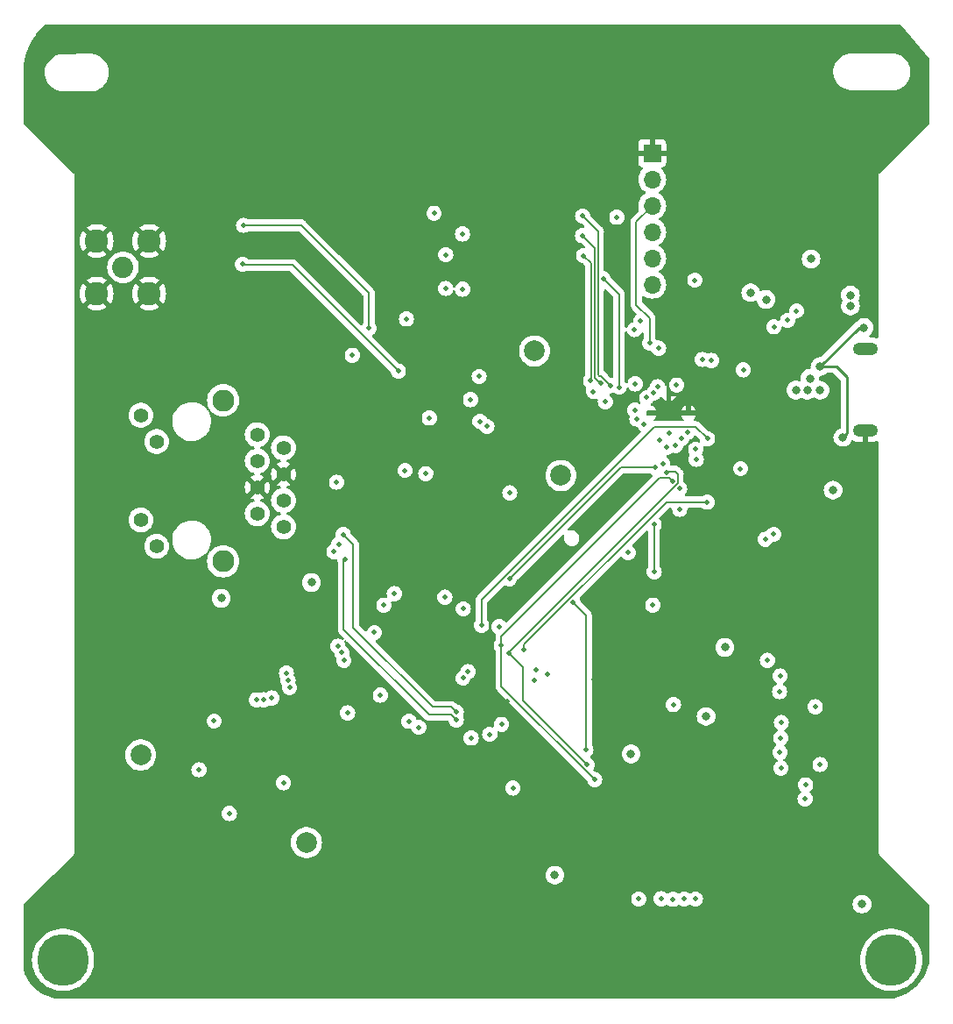
<source format=gbr>
%TF.GenerationSoftware,KiCad,Pcbnew,7.0.5*%
%TF.CreationDate,2023-08-02T13:43:56-07:00*%
%TF.ProjectId,flight_computer_dev_board_rfm98pw,666c6967-6874-45f6-936f-6d7075746572,rev?*%
%TF.SameCoordinates,Original*%
%TF.FileFunction,Copper,L2,Inr*%
%TF.FilePolarity,Positive*%
%FSLAX46Y46*%
G04 Gerber Fmt 4.6, Leading zero omitted, Abs format (unit mm)*
G04 Created by KiCad (PCBNEW 7.0.5) date 2023-08-02 13:43:56*
%MOMM*%
%LPD*%
G01*
G04 APERTURE LIST*
%TA.AperFunction,ComponentPad*%
%ADD10C,2.000000*%
%TD*%
%TA.AperFunction,ComponentPad*%
%ADD11C,2.050000*%
%TD*%
%TA.AperFunction,ComponentPad*%
%ADD12C,2.250000*%
%TD*%
%TA.AperFunction,ComponentPad*%
%ADD13C,5.000000*%
%TD*%
%TA.AperFunction,ComponentPad*%
%ADD14C,0.500000*%
%TD*%
%TA.AperFunction,ComponentPad*%
%ADD15O,2.416000X1.208000*%
%TD*%
%TA.AperFunction,ComponentPad*%
%ADD16R,1.700000X1.700000*%
%TD*%
%TA.AperFunction,ComponentPad*%
%ADD17O,1.700000X1.700000*%
%TD*%
%TA.AperFunction,ComponentPad*%
%ADD18C,2.108200*%
%TD*%
%TA.AperFunction,ComponentPad*%
%ADD19C,1.397000*%
%TD*%
%TA.AperFunction,ViaPad*%
%ADD20C,0.460000*%
%TD*%
%TA.AperFunction,ViaPad*%
%ADD21C,0.600000*%
%TD*%
%TA.AperFunction,ViaPad*%
%ADD22C,0.800000*%
%TD*%
%TA.AperFunction,Conductor*%
%ADD23C,0.127000*%
%TD*%
%TA.AperFunction,Conductor*%
%ADD24C,0.250000*%
%TD*%
G04 APERTURE END LIST*
D10*
%TO.N,Net-(U9-STBY)*%
%TO.C,TP4*%
X170910000Y-126760000D03*
%TD*%
%TO.N,Net-(U9-RESET)*%
%TO.C,TP3*%
X154880000Y-118320000D03*
%TD*%
D11*
%TO.N,Net-(J6-In)*%
%TO.C,J6*%
X153170000Y-71210000D03*
D12*
%TO.N,GND*%
X150630000Y-68670000D03*
X150630000Y-73750000D03*
X155710000Y-68670000D03*
X155710000Y-73750000D03*
%TD*%
D13*
%TO.N,N/C*%
%TO.C,*%
X227414400Y-138100000D03*
%TD*%
%TO.N,N/C*%
%TO.C,*%
X147381083Y-138100000D03*
%TD*%
D10*
%TO.N,/~{RESET}*%
%TO.C,TP2*%
X195510000Y-91320000D03*
%TD*%
D14*
%TO.N,GND*%
%TO.C,IC1*%
X205930000Y-83400812D03*
X204020812Y-85310000D03*
X207839188Y-85310000D03*
X205930000Y-87219188D03*
%TD*%
D10*
%TO.N,/USBBOOT*%
%TO.C,TP1*%
X192960000Y-79300000D03*
%TD*%
D15*
%TO.N,GND*%
%TO.C,J8*%
X224920000Y-86970000D03*
%TO.N,N/C*%
X224920000Y-79070000D03*
%TD*%
D16*
%TO.N,GND*%
%TO.C,J3*%
X204330000Y-60190000D03*
D17*
%TO.N,TX*%
X204330000Y-62730000D03*
%TO.N,RX*%
X204330000Y-65270000D03*
%TO.N,SCL1*%
X204330000Y-67810000D03*
%TO.N,SDA1*%
X204330000Y-70350000D03*
%TO.N,3.3V*%
X204330000Y-72890000D03*
%TD*%
D18*
%TO.N,N/C*%
%TO.C,J5*%
X162858999Y-99605000D03*
X162858999Y-84055000D03*
D19*
%TO.N,3.3V*%
X154909000Y-85505001D03*
%TO.N,GREENLED*%
X156428999Y-88045001D03*
%TO.N,3.3V*%
X156428999Y-98155108D03*
%TO.N,YELLOWLED*%
X154909000Y-95615108D03*
%TO.N,Net-(C19-Pad1)*%
X168689000Y-96275000D03*
%TO.N,Net-(C18-Pad1)*%
X166149000Y-95005000D03*
%TO.N,RCT*%
X168689000Y-93735000D03*
%TO.N,GND*%
X166149000Y-92465000D03*
X168689000Y-91195000D03*
%TO.N,TCT*%
X166149000Y-89925000D03*
%TO.N,TX-*%
X168689000Y-88655000D03*
%TO.N,TX+*%
X166149000Y-87385000D03*
%TD*%
D20*
%TO.N,GNDA*%
X173820000Y-91970000D03*
%TO.N,RX+*%
X174640000Y-99450000D03*
%TO.N,RX-*%
X174460000Y-97030000D03*
%TO.N,GREENLED*%
X173570000Y-98670000D03*
%TO.N,YELLOWLED*%
X193120000Y-110130000D03*
%TO.N,GREENLED*%
X192900000Y-111130000D03*
%TO.N,YELLOWLED*%
X174020500Y-97940000D03*
%TO.N,TX+*%
X181770000Y-115640000D03*
%TO.N,TX-*%
X180820000Y-115064124D03*
%TO.N,SPI1_SCK*%
X169270000Y-111820000D03*
X174527000Y-109180000D03*
%TO.N,SPI1_MOSI*%
X169130000Y-111100000D03*
X174330000Y-108430000D03*
%TO.N,SPI1_SCK*%
X186040000Y-110890000D03*
%TO.N,SPI1_MOSI*%
X186520000Y-110270000D03*
%TO.N,SPI1_MISO*%
X168970000Y-110410000D03*
X173950000Y-107800000D03*
X186070000Y-104200000D03*
%TO.N,GND*%
X165920000Y-120130000D03*
X163480000Y-120130000D03*
X165960000Y-118530000D03*
X163510000Y-118550000D03*
X169040000Y-125260000D03*
%TO.N,TXCAN*%
X160520000Y-119740000D03*
X168690000Y-121000000D03*
%TO.N,SPI1_SCK*%
X167560000Y-112810000D03*
%TO.N,SPI1_MOSI*%
X166790000Y-112980000D03*
%TO.N,SPI1_MISO*%
X166070000Y-112990000D03*
%TO.N,SPI1_CS2*%
X161980000Y-115040000D03*
X174890000Y-114250000D03*
X191943000Y-108150000D03*
X209650000Y-93900000D03*
X212870000Y-90660000D03*
%TO.N,GND*%
X162340000Y-128210000D03*
X170120000Y-130510000D03*
X165720000Y-128040000D03*
%TO.N,3.3V*%
X163460000Y-123970000D03*
%TO.N,GND*%
X177270000Y-120100000D03*
X173850000Y-115970000D03*
X172870000Y-124160000D03*
X180070000Y-127000000D03*
%TO.N,SPI0_SCK*%
X185990000Y-68001499D03*
X186010000Y-73340000D03*
%TO.N,SPI0_MOSI*%
X184370000Y-70001499D03*
X184370000Y-73260000D03*
%TO.N,VCC_RF1*%
X182440000Y-91140000D03*
%TO.N,GND*%
X181440000Y-91020000D03*
%TO.N,3.3V*%
X180430000Y-90840000D03*
%TO.N,3v3_prime*%
X184290000Y-103070000D03*
X194205000Y-110475000D03*
D21*
%TO.N,GND*%
X153230000Y-62770000D03*
D22*
X180230000Y-96170000D03*
X215270000Y-86050000D03*
D21*
X159110000Y-58990000D03*
D22*
X168380000Y-108430000D03*
D20*
X216640000Y-124190000D03*
D21*
X152860000Y-64860000D03*
X154870000Y-65870000D03*
X151810000Y-60210000D03*
X164430000Y-59240000D03*
D20*
X176410000Y-110830000D03*
X184610000Y-84030000D03*
X210400000Y-91930000D03*
D22*
X218140000Y-68160000D03*
D20*
X208679998Y-97590002D03*
X200300000Y-81610000D03*
D21*
X155270000Y-61360000D03*
D22*
X221430000Y-75570000D03*
D21*
X153930000Y-65870000D03*
X155250000Y-62360000D03*
X153120000Y-58960000D03*
X164550000Y-61340000D03*
X158020000Y-58980000D03*
D22*
X213390000Y-77840000D03*
D21*
X164510000Y-60360000D03*
X154380000Y-58940000D03*
D22*
X222660000Y-96000000D03*
D20*
X189950000Y-85580000D03*
D21*
X153120000Y-63830000D03*
D20*
X190290000Y-113130000D03*
D21*
X153940000Y-66910000D03*
D20*
X198530000Y-90070000D03*
X190150000Y-104470000D03*
D21*
X155580000Y-58990000D03*
D22*
X196160000Y-78060000D03*
X220400000Y-84690000D03*
D20*
X205900000Y-77570000D03*
X204120000Y-132130000D03*
D21*
X162580000Y-58200000D03*
D20*
X224550000Y-101060000D03*
D22*
X211180000Y-71770000D03*
D21*
X151800000Y-61520000D03*
X151920000Y-58970000D03*
X161280000Y-58230000D03*
D20*
X195320000Y-84860000D03*
D21*
X156770000Y-58980000D03*
X163890000Y-58230000D03*
D20*
X198680000Y-111010000D03*
X194250000Y-93350000D03*
D21*
X155990000Y-65870000D03*
D22*
X201550000Y-106360000D03*
D20*
X202520000Y-91510000D03*
D22*
X208290000Y-76340000D03*
D21*
X159190000Y-60740000D03*
D22*
X189070000Y-95910000D03*
D21*
X160210000Y-58640000D03*
D20*
X188490000Y-83380000D03*
D21*
X152330000Y-66910000D03*
D20*
X190080000Y-90960000D03*
X216600000Y-107680000D03*
D21*
X152370000Y-65680000D03*
D20*
%TO.N,3.3V*%
X216690000Y-110680000D03*
D22*
X211350000Y-107920000D03*
X194910000Y-129920000D03*
X202280000Y-118210000D03*
D20*
X216750000Y-116660000D03*
D22*
X171390000Y-101650000D03*
X209540000Y-114590000D03*
D20*
X206340000Y-132250000D03*
X213130000Y-81120000D03*
X188360000Y-86580000D03*
X202010000Y-98770000D03*
D22*
X162670000Y-103180000D03*
X219690000Y-70410000D03*
%TO.N,VBUS*%
X221810000Y-92740000D03*
X220550000Y-80800000D03*
X222750000Y-87640000D03*
X224800000Y-77030000D03*
X224610000Y-132720000D03*
D20*
%TO.N,VCC_RF1*%
X182790000Y-85770000D03*
X215460000Y-109170000D03*
X204390000Y-103840000D03*
X175340000Y-79710000D03*
X190560000Y-93000000D03*
%TO.N,RX+*%
X185390000Y-114930000D03*
%TO.N,RX-*%
X185400000Y-114150000D03*
%TO.N,TX*%
X204950000Y-79020000D03*
%TO.N,RX*%
X204070000Y-78550000D03*
%TO.N,/USBBOOT*%
X208450000Y-72460000D03*
%TO.N,SDA1*%
X203210000Y-76390000D03*
X186770000Y-84000000D03*
%TO.N,SCL1*%
X187678042Y-86101958D03*
X187600000Y-81760000D03*
X202620000Y-77230000D03*
%TO.N,SDA0*%
X220093000Y-113660000D03*
X204850522Y-82754243D03*
%TO.N,SCL0*%
X204462067Y-83351099D03*
X216810000Y-115170000D03*
%TO.N,ENABLE_BURN*%
X203796738Y-83787000D03*
X216640000Y-112190000D03*
%TO.N,I2C_RESET*%
X202679075Y-82473441D03*
X216770000Y-119590000D03*
X220550000Y-119230000D03*
%TO.N,SPI0_MISO*%
X201127420Y-82797802D03*
X199590000Y-72310000D03*
%TO.N,SPI0_CS0*%
X200340891Y-82659109D03*
X197600000Y-66270000D03*
X183240000Y-66001499D03*
X180570000Y-76200000D03*
%TO.N,SPI0_SCK*%
X197600000Y-68170000D03*
X199392286Y-82407714D03*
%TO.N,SPI0_MOSI*%
X197690000Y-70090000D03*
X198371758Y-82190609D03*
%TO.N,ENAB_RF*%
X202660000Y-85010000D03*
X216670000Y-118060000D03*
%TO.N,VBUS_RESET*%
X219160000Y-121200000D03*
X202849500Y-85860738D03*
%TO.N,BURN_RELAY_A*%
X219110000Y-122540000D03*
X203550000Y-86350000D03*
%TO.N,SWCLK*%
X205044501Y-87897613D03*
%TO.N,SWDIO*%
X205760000Y-88610000D03*
%TO.N,SPI1_MISO*%
X190530000Y-101320000D03*
X196700000Y-103600000D03*
X203030000Y-132220000D03*
X204589411Y-90550000D03*
X197920000Y-117830000D03*
%TO.N,SPI1_CS0*%
X204510000Y-96070000D03*
X204517000Y-100610000D03*
X208510000Y-132220000D03*
X205337798Y-90170000D03*
X206380000Y-113450000D03*
%TO.N,SPI1_SCK*%
X190471573Y-108461573D03*
X205200000Y-132190000D03*
X198038604Y-119261396D03*
X205753603Y-91075929D03*
%TO.N,SPI1_MOSI*%
X189737000Y-107749415D03*
X206276956Y-91906956D03*
X207420000Y-132220000D03*
X198775000Y-120695000D03*
%TO.N,RF1_RST*%
X200910000Y-66380000D03*
X206570000Y-88420000D03*
%TO.N,WDT_WDI*%
X206990000Y-92600000D03*
X206990000Y-94590000D03*
%TO.N,RF1_IO4*%
X198640000Y-83210000D03*
X176960000Y-77100000D03*
X164830000Y-67160000D03*
X207168321Y-87727200D03*
%TO.N,RF1_IO0*%
X207730000Y-87140000D03*
X199794371Y-84205629D03*
X164720000Y-70930000D03*
X179790000Y-81240000D03*
%TO.N,NEOPIX*%
X208534359Y-88793124D03*
X216070000Y-97000000D03*
%TO.N,NEO_PWR*%
X215260000Y-97480000D03*
X208583633Y-89766425D03*
%TO.N,/QSPI_DATA[3]*%
X218280000Y-75430000D03*
X210049974Y-80209974D03*
%TO.N,/QSPI_SCK*%
X217420000Y-76340000D03*
X209174194Y-80114194D03*
%TO.N,/QSPI_DATA[0]*%
X206690000Y-82590000D03*
X216096396Y-76966396D03*
D22*
%TO.N,/QSPI_DATA[2]*%
X213850000Y-73670000D03*
X215330000Y-74330000D03*
D20*
%TO.N,Net-(JP3-B)*%
X179400000Y-102730000D03*
%TO.N,Net-(JP4-B)*%
X178390000Y-103840000D03*
%TO.N,Net-(JP5-B)*%
X177470000Y-106490000D03*
D22*
%TO.N,USB_D-*%
X223489169Y-74945000D03*
X218210000Y-83080000D03*
X219580000Y-81940000D03*
%TO.N,USB_D+*%
X219320000Y-83080000D03*
X220550000Y-83090000D03*
X223489169Y-73895000D03*
D20*
%TO.N,SPI1_CS1*%
X209677000Y-87778655D03*
X187828006Y-105790561D03*
X189538604Y-105921396D03*
%TO.N,GNDA*%
X178050000Y-112540000D03*
X186830000Y-116670000D03*
X188620000Y-116320000D03*
X190860000Y-121510000D03*
X189770000Y-115360000D03*
%TD*%
D23*
%TO.N,RX+*%
X174513500Y-99576500D02*
X174640000Y-99450000D01*
X174513500Y-106213500D02*
X174513500Y-99576500D01*
%TO.N,RX-*%
X175410000Y-97980000D02*
X174460000Y-97030000D01*
X175410000Y-106020000D02*
X175410000Y-97980000D01*
%TO.N,SPI1_CS2*%
X191943000Y-107659085D02*
X191943000Y-108150000D01*
X205702085Y-93900000D02*
X191943000Y-107659085D01*
X209650000Y-93900000D02*
X205702085Y-93900000D01*
%TO.N,RF1_IO4*%
X170420000Y-67160000D02*
X164830000Y-67160000D01*
X176960000Y-73700000D02*
X170420000Y-67160000D01*
X176960000Y-77100000D02*
X176960000Y-73700000D01*
%TO.N,RF1_IO0*%
X164780000Y-70990000D02*
X164720000Y-70930000D01*
X169540000Y-70990000D02*
X164780000Y-70990000D01*
X179790000Y-81240000D02*
X169540000Y-70990000D01*
D24*
%TO.N,VBUS*%
X224800000Y-77030000D02*
X224320000Y-77030000D01*
X223170000Y-87220000D02*
X222750000Y-87640000D01*
X220550000Y-80800000D02*
X222140000Y-80800000D01*
X222140000Y-80800000D02*
X223170000Y-81830000D01*
X223170000Y-81830000D02*
X223170000Y-87220000D01*
X224320000Y-77030000D02*
X220550000Y-80800000D01*
D23*
%TO.N,RX+*%
X182746500Y-114446500D02*
X174513500Y-106213500D01*
X184906500Y-114446500D02*
X182746500Y-114446500D01*
X185390000Y-114930000D02*
X184906500Y-114446500D01*
%TO.N,RX-*%
X175440000Y-106020000D02*
X175410000Y-106020000D01*
X184930000Y-113680000D02*
X183100000Y-113680000D01*
X185400000Y-114150000D02*
X184930000Y-113680000D01*
X183100000Y-113680000D02*
X175440000Y-106020000D01*
%TO.N,RX*%
X202790000Y-74830000D02*
X202790000Y-66810000D01*
X204070000Y-76110000D02*
X202790000Y-74830000D01*
X204070000Y-78550000D02*
X204070000Y-76110000D01*
X202790000Y-66810000D02*
X204330000Y-65270000D01*
%TO.N,SPI0_MISO*%
X201127420Y-82797802D02*
X201127420Y-73847420D01*
X201127420Y-73847420D02*
X199590000Y-72310000D01*
%TO.N,SPI0_CS0*%
X199220000Y-81700000D02*
X199097000Y-81577000D01*
X199097000Y-81577000D02*
X199097000Y-67767000D01*
X200340891Y-82659109D02*
X199381781Y-81700000D01*
X199097000Y-67767000D02*
X197600000Y-66270000D01*
X199381781Y-81700000D02*
X199220000Y-81700000D01*
%TO.N,SPI0_SCK*%
X199392286Y-82280652D02*
X199351634Y-82240000D01*
X198770000Y-69340000D02*
X197600000Y-68170000D01*
X198770000Y-81900000D02*
X198770000Y-69340000D01*
X199392286Y-82407714D02*
X199392286Y-82280652D01*
X199110000Y-82240000D02*
X198770000Y-81900000D01*
X199351634Y-82240000D02*
X199110000Y-82240000D01*
%TO.N,SPI0_MOSI*%
X198371758Y-82190609D02*
X198379391Y-82190609D01*
X198400000Y-82170000D02*
X198400000Y-70800000D01*
X198400000Y-70800000D02*
X197690000Y-70090000D01*
X198379391Y-82190609D02*
X198400000Y-82170000D01*
%TO.N,SPI1_MISO*%
X197920000Y-117830000D02*
X197920000Y-104820000D01*
X201300000Y-90550000D02*
X190530000Y-101320000D01*
X204589411Y-90550000D02*
X201300000Y-90550000D01*
X197920000Y-104820000D02*
X196700000Y-103600000D01*
%TO.N,SPI1_CS0*%
X204517000Y-100610000D02*
X204517000Y-96077000D01*
X204517000Y-96077000D02*
X204510000Y-96070000D01*
%TO.N,SPI1_SCK*%
X191860000Y-109850000D02*
X190471573Y-108461573D01*
X191860000Y-113082792D02*
X191860000Y-109850000D01*
X206803500Y-92077620D02*
X206803500Y-91183500D01*
X205893032Y-90936500D02*
X205753603Y-91075929D01*
X206803500Y-91183500D02*
X206556500Y-90936500D01*
X206556500Y-90936500D02*
X205893032Y-90936500D01*
X190471573Y-108409547D02*
X206803500Y-92077620D01*
X198038604Y-119261396D02*
X191860000Y-113082792D01*
X190471573Y-108461573D02*
X190471573Y-108409547D01*
%TO.N,SPI1_MOSI*%
X206276956Y-91906956D02*
X205939429Y-91569429D01*
X198775000Y-120695000D02*
X189737000Y-111657000D01*
X189737000Y-111657000D02*
X189737000Y-107749415D01*
X204999451Y-91569429D02*
X189737000Y-106831880D01*
X205939429Y-91569429D02*
X204999451Y-91569429D01*
X189737000Y-106831880D02*
X189737000Y-107749415D01*
%TO.N,SPI1_CS1*%
X204505585Y-86646500D02*
X208544845Y-86646500D01*
X187828006Y-103324079D02*
X204505585Y-86646500D01*
X187828006Y-105790561D02*
X187828006Y-103324079D01*
X208544845Y-86646500D02*
X209677000Y-87778655D01*
%TD*%
%TA.AperFunction,Conductor*%
%TO.N,GND*%
G36*
X199866202Y-73384264D02*
G01*
X199872680Y-73390296D01*
X200527101Y-74044717D01*
X200560586Y-74106040D01*
X200563420Y-74132398D01*
X200563420Y-81784659D01*
X200543735Y-81851698D01*
X200490931Y-81897453D01*
X200421773Y-81907397D01*
X200358217Y-81878372D01*
X200351739Y-81872340D01*
X199809606Y-81330208D01*
X199804252Y-81324103D01*
X199787030Y-81301659D01*
X199784031Y-81297750D01*
X199781097Y-81295499D01*
X199744102Y-81267112D01*
X199709513Y-81240571D01*
X199668310Y-81184144D01*
X199660999Y-81142195D01*
X199660999Y-77218256D01*
X199660999Y-73477973D01*
X199680684Y-73410938D01*
X199733488Y-73365183D01*
X199802646Y-73355239D01*
X199866202Y-73384264D01*
G37*
%TD.AperFunction*%
%TA.AperFunction,Conductor*%
G36*
X227935435Y-47777828D02*
G01*
X228288992Y-47778803D01*
X228355977Y-47798673D01*
X228384059Y-47823600D01*
X231081000Y-51072449D01*
X231114110Y-51112334D01*
X231141784Y-51176490D01*
X231142700Y-51191536D01*
X231142700Y-57245587D01*
X231123015Y-57312626D01*
X231106381Y-57333268D01*
X226267208Y-62172441D01*
X226252204Y-62183088D01*
X226252696Y-62183704D01*
X226241773Y-62192414D01*
X226222432Y-62216665D01*
X226217806Y-62221842D01*
X226212255Y-62227394D01*
X226212251Y-62227400D01*
X226208071Y-62234050D01*
X226204053Y-62239711D01*
X226184710Y-62263967D01*
X226179698Y-62274373D01*
X226175883Y-62285278D01*
X226172411Y-62316095D01*
X226171248Y-62322943D01*
X226169500Y-62330607D01*
X226169500Y-62338455D01*
X226169110Y-62345401D01*
X226165637Y-62376226D01*
X226167202Y-62390108D01*
X226166418Y-62390196D01*
X226169500Y-62408332D01*
X226169499Y-77955487D01*
X226149814Y-78022526D01*
X226097010Y-78068281D01*
X226027852Y-78078225D01*
X225999413Y-78070605D01*
X225993608Y-78068281D01*
X225836589Y-78005420D01*
X225629467Y-77965500D01*
X225426049Y-77965500D01*
X225359010Y-77945815D01*
X225313255Y-77893011D01*
X225303311Y-77823853D01*
X225332336Y-77760297D01*
X225353164Y-77741182D01*
X225367735Y-77730595D01*
X225405871Y-77702888D01*
X225532533Y-77562216D01*
X225627179Y-77398284D01*
X225685674Y-77218256D01*
X225705460Y-77030000D01*
X225685674Y-76841744D01*
X225627179Y-76661716D01*
X225532533Y-76497784D01*
X225405871Y-76357112D01*
X225405863Y-76357106D01*
X225252734Y-76245851D01*
X225252729Y-76245848D01*
X225079807Y-76168857D01*
X225079802Y-76168855D01*
X224934001Y-76137865D01*
X224894646Y-76129500D01*
X224705354Y-76129500D01*
X224672897Y-76136398D01*
X224520197Y-76168855D01*
X224520192Y-76168857D01*
X224347270Y-76245848D01*
X224347265Y-76245851D01*
X224194135Y-76357106D01*
X224194127Y-76357113D01*
X224146922Y-76409538D01*
X224089375Y-76445639D01*
X224069608Y-76451382D01*
X224052367Y-76461579D01*
X224034899Y-76470137D01*
X224016269Y-76477513D01*
X224016267Y-76477514D01*
X223978576Y-76504898D01*
X223973694Y-76508105D01*
X223933579Y-76531830D01*
X223919408Y-76546000D01*
X223904623Y-76558628D01*
X223892175Y-76567673D01*
X223888412Y-76570407D01*
X223858709Y-76606310D01*
X223854776Y-76610631D01*
X222228469Y-78236940D01*
X220602228Y-79863181D01*
X220540905Y-79896666D01*
X220514547Y-79899500D01*
X220455354Y-79899500D01*
X220422897Y-79906398D01*
X220270197Y-79938855D01*
X220270192Y-79938857D01*
X220097270Y-80015848D01*
X220097265Y-80015851D01*
X219944129Y-80127111D01*
X219817466Y-80267785D01*
X219722821Y-80431715D01*
X219722818Y-80431722D01*
X219664327Y-80611740D01*
X219664326Y-80611744D01*
X219646146Y-80784716D01*
X219644540Y-80800000D01*
X219655317Y-80902539D01*
X219642747Y-80971269D01*
X219595015Y-81022292D01*
X219531996Y-81039500D01*
X219485354Y-81039500D01*
X219467434Y-81043309D01*
X219300197Y-81078855D01*
X219300192Y-81078857D01*
X219127270Y-81155848D01*
X219127265Y-81155851D01*
X218974129Y-81267111D01*
X218847466Y-81407785D01*
X218752821Y-81571715D01*
X218752818Y-81571722D01*
X218694327Y-81751740D01*
X218694326Y-81751744D01*
X218674540Y-81940000D01*
X218690507Y-82091921D01*
X218691907Y-82105236D01*
X218679337Y-82173965D01*
X218631605Y-82224989D01*
X218563865Y-82242107D01*
X218518151Y-82231477D01*
X218489802Y-82218855D01*
X218344000Y-82187865D01*
X218304646Y-82179500D01*
X218115354Y-82179500D01*
X218082897Y-82186398D01*
X217930197Y-82218855D01*
X217930192Y-82218857D01*
X217757270Y-82295848D01*
X217757265Y-82295851D01*
X217604129Y-82407111D01*
X217477466Y-82547785D01*
X217382821Y-82711715D01*
X217382818Y-82711722D01*
X217324327Y-82891740D01*
X217324326Y-82891744D01*
X217304540Y-83080000D01*
X217324326Y-83268256D01*
X217324327Y-83268259D01*
X217382818Y-83448277D01*
X217382821Y-83448284D01*
X217477467Y-83612216D01*
X217539442Y-83681046D01*
X217604129Y-83752888D01*
X217757265Y-83864148D01*
X217757270Y-83864151D01*
X217930192Y-83941142D01*
X217930197Y-83941144D01*
X218115354Y-83980500D01*
X218115355Y-83980500D01*
X218304644Y-83980500D01*
X218304646Y-83980500D01*
X218489803Y-83941144D01*
X218662730Y-83864151D01*
X218692113Y-83842801D01*
X218757916Y-83819321D01*
X218825971Y-83835145D01*
X218837877Y-83842796D01*
X218867266Y-83864148D01*
X218867270Y-83864151D01*
X219040192Y-83941142D01*
X219040197Y-83941144D01*
X219225354Y-83980500D01*
X219225355Y-83980500D01*
X219414644Y-83980500D01*
X219414646Y-83980500D01*
X219599803Y-83941144D01*
X219772730Y-83864151D01*
X219855234Y-83804208D01*
X219921038Y-83780729D01*
X219989092Y-83796554D01*
X220000992Y-83804201D01*
X220083502Y-83864148D01*
X220097270Y-83874151D01*
X220270192Y-83951142D01*
X220270197Y-83951144D01*
X220455354Y-83990500D01*
X220455355Y-83990500D01*
X220644644Y-83990500D01*
X220644646Y-83990500D01*
X220829803Y-83951144D01*
X221002730Y-83874151D01*
X221155871Y-83762888D01*
X221282533Y-83622216D01*
X221377179Y-83458284D01*
X221435674Y-83278256D01*
X221455460Y-83090000D01*
X221435674Y-82901744D01*
X221377179Y-82721716D01*
X221282533Y-82557784D01*
X221155871Y-82417112D01*
X221155870Y-82417111D01*
X221002734Y-82305851D01*
X221002729Y-82305848D01*
X220829807Y-82228857D01*
X220829802Y-82228855D01*
X220684000Y-82197865D01*
X220644646Y-82189500D01*
X220596952Y-82189500D01*
X220529913Y-82169815D01*
X220484158Y-82117011D01*
X220473631Y-82052542D01*
X220485460Y-81940000D01*
X220474682Y-81837458D01*
X220487251Y-81768732D01*
X220534983Y-81717708D01*
X220598003Y-81700500D01*
X220644644Y-81700500D01*
X220644646Y-81700500D01*
X220829803Y-81661144D01*
X221002730Y-81584151D01*
X221155871Y-81472888D01*
X221158788Y-81469647D01*
X221161600Y-81466526D01*
X221221087Y-81429879D01*
X221253748Y-81425500D01*
X221829548Y-81425500D01*
X221896587Y-81445185D01*
X221917228Y-81461818D01*
X222508182Y-82052772D01*
X222541666Y-82114093D01*
X222544500Y-82140451D01*
X222544500Y-86665247D01*
X222524815Y-86732286D01*
X222472011Y-86778041D01*
X222470936Y-86778526D01*
X222297270Y-86855848D01*
X222297265Y-86855851D01*
X222144129Y-86967111D01*
X222017466Y-87107785D01*
X221922821Y-87271715D01*
X221922818Y-87271722D01*
X221873530Y-87423417D01*
X221864326Y-87451744D01*
X221844540Y-87640000D01*
X221864326Y-87828256D01*
X221864327Y-87828259D01*
X221922818Y-88008277D01*
X221922821Y-88008284D01*
X222017467Y-88172216D01*
X222102145Y-88266260D01*
X222144129Y-88312888D01*
X222297265Y-88424148D01*
X222297270Y-88424151D01*
X222470192Y-88501142D01*
X222470197Y-88501144D01*
X222655354Y-88540500D01*
X222655355Y-88540500D01*
X222844644Y-88540500D01*
X222844646Y-88540500D01*
X223029803Y-88501144D01*
X223202730Y-88424151D01*
X223355871Y-88312888D01*
X223482533Y-88172216D01*
X223577179Y-88008284D01*
X223581451Y-87995135D01*
X223620886Y-87937459D01*
X223685244Y-87910259D01*
X223754091Y-87922171D01*
X223766424Y-87929135D01*
X223807820Y-87955739D01*
X224003542Y-88034095D01*
X224003555Y-88034099D01*
X224210580Y-88074000D01*
X224670000Y-88074000D01*
X224670000Y-87320000D01*
X225170000Y-87320000D01*
X225170000Y-88074000D01*
X225576587Y-88074000D01*
X225733886Y-88058980D01*
X225936178Y-87999581D01*
X225988680Y-87972515D01*
X226057287Y-87959293D01*
X226122152Y-87985261D01*
X226162680Y-88042175D01*
X226169500Y-88082731D01*
X226169500Y-127681670D01*
X226166419Y-127699802D01*
X226167202Y-127699891D01*
X226165638Y-127713772D01*
X226169110Y-127744597D01*
X226169500Y-127751542D01*
X226169500Y-127759391D01*
X226171246Y-127767045D01*
X226172411Y-127773900D01*
X226175478Y-127801125D01*
X226175884Y-127804724D01*
X226175885Y-127804726D01*
X226179702Y-127815633D01*
X226184708Y-127826029D01*
X226204055Y-127850289D01*
X226208078Y-127855960D01*
X226212251Y-127862601D01*
X226217797Y-127868147D01*
X226222433Y-127873334D01*
X226241775Y-127897587D01*
X226252698Y-127906298D01*
X226252206Y-127906914D01*
X226267213Y-127917562D01*
X231106380Y-132756729D01*
X231139865Y-132818052D01*
X231142699Y-132844410D01*
X231142700Y-133509410D01*
X231142700Y-138046741D01*
X231140771Y-138068529D01*
X231076825Y-138426790D01*
X231075648Y-138432052D01*
X230976038Y-138801147D01*
X230974408Y-138806287D01*
X230843119Y-139165329D01*
X230841049Y-139170309D01*
X230679069Y-139516594D01*
X230676579Y-139521363D01*
X230571278Y-139703374D01*
X230485130Y-139852277D01*
X230482229Y-139856823D01*
X230262768Y-140169847D01*
X230259484Y-140174124D01*
X230013652Y-140466917D01*
X230010008Y-140470893D01*
X229739693Y-140741208D01*
X229735717Y-140744852D01*
X229442924Y-140990684D01*
X229438647Y-140993968D01*
X229125623Y-141213429D01*
X229121077Y-141216330D01*
X228790163Y-141407779D01*
X228785398Y-141410266D01*
X228439109Y-141572249D01*
X228434129Y-141574319D01*
X228075087Y-141705608D01*
X228069947Y-141707238D01*
X227700852Y-141806848D01*
X227695590Y-141808025D01*
X227337329Y-141871971D01*
X227315541Y-141873900D01*
X147394490Y-141873900D01*
X147387099Y-141873227D01*
X147341696Y-141873900D01*
X147338782Y-141873875D01*
X146978015Y-141862256D01*
X146972201Y-141861794D01*
X146615588Y-141816534D01*
X146609851Y-141815530D01*
X146259056Y-141736978D01*
X146253442Y-141735441D01*
X145911558Y-141624289D01*
X145906111Y-141622230D01*
X145576206Y-141479474D01*
X145570969Y-141476909D01*
X145255917Y-141303798D01*
X145250943Y-141300752D01*
X144953541Y-141098819D01*
X144948876Y-141095320D01*
X144671756Y-140866356D01*
X144667439Y-140862434D01*
X144413039Y-140608448D01*
X144409110Y-140604139D01*
X144179692Y-140327393D01*
X144176185Y-140322733D01*
X143973768Y-140025661D01*
X143970714Y-140020692D01*
X143880324Y-139856823D01*
X143797088Y-139705924D01*
X143794520Y-139700701D01*
X143685075Y-139448904D01*
X143651218Y-139371009D01*
X143649149Y-139365561D01*
X143549839Y-139061789D01*
X143543700Y-139023257D01*
X143543700Y-138100003D01*
X144375498Y-138100003D01*
X144395821Y-138448927D01*
X144395822Y-138448938D01*
X144456511Y-138793127D01*
X144456513Y-138793134D01*
X144556757Y-139127972D01*
X144695190Y-139448895D01*
X144695196Y-139448908D01*
X144869953Y-139751597D01*
X145078667Y-140031949D01*
X145078672Y-140031955D01*
X145202546Y-140163253D01*
X145318525Y-140286183D01*
X145494986Y-140434251D01*
X145586269Y-140510847D01*
X145586277Y-140510853D01*
X145878286Y-140702911D01*
X145878290Y-140702913D01*
X146190632Y-140859777D01*
X146519072Y-140979319D01*
X146859169Y-141059923D01*
X147206324Y-141100500D01*
X147206331Y-141100500D01*
X147555835Y-141100500D01*
X147555842Y-141100500D01*
X147902997Y-141059923D01*
X148243094Y-140979319D01*
X148571534Y-140859777D01*
X148883876Y-140702913D01*
X149175894Y-140510849D01*
X149443641Y-140286183D01*
X149683495Y-140031953D01*
X149892213Y-139751596D01*
X150066972Y-139448904D01*
X150205409Y-139127971D01*
X150305652Y-138793136D01*
X150366345Y-138448927D01*
X150386668Y-138100003D01*
X224408815Y-138100003D01*
X224429138Y-138448927D01*
X224429139Y-138448938D01*
X224489828Y-138793127D01*
X224489830Y-138793134D01*
X224590074Y-139127972D01*
X224728507Y-139448895D01*
X224728513Y-139448908D01*
X224903270Y-139751597D01*
X225111984Y-140031949D01*
X225111989Y-140031955D01*
X225235863Y-140163253D01*
X225351842Y-140286183D01*
X225528303Y-140434251D01*
X225619586Y-140510847D01*
X225619594Y-140510853D01*
X225911603Y-140702911D01*
X225911607Y-140702913D01*
X226223949Y-140859777D01*
X226552389Y-140979319D01*
X226892486Y-141059923D01*
X227239641Y-141100500D01*
X227239648Y-141100500D01*
X227589152Y-141100500D01*
X227589159Y-141100500D01*
X227936314Y-141059923D01*
X228276411Y-140979319D01*
X228604851Y-140859777D01*
X228917193Y-140702913D01*
X229209211Y-140510849D01*
X229476958Y-140286183D01*
X229716812Y-140031953D01*
X229925530Y-139751596D01*
X230100289Y-139448904D01*
X230238726Y-139127971D01*
X230338969Y-138793136D01*
X230399662Y-138448927D01*
X230419985Y-138100000D01*
X230419272Y-138087766D01*
X230415954Y-138030796D01*
X230399662Y-137751073D01*
X230399660Y-137751061D01*
X230338971Y-137406872D01*
X230338969Y-137406865D01*
X230238725Y-137072027D01*
X230100292Y-136751104D01*
X230100289Y-136751096D01*
X229925530Y-136448404D01*
X229925529Y-136448402D01*
X229716815Y-136168050D01*
X229716810Y-136168044D01*
X229600833Y-136045117D01*
X229476958Y-135913817D01*
X229328888Y-135789572D01*
X229209213Y-135689152D01*
X229209205Y-135689146D01*
X228917196Y-135497088D01*
X228604858Y-135340226D01*
X228604852Y-135340223D01*
X228276412Y-135220681D01*
X228276409Y-135220680D01*
X227936315Y-135140077D01*
X227892919Y-135135004D01*
X227589159Y-135099500D01*
X227239641Y-135099500D01*
X226935880Y-135135004D01*
X226892485Y-135140077D01*
X226892483Y-135140077D01*
X226552390Y-135220680D01*
X226552387Y-135220681D01*
X226223947Y-135340223D01*
X226223941Y-135340226D01*
X225911603Y-135497088D01*
X225619594Y-135689146D01*
X225619586Y-135689152D01*
X225351842Y-135913817D01*
X225351840Y-135913819D01*
X225111989Y-136168044D01*
X225111984Y-136168050D01*
X224903270Y-136448402D01*
X224728513Y-136751091D01*
X224728507Y-136751104D01*
X224590074Y-137072027D01*
X224489830Y-137406865D01*
X224489828Y-137406872D01*
X224429139Y-137751061D01*
X224429138Y-137751072D01*
X224408815Y-138099996D01*
X224408815Y-138100003D01*
X150386668Y-138100003D01*
X150386668Y-138100000D01*
X150385955Y-138087766D01*
X150382637Y-138030796D01*
X150366345Y-137751073D01*
X150366343Y-137751061D01*
X150305654Y-137406872D01*
X150305652Y-137406865D01*
X150205408Y-137072027D01*
X150066975Y-136751104D01*
X150066972Y-136751096D01*
X149892213Y-136448404D01*
X149892212Y-136448402D01*
X149683498Y-136168050D01*
X149683493Y-136168044D01*
X149567516Y-136045117D01*
X149443641Y-135913817D01*
X149295571Y-135789572D01*
X149175896Y-135689152D01*
X149175888Y-135689146D01*
X148883879Y-135497088D01*
X148571541Y-135340226D01*
X148571535Y-135340223D01*
X148243095Y-135220681D01*
X148243092Y-135220680D01*
X147902998Y-135140077D01*
X147859602Y-135135004D01*
X147555842Y-135099500D01*
X147206324Y-135099500D01*
X146902563Y-135135004D01*
X146859168Y-135140077D01*
X146859166Y-135140077D01*
X146519073Y-135220680D01*
X146519070Y-135220681D01*
X146190630Y-135340223D01*
X146190624Y-135340226D01*
X145878286Y-135497088D01*
X145586277Y-135689146D01*
X145586269Y-135689152D01*
X145318525Y-135913817D01*
X145318523Y-135913819D01*
X145078672Y-136168044D01*
X145078667Y-136168050D01*
X144869953Y-136448402D01*
X144695196Y-136751091D01*
X144695190Y-136751104D01*
X144556757Y-137072027D01*
X144456513Y-137406865D01*
X144456511Y-137406872D01*
X144395822Y-137751061D01*
X144395821Y-137751072D01*
X144375498Y-138099996D01*
X144375498Y-138100003D01*
X143543700Y-138100003D01*
X143543700Y-132844410D01*
X143563385Y-132777371D01*
X143580014Y-132756734D01*
X144116745Y-132220003D01*
X202294878Y-132220003D01*
X202313307Y-132383574D01*
X202367676Y-132538953D01*
X202367677Y-132538955D01*
X202367678Y-132538957D01*
X202455258Y-132678341D01*
X202571659Y-132794742D01*
X202711043Y-132882322D01*
X202866420Y-132936691D01*
X202866423Y-132936691D01*
X202866425Y-132936692D01*
X203029996Y-132955122D01*
X203030000Y-132955122D01*
X203030004Y-132955122D01*
X203193574Y-132936692D01*
X203193575Y-132936691D01*
X203193580Y-132936691D01*
X203348957Y-132882322D01*
X203488341Y-132794742D01*
X203604742Y-132678341D01*
X203692322Y-132538957D01*
X203746691Y-132383580D01*
X203746692Y-132383574D01*
X203765122Y-132220003D01*
X203765122Y-132219996D01*
X203761743Y-132190003D01*
X204464878Y-132190003D01*
X204483307Y-132353574D01*
X204537676Y-132508953D01*
X204537677Y-132508955D01*
X204537678Y-132508957D01*
X204625258Y-132648341D01*
X204741659Y-132764742D01*
X204881043Y-132852322D01*
X205036420Y-132906691D01*
X205036423Y-132906691D01*
X205036425Y-132906692D01*
X205199996Y-132925122D01*
X205200000Y-132925122D01*
X205200004Y-132925122D01*
X205363574Y-132906692D01*
X205363575Y-132906691D01*
X205363580Y-132906691D01*
X205518957Y-132852322D01*
X205658341Y-132764742D01*
X205658347Y-132764735D01*
X205662558Y-132761378D01*
X205727244Y-132734966D01*
X205795940Y-132747719D01*
X205827556Y-132770639D01*
X205881659Y-132824742D01*
X206021043Y-132912322D01*
X206176420Y-132966691D01*
X206176423Y-132966691D01*
X206176425Y-132966692D01*
X206339996Y-132985122D01*
X206340000Y-132985122D01*
X206340004Y-132985122D01*
X206503574Y-132966692D01*
X206503575Y-132966691D01*
X206503580Y-132966691D01*
X206658957Y-132912322D01*
X206798341Y-132824742D01*
X206809863Y-132813219D01*
X206871181Y-132779736D01*
X206940873Y-132784718D01*
X206963506Y-132795902D01*
X207101043Y-132882322D01*
X207256420Y-132936691D01*
X207256423Y-132936691D01*
X207256425Y-132936692D01*
X207419996Y-132955122D01*
X207420000Y-132955122D01*
X207420004Y-132955122D01*
X207583574Y-132936692D01*
X207583575Y-132936691D01*
X207583580Y-132936691D01*
X207738957Y-132882322D01*
X207878341Y-132794742D01*
X207878345Y-132794737D01*
X207883784Y-132790401D01*
X207884802Y-132791677D01*
X207938642Y-132762279D01*
X208008334Y-132767263D01*
X208045579Y-132791199D01*
X208046216Y-132790401D01*
X208051658Y-132794741D01*
X208051659Y-132794742D01*
X208191043Y-132882322D01*
X208346420Y-132936691D01*
X208346423Y-132936691D01*
X208346425Y-132936692D01*
X208509996Y-132955122D01*
X208510000Y-132955122D01*
X208510004Y-132955122D01*
X208673574Y-132936692D01*
X208673575Y-132936691D01*
X208673580Y-132936691D01*
X208828957Y-132882322D01*
X208968341Y-132794742D01*
X209043083Y-132720000D01*
X223704540Y-132720000D01*
X223724326Y-132908256D01*
X223724327Y-132908259D01*
X223782818Y-133088277D01*
X223782821Y-133088284D01*
X223877467Y-133252216D01*
X224004128Y-133392888D01*
X224004129Y-133392888D01*
X224157265Y-133504148D01*
X224157270Y-133504151D01*
X224330192Y-133581142D01*
X224330197Y-133581144D01*
X224515354Y-133620500D01*
X224515355Y-133620500D01*
X224704644Y-133620500D01*
X224704646Y-133620500D01*
X224889803Y-133581144D01*
X225062730Y-133504151D01*
X225215871Y-133392888D01*
X225342533Y-133252216D01*
X225437179Y-133088284D01*
X225495674Y-132908256D01*
X225515460Y-132720000D01*
X225495674Y-132531744D01*
X225437179Y-132351716D01*
X225342533Y-132187784D01*
X225215871Y-132047112D01*
X225187391Y-132026420D01*
X225062734Y-131935851D01*
X225062729Y-131935848D01*
X224889807Y-131858857D01*
X224889802Y-131858855D01*
X224744000Y-131827865D01*
X224704646Y-131819500D01*
X224515354Y-131819500D01*
X224482897Y-131826398D01*
X224330197Y-131858855D01*
X224330192Y-131858857D01*
X224157270Y-131935848D01*
X224157265Y-131935851D01*
X224004129Y-132047111D01*
X223877466Y-132187785D01*
X223782821Y-132351715D01*
X223782818Y-132351722D01*
X223731730Y-132508957D01*
X223724326Y-132531744D01*
X223704540Y-132720000D01*
X209043083Y-132720000D01*
X209084742Y-132678341D01*
X209172322Y-132538957D01*
X209226691Y-132383580D01*
X209226692Y-132383574D01*
X209245122Y-132220003D01*
X209245122Y-132219996D01*
X209226692Y-132056425D01*
X209226691Y-132056423D01*
X209226691Y-132056420D01*
X209172322Y-131901043D01*
X209084742Y-131761659D01*
X208968341Y-131645258D01*
X208828957Y-131557678D01*
X208828956Y-131557677D01*
X208828955Y-131557677D01*
X208828953Y-131557676D01*
X208673574Y-131503307D01*
X208510004Y-131484878D01*
X208509996Y-131484878D01*
X208346425Y-131503307D01*
X208191046Y-131557676D01*
X208191044Y-131557677D01*
X208051655Y-131645260D01*
X208046211Y-131649602D01*
X208045193Y-131648326D01*
X207991343Y-131677723D01*
X207921652Y-131672729D01*
X207884424Y-131648804D01*
X207883789Y-131649602D01*
X207878344Y-131645260D01*
X207786702Y-131587678D01*
X207738957Y-131557678D01*
X207738956Y-131557677D01*
X207738955Y-131557677D01*
X207738953Y-131557676D01*
X207583574Y-131503307D01*
X207420004Y-131484878D01*
X207419996Y-131484878D01*
X207256425Y-131503307D01*
X207101046Y-131557676D01*
X207101044Y-131557677D01*
X206961660Y-131645257D01*
X206950135Y-131656782D01*
X206888810Y-131690265D01*
X206819119Y-131685278D01*
X206796490Y-131674095D01*
X206658957Y-131587678D01*
X206658956Y-131587677D01*
X206658955Y-131587677D01*
X206658953Y-131587676D01*
X206503574Y-131533307D01*
X206340004Y-131514878D01*
X206339996Y-131514878D01*
X206176425Y-131533307D01*
X206021046Y-131587676D01*
X206021044Y-131587677D01*
X205881654Y-131675261D01*
X205877424Y-131678634D01*
X205812734Y-131705034D01*
X205744040Y-131692269D01*
X205712443Y-131669359D01*
X205658342Y-131615259D01*
X205658341Y-131615258D01*
X205566702Y-131557678D01*
X205518957Y-131527678D01*
X205518956Y-131527677D01*
X205518955Y-131527677D01*
X205518953Y-131527676D01*
X205363574Y-131473307D01*
X205200004Y-131454878D01*
X205199996Y-131454878D01*
X205036425Y-131473307D01*
X204881046Y-131527676D01*
X204881044Y-131527677D01*
X204741658Y-131615258D01*
X204625258Y-131731658D01*
X204537677Y-131871044D01*
X204537676Y-131871046D01*
X204483307Y-132026425D01*
X204464878Y-132189996D01*
X204464878Y-132190003D01*
X203761743Y-132190003D01*
X203746692Y-132056425D01*
X203746691Y-132056423D01*
X203746691Y-132056420D01*
X203692322Y-131901043D01*
X203604742Y-131761659D01*
X203488341Y-131645258D01*
X203348957Y-131557678D01*
X203348956Y-131557677D01*
X203348955Y-131557677D01*
X203348953Y-131557676D01*
X203193574Y-131503307D01*
X203030004Y-131484878D01*
X203029996Y-131484878D01*
X202866425Y-131503307D01*
X202711046Y-131557676D01*
X202711044Y-131557677D01*
X202571658Y-131645258D01*
X202455258Y-131761658D01*
X202367677Y-131901044D01*
X202367676Y-131901046D01*
X202313307Y-132056425D01*
X202294878Y-132219996D01*
X202294878Y-132220003D01*
X144116745Y-132220003D01*
X146416747Y-129920000D01*
X194004540Y-129920000D01*
X194024326Y-130108256D01*
X194024327Y-130108259D01*
X194082818Y-130288277D01*
X194082821Y-130288284D01*
X194177467Y-130452216D01*
X194304128Y-130592888D01*
X194304129Y-130592888D01*
X194457265Y-130704148D01*
X194457270Y-130704151D01*
X194630192Y-130781142D01*
X194630197Y-130781144D01*
X194815354Y-130820500D01*
X194815355Y-130820500D01*
X195004644Y-130820500D01*
X195004646Y-130820500D01*
X195189803Y-130781144D01*
X195362730Y-130704151D01*
X195515871Y-130592888D01*
X195642533Y-130452216D01*
X195737179Y-130288284D01*
X195795674Y-130108256D01*
X195815460Y-129920000D01*
X195795674Y-129731744D01*
X195737179Y-129551716D01*
X195642533Y-129387784D01*
X195515871Y-129247112D01*
X195515870Y-129247111D01*
X195362734Y-129135851D01*
X195362729Y-129135848D01*
X195189807Y-129058857D01*
X195189802Y-129058855D01*
X195044000Y-129027865D01*
X195004646Y-129019500D01*
X194815354Y-129019500D01*
X194782897Y-129026398D01*
X194630197Y-129058855D01*
X194630192Y-129058857D01*
X194457270Y-129135848D01*
X194457265Y-129135851D01*
X194304129Y-129247111D01*
X194177466Y-129387785D01*
X194082821Y-129551715D01*
X194082818Y-129551722D01*
X194024327Y-129731740D01*
X194024326Y-129731744D01*
X194004540Y-129920000D01*
X146416747Y-129920000D01*
X148422788Y-127913959D01*
X148437790Y-127903317D01*
X148437298Y-127902700D01*
X148448219Y-127893990D01*
X148448224Y-127893988D01*
X148467564Y-127869735D01*
X148472203Y-127864546D01*
X148474470Y-127862277D01*
X148477748Y-127859001D01*
X148481926Y-127852350D01*
X148485942Y-127846690D01*
X148505290Y-127822431D01*
X148505290Y-127822427D01*
X148505292Y-127822426D01*
X148510302Y-127812021D01*
X148514116Y-127801125D01*
X148517182Y-127773900D01*
X148517588Y-127770292D01*
X148518750Y-127763452D01*
X148520500Y-127755790D01*
X148520500Y-127747942D01*
X148520890Y-127740997D01*
X148521794Y-127732968D01*
X148524362Y-127710174D01*
X148524360Y-127710170D01*
X148522798Y-127696291D01*
X148523580Y-127696202D01*
X148520500Y-127678070D01*
X148520500Y-126760005D01*
X169404357Y-126760005D01*
X169424890Y-127007812D01*
X169424892Y-127007824D01*
X169485936Y-127248881D01*
X169585826Y-127476606D01*
X169721833Y-127684782D01*
X169721836Y-127684785D01*
X169890256Y-127867738D01*
X170086491Y-128020474D01*
X170305190Y-128138828D01*
X170540386Y-128219571D01*
X170785665Y-128260500D01*
X171034335Y-128260500D01*
X171279614Y-128219571D01*
X171514810Y-128138828D01*
X171733509Y-128020474D01*
X171929744Y-127867738D01*
X172098164Y-127684785D01*
X172234173Y-127476607D01*
X172334063Y-127248881D01*
X172395108Y-127007821D01*
X172415643Y-126760000D01*
X172395108Y-126512179D01*
X172334063Y-126271119D01*
X172234173Y-126043393D01*
X172234172Y-126043393D01*
X172098166Y-125835217D01*
X172076557Y-125811744D01*
X171929744Y-125652262D01*
X171733509Y-125499526D01*
X171733507Y-125499525D01*
X171733506Y-125499524D01*
X171514811Y-125381172D01*
X171514802Y-125381169D01*
X171279616Y-125300429D01*
X171034335Y-125259500D01*
X170785665Y-125259500D01*
X170540383Y-125300429D01*
X170305197Y-125381169D01*
X170305188Y-125381172D01*
X170086493Y-125499524D01*
X169890257Y-125652261D01*
X169721833Y-125835217D01*
X169585826Y-126043393D01*
X169485936Y-126271118D01*
X169424892Y-126512175D01*
X169424890Y-126512187D01*
X169404357Y-126759994D01*
X169404357Y-126760005D01*
X148520500Y-126760005D01*
X148520500Y-123970003D01*
X162724878Y-123970003D01*
X162743307Y-124133574D01*
X162797676Y-124288953D01*
X162797677Y-124288955D01*
X162797678Y-124288957D01*
X162885258Y-124428341D01*
X163001659Y-124544742D01*
X163141043Y-124632322D01*
X163296420Y-124686691D01*
X163296423Y-124686691D01*
X163296425Y-124686692D01*
X163459996Y-124705122D01*
X163460000Y-124705122D01*
X163460004Y-124705122D01*
X163623574Y-124686692D01*
X163623575Y-124686691D01*
X163623580Y-124686691D01*
X163778957Y-124632322D01*
X163918341Y-124544742D01*
X164034742Y-124428341D01*
X164122322Y-124288957D01*
X164176691Y-124133580D01*
X164195122Y-123970000D01*
X164176691Y-123806420D01*
X164122322Y-123651043D01*
X164034742Y-123511659D01*
X163918341Y-123395258D01*
X163778957Y-123307678D01*
X163778956Y-123307677D01*
X163778955Y-123307677D01*
X163778953Y-123307676D01*
X163623574Y-123253307D01*
X163460004Y-123234878D01*
X163459996Y-123234878D01*
X163296425Y-123253307D01*
X163141046Y-123307676D01*
X163141044Y-123307677D01*
X163001658Y-123395258D01*
X162885258Y-123511658D01*
X162797677Y-123651044D01*
X162797676Y-123651046D01*
X162743307Y-123806425D01*
X162724878Y-123969996D01*
X162724878Y-123970003D01*
X148520500Y-123970003D01*
X148520500Y-122540003D01*
X218374878Y-122540003D01*
X218393307Y-122703574D01*
X218447676Y-122858953D01*
X218447677Y-122858955D01*
X218447678Y-122858957D01*
X218535258Y-122998341D01*
X218651659Y-123114742D01*
X218791043Y-123202322D01*
X218946420Y-123256691D01*
X218946423Y-123256691D01*
X218946425Y-123256692D01*
X219109996Y-123275122D01*
X219110000Y-123275122D01*
X219110004Y-123275122D01*
X219273574Y-123256692D01*
X219273575Y-123256691D01*
X219273580Y-123256691D01*
X219428957Y-123202322D01*
X219568341Y-123114742D01*
X219684742Y-122998341D01*
X219772322Y-122858957D01*
X219826691Y-122703580D01*
X219845122Y-122540000D01*
X219826691Y-122376420D01*
X219772322Y-122221043D01*
X219684742Y-122081659D01*
X219580583Y-121977500D01*
X219547098Y-121916177D01*
X219552082Y-121846485D01*
X219593954Y-121790552D01*
X219602273Y-121784838D01*
X219618341Y-121774742D01*
X219734742Y-121658341D01*
X219822322Y-121518957D01*
X219876691Y-121363580D01*
X219878624Y-121346425D01*
X219895122Y-121200003D01*
X219895122Y-121199996D01*
X219876692Y-121036425D01*
X219876691Y-121036423D01*
X219876691Y-121036420D01*
X219822322Y-120881043D01*
X219734742Y-120741659D01*
X219618341Y-120625258D01*
X219478957Y-120537678D01*
X219478956Y-120537677D01*
X219478955Y-120537677D01*
X219478953Y-120537676D01*
X219323574Y-120483307D01*
X219160004Y-120464878D01*
X219159996Y-120464878D01*
X218996425Y-120483307D01*
X218841046Y-120537676D01*
X218841044Y-120537677D01*
X218701658Y-120625258D01*
X218585258Y-120741658D01*
X218497677Y-120881044D01*
X218497676Y-120881046D01*
X218443307Y-121036425D01*
X218424878Y-121199996D01*
X218424878Y-121200003D01*
X218443307Y-121363574D01*
X218497676Y-121518953D01*
X218497677Y-121518955D01*
X218585258Y-121658341D01*
X218689416Y-121762499D01*
X218722901Y-121823822D01*
X218717917Y-121893514D01*
X218676045Y-121949447D01*
X218667709Y-121955172D01*
X218651663Y-121965254D01*
X218651658Y-121965258D01*
X218535258Y-122081658D01*
X218447677Y-122221044D01*
X218447676Y-122221046D01*
X218393307Y-122376425D01*
X218374878Y-122539996D01*
X218374878Y-122540003D01*
X148520500Y-122540003D01*
X148520500Y-121000003D01*
X167954878Y-121000003D01*
X167973307Y-121163574D01*
X168027676Y-121318953D01*
X168027677Y-121318955D01*
X168027678Y-121318957D01*
X168115258Y-121458341D01*
X168231659Y-121574742D01*
X168371043Y-121662322D01*
X168526420Y-121716691D01*
X168526423Y-121716691D01*
X168526425Y-121716692D01*
X168689996Y-121735122D01*
X168690000Y-121735122D01*
X168690004Y-121735122D01*
X168853574Y-121716692D01*
X168853575Y-121716691D01*
X168853580Y-121716691D01*
X169008957Y-121662322D01*
X169148341Y-121574742D01*
X169213080Y-121510003D01*
X190124878Y-121510003D01*
X190143307Y-121673574D01*
X190197676Y-121828953D01*
X190197677Y-121828955D01*
X190197678Y-121828957D01*
X190285258Y-121968341D01*
X190401659Y-122084742D01*
X190541043Y-122172322D01*
X190696420Y-122226691D01*
X190696423Y-122226691D01*
X190696425Y-122226692D01*
X190859996Y-122245122D01*
X190860000Y-122245122D01*
X190860004Y-122245122D01*
X191023574Y-122226692D01*
X191023575Y-122226691D01*
X191023580Y-122226691D01*
X191178957Y-122172322D01*
X191318341Y-122084742D01*
X191434742Y-121968341D01*
X191522322Y-121828957D01*
X191576691Y-121673580D01*
X191576692Y-121673574D01*
X191595122Y-121510003D01*
X191595122Y-121509996D01*
X191576692Y-121346425D01*
X191576691Y-121346423D01*
X191576691Y-121346420D01*
X191522322Y-121191043D01*
X191434742Y-121051659D01*
X191318341Y-120935258D01*
X191178957Y-120847678D01*
X191178956Y-120847677D01*
X191178955Y-120847677D01*
X191178953Y-120847676D01*
X191023574Y-120793307D01*
X190860004Y-120774878D01*
X190859996Y-120774878D01*
X190696425Y-120793307D01*
X190541046Y-120847676D01*
X190541044Y-120847677D01*
X190401658Y-120935258D01*
X190285258Y-121051658D01*
X190197677Y-121191044D01*
X190197676Y-121191046D01*
X190143307Y-121346425D01*
X190124878Y-121509996D01*
X190124878Y-121510003D01*
X169213080Y-121510003D01*
X169264742Y-121458341D01*
X169352322Y-121318957D01*
X169406691Y-121163580D01*
X169407845Y-121153341D01*
X169425122Y-121000003D01*
X169425122Y-120999996D01*
X169406692Y-120836425D01*
X169406691Y-120836423D01*
X169406691Y-120836420D01*
X169352322Y-120681043D01*
X169264742Y-120541659D01*
X169148341Y-120425258D01*
X169008957Y-120337678D01*
X169008956Y-120337677D01*
X169008955Y-120337677D01*
X169008953Y-120337676D01*
X168853574Y-120283307D01*
X168690004Y-120264878D01*
X168689996Y-120264878D01*
X168526425Y-120283307D01*
X168371046Y-120337676D01*
X168371044Y-120337677D01*
X168231658Y-120425258D01*
X168115258Y-120541658D01*
X168027677Y-120681044D01*
X168027676Y-120681046D01*
X167973307Y-120836425D01*
X167954878Y-120999996D01*
X167954878Y-121000003D01*
X148520500Y-121000003D01*
X148520500Y-118320005D01*
X153374357Y-118320005D01*
X153394890Y-118567812D01*
X153394892Y-118567824D01*
X153455936Y-118808881D01*
X153555826Y-119036606D01*
X153691833Y-119244782D01*
X153691836Y-119244785D01*
X153860256Y-119427738D01*
X154056491Y-119580474D01*
X154275190Y-119698828D01*
X154510386Y-119779571D01*
X154755665Y-119820500D01*
X155004335Y-119820500D01*
X155249614Y-119779571D01*
X155364871Y-119740003D01*
X159784878Y-119740003D01*
X159803307Y-119903574D01*
X159857676Y-120058953D01*
X159857677Y-120058955D01*
X159857678Y-120058957D01*
X159945258Y-120198341D01*
X160061659Y-120314742D01*
X160201043Y-120402322D01*
X160356420Y-120456691D01*
X160356423Y-120456691D01*
X160356425Y-120456692D01*
X160519996Y-120475122D01*
X160520000Y-120475122D01*
X160520004Y-120475122D01*
X160683574Y-120456692D01*
X160683575Y-120456691D01*
X160683580Y-120456691D01*
X160838957Y-120402322D01*
X160978341Y-120314742D01*
X161094742Y-120198341D01*
X161182322Y-120058957D01*
X161236691Y-119903580D01*
X161236692Y-119903574D01*
X161255122Y-119740003D01*
X161255122Y-119739996D01*
X161236692Y-119576425D01*
X161236691Y-119576423D01*
X161236691Y-119576420D01*
X161182322Y-119421043D01*
X161094742Y-119281659D01*
X160978341Y-119165258D01*
X160838957Y-119077678D01*
X160838956Y-119077677D01*
X160838955Y-119077677D01*
X160838953Y-119077676D01*
X160683574Y-119023307D01*
X160520004Y-119004878D01*
X160519996Y-119004878D01*
X160356425Y-119023307D01*
X160201046Y-119077676D01*
X160201044Y-119077677D01*
X160061658Y-119165258D01*
X159945258Y-119281658D01*
X159857677Y-119421044D01*
X159857676Y-119421046D01*
X159803307Y-119576425D01*
X159784878Y-119739996D01*
X159784878Y-119740003D01*
X155364871Y-119740003D01*
X155484810Y-119698828D01*
X155703509Y-119580474D01*
X155899744Y-119427738D01*
X156068164Y-119244785D01*
X156204173Y-119036607D01*
X156304063Y-118808881D01*
X156365108Y-118567821D01*
X156365120Y-118567676D01*
X156385643Y-118320005D01*
X156385643Y-118319994D01*
X156365109Y-118072187D01*
X156365107Y-118072175D01*
X156304063Y-117831118D01*
X156204173Y-117603393D01*
X156068166Y-117395217D01*
X156040150Y-117364784D01*
X155899744Y-117212262D01*
X155703509Y-117059526D01*
X155703507Y-117059525D01*
X155703506Y-117059524D01*
X155484811Y-116941172D01*
X155484802Y-116941169D01*
X155249616Y-116860429D01*
X155004335Y-116819500D01*
X154755665Y-116819500D01*
X154510383Y-116860429D01*
X154275197Y-116941169D01*
X154275188Y-116941172D01*
X154056493Y-117059524D01*
X153860257Y-117212261D01*
X153691833Y-117395217D01*
X153555826Y-117603393D01*
X153455936Y-117831118D01*
X153394892Y-118072175D01*
X153394890Y-118072187D01*
X153374357Y-118319994D01*
X153374357Y-118320005D01*
X148520500Y-118320005D01*
X148520500Y-116670003D01*
X186094878Y-116670003D01*
X186113307Y-116833574D01*
X186167676Y-116988953D01*
X186167677Y-116988955D01*
X186167678Y-116988957D01*
X186255258Y-117128341D01*
X186371659Y-117244742D01*
X186511043Y-117332322D01*
X186666420Y-117386691D01*
X186666423Y-117386691D01*
X186666425Y-117386692D01*
X186829996Y-117405122D01*
X186830000Y-117405122D01*
X186830004Y-117405122D01*
X186993574Y-117386692D01*
X186993575Y-117386691D01*
X186993580Y-117386691D01*
X187148957Y-117332322D01*
X187288341Y-117244742D01*
X187404742Y-117128341D01*
X187492322Y-116988957D01*
X187546691Y-116833580D01*
X187547818Y-116823580D01*
X187565122Y-116670003D01*
X187565122Y-116669996D01*
X187546692Y-116506425D01*
X187546691Y-116506423D01*
X187546691Y-116506420D01*
X187492322Y-116351043D01*
X187472818Y-116320003D01*
X187884878Y-116320003D01*
X187903307Y-116483574D01*
X187957676Y-116638953D01*
X187957677Y-116638955D01*
X187957678Y-116638957D01*
X188045258Y-116778341D01*
X188161659Y-116894742D01*
X188301043Y-116982322D01*
X188456420Y-117036691D01*
X188456423Y-117036691D01*
X188456425Y-117036692D01*
X188619996Y-117055122D01*
X188620000Y-117055122D01*
X188620004Y-117055122D01*
X188783574Y-117036692D01*
X188783575Y-117036691D01*
X188783580Y-117036691D01*
X188938957Y-116982322D01*
X189078341Y-116894742D01*
X189194742Y-116778341D01*
X189282322Y-116638957D01*
X189336691Y-116483580D01*
X189336692Y-116483574D01*
X189355122Y-116320003D01*
X189355122Y-116319997D01*
X189338364Y-116171267D01*
X189350418Y-116102445D01*
X189397767Y-116051065D01*
X189465378Y-116033441D01*
X189502538Y-116040341D01*
X189606420Y-116076691D01*
X189606423Y-116076691D01*
X189606425Y-116076692D01*
X189769996Y-116095122D01*
X189770000Y-116095122D01*
X189770004Y-116095122D01*
X189933574Y-116076692D01*
X189933575Y-116076691D01*
X189933580Y-116076691D01*
X190088957Y-116022322D01*
X190228341Y-115934742D01*
X190344742Y-115818341D01*
X190432322Y-115678957D01*
X190486691Y-115523580D01*
X190489535Y-115498341D01*
X190505122Y-115360003D01*
X190505122Y-115359996D01*
X190486692Y-115196425D01*
X190486691Y-115196423D01*
X190486691Y-115196420D01*
X190432322Y-115041043D01*
X190344742Y-114901659D01*
X190228341Y-114785258D01*
X190088957Y-114697678D01*
X190088956Y-114697677D01*
X190088955Y-114697677D01*
X190088953Y-114697676D01*
X189933574Y-114643307D01*
X189770004Y-114624878D01*
X189769996Y-114624878D01*
X189606425Y-114643307D01*
X189451046Y-114697676D01*
X189451044Y-114697677D01*
X189311658Y-114785258D01*
X189195258Y-114901658D01*
X189107677Y-115041044D01*
X189107676Y-115041046D01*
X189053307Y-115196425D01*
X189034878Y-115359996D01*
X189034878Y-115360003D01*
X189051635Y-115508733D01*
X189039580Y-115577555D01*
X188992231Y-115628934D01*
X188924621Y-115646558D01*
X188887462Y-115639658D01*
X188783574Y-115603307D01*
X188783576Y-115603307D01*
X188620004Y-115584878D01*
X188619996Y-115584878D01*
X188456425Y-115603307D01*
X188301046Y-115657676D01*
X188301044Y-115657677D01*
X188161658Y-115745258D01*
X188045258Y-115861658D01*
X187957677Y-116001044D01*
X187957676Y-116001046D01*
X187903307Y-116156425D01*
X187884878Y-116319996D01*
X187884878Y-116320003D01*
X187472818Y-116320003D01*
X187404742Y-116211659D01*
X187288341Y-116095258D01*
X187148957Y-116007678D01*
X187148956Y-116007677D01*
X187148955Y-116007677D01*
X187148953Y-116007676D01*
X187009715Y-115958955D01*
X186993580Y-115953309D01*
X186993579Y-115953308D01*
X186993574Y-115953307D01*
X186830004Y-115934878D01*
X186829996Y-115934878D01*
X186666425Y-115953307D01*
X186511046Y-116007676D01*
X186511044Y-116007677D01*
X186371658Y-116095258D01*
X186255258Y-116211658D01*
X186167677Y-116351044D01*
X186167676Y-116351046D01*
X186113307Y-116506425D01*
X186094878Y-116669996D01*
X186094878Y-116670003D01*
X148520500Y-116670003D01*
X148520500Y-115040003D01*
X161244878Y-115040003D01*
X161263307Y-115203574D01*
X161317676Y-115358953D01*
X161317677Y-115358955D01*
X161317678Y-115358957D01*
X161405258Y-115498341D01*
X161521659Y-115614742D01*
X161661043Y-115702322D01*
X161816420Y-115756691D01*
X161816423Y-115756691D01*
X161816425Y-115756692D01*
X161979996Y-115775122D01*
X161980000Y-115775122D01*
X161980004Y-115775122D01*
X162143574Y-115756692D01*
X162143575Y-115756691D01*
X162143580Y-115756691D01*
X162298957Y-115702322D01*
X162438341Y-115614742D01*
X162554742Y-115498341D01*
X162642322Y-115358957D01*
X162696691Y-115203580D01*
X162699161Y-115181658D01*
X162712404Y-115064127D01*
X180084878Y-115064127D01*
X180103307Y-115227698D01*
X180157676Y-115383077D01*
X180157677Y-115383079D01*
X180157678Y-115383081D01*
X180245258Y-115522465D01*
X180361659Y-115638866D01*
X180501043Y-115726446D01*
X180656420Y-115780815D01*
X180656423Y-115780815D01*
X180656425Y-115780816D01*
X180819996Y-115799246D01*
X180820000Y-115799246D01*
X180820003Y-115799246D01*
X180944735Y-115785192D01*
X181013557Y-115797246D01*
X181064937Y-115844595D01*
X181075661Y-115867458D01*
X181107676Y-115958953D01*
X181107677Y-115958955D01*
X181107678Y-115958957D01*
X181195258Y-116098341D01*
X181311659Y-116214742D01*
X181451043Y-116302322D01*
X181606420Y-116356691D01*
X181606423Y-116356691D01*
X181606425Y-116356692D01*
X181769996Y-116375122D01*
X181770000Y-116375122D01*
X181770004Y-116375122D01*
X181933574Y-116356692D01*
X181933575Y-116356691D01*
X181933580Y-116356691D01*
X182088957Y-116302322D01*
X182228341Y-116214742D01*
X182344742Y-116098341D01*
X182432322Y-115958957D01*
X182486691Y-115803580D01*
X182486692Y-115803574D01*
X182505122Y-115640003D01*
X182505122Y-115639996D01*
X182486692Y-115476425D01*
X182486691Y-115476423D01*
X182486691Y-115476420D01*
X182432322Y-115321043D01*
X182344742Y-115181659D01*
X182253313Y-115090230D01*
X182233173Y-115053346D01*
X182197456Y-115045577D01*
X182190912Y-115041739D01*
X182088960Y-114977679D01*
X182088953Y-114977676D01*
X181933574Y-114923307D01*
X181770004Y-114904878D01*
X181769996Y-114904878D01*
X181645264Y-114918931D01*
X181576442Y-114906876D01*
X181525063Y-114859527D01*
X181514340Y-114836666D01*
X181482326Y-114745175D01*
X181482322Y-114745168D01*
X181482322Y-114745167D01*
X181394742Y-114605783D01*
X181278341Y-114489382D01*
X181138957Y-114401802D01*
X181138956Y-114401801D01*
X181138955Y-114401801D01*
X181138953Y-114401800D01*
X180983574Y-114347431D01*
X180820004Y-114329002D01*
X180819996Y-114329002D01*
X180656425Y-114347431D01*
X180501046Y-114401800D01*
X180501044Y-114401801D01*
X180361658Y-114489382D01*
X180245258Y-114605782D01*
X180157677Y-114745168D01*
X180157676Y-114745170D01*
X180103307Y-114900549D01*
X180084878Y-115064120D01*
X180084878Y-115064127D01*
X162712404Y-115064127D01*
X162715122Y-115040003D01*
X162715122Y-115039996D01*
X162696692Y-114876425D01*
X162696691Y-114876423D01*
X162696691Y-114876420D01*
X162642322Y-114721043D01*
X162554742Y-114581659D01*
X162438341Y-114465258D01*
X162298957Y-114377678D01*
X162298956Y-114377677D01*
X162298955Y-114377677D01*
X162298953Y-114377676D01*
X162143574Y-114323307D01*
X161980004Y-114304878D01*
X161979996Y-114304878D01*
X161816425Y-114323307D01*
X161661046Y-114377676D01*
X161661044Y-114377677D01*
X161521658Y-114465258D01*
X161405258Y-114581658D01*
X161317677Y-114721044D01*
X161317676Y-114721046D01*
X161263307Y-114876425D01*
X161244878Y-115039996D01*
X161244878Y-115040003D01*
X148520500Y-115040003D01*
X148520500Y-114250003D01*
X174154878Y-114250003D01*
X174173307Y-114413574D01*
X174227676Y-114568953D01*
X174227677Y-114568955D01*
X174227678Y-114568957D01*
X174315258Y-114708341D01*
X174431659Y-114824742D01*
X174571043Y-114912322D01*
X174726420Y-114966691D01*
X174726423Y-114966691D01*
X174726425Y-114966692D01*
X174889996Y-114985122D01*
X174890000Y-114985122D01*
X174890004Y-114985122D01*
X175053574Y-114966692D01*
X175053575Y-114966691D01*
X175053580Y-114966691D01*
X175208957Y-114912322D01*
X175348341Y-114824742D01*
X175464742Y-114708341D01*
X175552322Y-114568957D01*
X175606691Y-114413580D01*
X175608018Y-114401801D01*
X175625122Y-114250003D01*
X175625122Y-114249996D01*
X175606692Y-114086425D01*
X175606691Y-114086423D01*
X175606691Y-114086420D01*
X175552322Y-113931043D01*
X175464742Y-113791659D01*
X175348341Y-113675258D01*
X175208957Y-113587678D01*
X175208956Y-113587677D01*
X175208955Y-113587677D01*
X175208953Y-113587676D01*
X175053574Y-113533307D01*
X174890004Y-113514878D01*
X174889996Y-113514878D01*
X174726425Y-113533307D01*
X174571046Y-113587676D01*
X174571044Y-113587677D01*
X174431658Y-113675258D01*
X174315258Y-113791658D01*
X174227677Y-113931044D01*
X174227676Y-113931046D01*
X174173307Y-114086425D01*
X174154878Y-114249996D01*
X174154878Y-114250003D01*
X148520500Y-114250003D01*
X148520500Y-112990003D01*
X165334878Y-112990003D01*
X165353307Y-113153574D01*
X165407676Y-113308953D01*
X165407677Y-113308955D01*
X165407678Y-113308957D01*
X165495258Y-113448341D01*
X165611659Y-113564742D01*
X165751043Y-113652322D01*
X165906420Y-113706691D01*
X165906423Y-113706691D01*
X165906425Y-113706692D01*
X166069996Y-113725122D01*
X166070000Y-113725122D01*
X166070004Y-113725122D01*
X166233576Y-113706692D01*
X166233578Y-113706691D01*
X166233580Y-113706691D01*
X166388957Y-113652322D01*
X166388963Y-113652318D01*
X166389251Y-113652180D01*
X166389462Y-113652145D01*
X166395530Y-113650022D01*
X166395901Y-113651084D01*
X166458192Y-113640828D01*
X166484002Y-113646856D01*
X166626420Y-113696691D01*
X166626426Y-113696691D01*
X166626427Y-113696692D01*
X166789996Y-113715122D01*
X166790000Y-113715122D01*
X166790004Y-113715122D01*
X166953574Y-113696692D01*
X166953575Y-113696691D01*
X166953580Y-113696691D01*
X167108957Y-113642322D01*
X167248341Y-113554742D01*
X167252402Y-113550680D01*
X167313719Y-113517190D01*
X167381047Y-113521311D01*
X167396420Y-113526691D01*
X167396423Y-113526691D01*
X167396425Y-113526692D01*
X167559996Y-113545122D01*
X167560000Y-113545122D01*
X167560004Y-113545122D01*
X167723574Y-113526692D01*
X167723575Y-113526691D01*
X167723580Y-113526691D01*
X167878957Y-113472322D01*
X168018341Y-113384742D01*
X168134742Y-113268341D01*
X168222322Y-113128957D01*
X168276691Y-112973580D01*
X168282151Y-112925122D01*
X168295122Y-112810003D01*
X168295122Y-112809996D01*
X168276692Y-112646425D01*
X168276691Y-112646423D01*
X168276691Y-112646420D01*
X168222322Y-112491043D01*
X168134742Y-112351659D01*
X168018341Y-112235258D01*
X167878957Y-112147678D01*
X167878956Y-112147677D01*
X167878955Y-112147677D01*
X167878953Y-112147676D01*
X167723574Y-112093307D01*
X167560004Y-112074878D01*
X167559996Y-112074878D01*
X167396425Y-112093307D01*
X167241046Y-112147676D01*
X167241044Y-112147677D01*
X167101658Y-112235258D01*
X167101654Y-112235261D01*
X167097584Y-112239332D01*
X167036259Y-112272814D01*
X166968956Y-112268689D01*
X166953576Y-112263307D01*
X166790004Y-112244878D01*
X166789996Y-112244878D01*
X166626425Y-112263307D01*
X166471033Y-112317681D01*
X166470735Y-112317825D01*
X166470523Y-112317859D01*
X166464470Y-112319978D01*
X166464098Y-112318917D01*
X166401792Y-112329170D01*
X166375992Y-112323141D01*
X166266522Y-112284836D01*
X166233580Y-112273309D01*
X166233579Y-112273308D01*
X166233574Y-112273307D01*
X166070004Y-112254878D01*
X166069996Y-112254878D01*
X165906425Y-112273307D01*
X165751046Y-112327676D01*
X165751044Y-112327677D01*
X165611658Y-112415258D01*
X165495258Y-112531658D01*
X165407677Y-112671044D01*
X165407676Y-112671046D01*
X165353307Y-112826425D01*
X165334878Y-112989996D01*
X165334878Y-112990003D01*
X148520500Y-112990003D01*
X148520500Y-110410003D01*
X168234878Y-110410003D01*
X168253307Y-110573574D01*
X168307676Y-110728953D01*
X168307677Y-110728955D01*
X168307678Y-110728957D01*
X168393984Y-110866314D01*
X168412984Y-110933549D01*
X168412210Y-110946167D01*
X168394878Y-111099996D01*
X168394878Y-111100003D01*
X168413307Y-111263574D01*
X168467676Y-111418953D01*
X168467677Y-111418955D01*
X168467678Y-111418957D01*
X168544279Y-111540868D01*
X168563279Y-111608104D01*
X168556328Y-111647789D01*
X168553308Y-111656418D01*
X168553308Y-111656421D01*
X168534878Y-111819996D01*
X168534878Y-111820003D01*
X168553307Y-111983574D01*
X168607676Y-112138953D01*
X168607677Y-112138955D01*
X168607678Y-112138957D01*
X168695258Y-112278341D01*
X168811659Y-112394742D01*
X168951043Y-112482322D01*
X169106420Y-112536691D01*
X169106423Y-112536691D01*
X169106425Y-112536692D01*
X169269996Y-112555122D01*
X169270000Y-112555122D01*
X169270004Y-112555122D01*
X169404188Y-112540003D01*
X177314878Y-112540003D01*
X177333307Y-112703574D01*
X177387676Y-112858953D01*
X177387677Y-112858955D01*
X177387678Y-112858957D01*
X177475258Y-112998341D01*
X177591659Y-113114742D01*
X177731043Y-113202322D01*
X177886420Y-113256691D01*
X177886423Y-113256691D01*
X177886425Y-113256692D01*
X178049996Y-113275122D01*
X178050000Y-113275122D01*
X178050004Y-113275122D01*
X178213574Y-113256692D01*
X178213575Y-113256691D01*
X178213580Y-113256691D01*
X178368957Y-113202322D01*
X178508341Y-113114742D01*
X178624742Y-112998341D01*
X178712322Y-112858957D01*
X178766691Y-112703580D01*
X178773131Y-112646425D01*
X178785122Y-112540003D01*
X178785122Y-112539996D01*
X178766692Y-112376425D01*
X178766691Y-112376423D01*
X178766691Y-112376420D01*
X178712322Y-112221043D01*
X178624742Y-112081659D01*
X178508341Y-111965258D01*
X178368957Y-111877678D01*
X178368956Y-111877677D01*
X178368955Y-111877677D01*
X178368953Y-111877676D01*
X178213574Y-111823307D01*
X178050004Y-111804878D01*
X178049996Y-111804878D01*
X177886425Y-111823307D01*
X177731046Y-111877676D01*
X177731044Y-111877677D01*
X177591658Y-111965258D01*
X177475258Y-112081658D01*
X177387677Y-112221044D01*
X177387676Y-112221046D01*
X177333307Y-112376425D01*
X177314878Y-112539996D01*
X177314878Y-112540003D01*
X169404188Y-112540003D01*
X169433574Y-112536692D01*
X169433575Y-112536691D01*
X169433580Y-112536691D01*
X169588957Y-112482322D01*
X169728341Y-112394742D01*
X169844742Y-112278341D01*
X169932322Y-112138957D01*
X169986691Y-111983580D01*
X169986692Y-111983574D01*
X170005122Y-111820003D01*
X170005122Y-111819996D01*
X169986692Y-111656425D01*
X169986691Y-111656421D01*
X169986691Y-111656420D01*
X169932322Y-111501043D01*
X169855719Y-111379130D01*
X169836720Y-111311894D01*
X169843672Y-111272207D01*
X169846691Y-111263580D01*
X169847687Y-111254742D01*
X169865122Y-111100003D01*
X169865122Y-111099996D01*
X169846692Y-110936425D01*
X169846691Y-110936423D01*
X169846691Y-110936420D01*
X169792322Y-110781043D01*
X169706015Y-110643686D01*
X169687016Y-110576450D01*
X169687790Y-110563832D01*
X169705122Y-110410003D01*
X169705122Y-110409996D01*
X169686692Y-110246425D01*
X169686691Y-110246423D01*
X169686691Y-110246420D01*
X169632322Y-110091043D01*
X169544742Y-109951659D01*
X169428341Y-109835258D01*
X169288957Y-109747678D01*
X169288956Y-109747677D01*
X169288955Y-109747677D01*
X169288953Y-109747676D01*
X169133574Y-109693307D01*
X168970004Y-109674878D01*
X168969996Y-109674878D01*
X168806425Y-109693307D01*
X168651046Y-109747676D01*
X168651044Y-109747677D01*
X168511658Y-109835258D01*
X168395258Y-109951658D01*
X168307677Y-110091044D01*
X168307676Y-110091046D01*
X168253307Y-110246425D01*
X168234878Y-110409996D01*
X168234878Y-110410003D01*
X148520500Y-110410003D01*
X148520500Y-103180000D01*
X161764540Y-103180000D01*
X161784326Y-103368256D01*
X161784327Y-103368259D01*
X161842818Y-103548277D01*
X161842821Y-103548284D01*
X161937467Y-103712216D01*
X161963977Y-103741658D01*
X162064129Y-103852888D01*
X162217265Y-103964148D01*
X162217270Y-103964151D01*
X162390192Y-104041142D01*
X162390197Y-104041144D01*
X162575354Y-104080500D01*
X162575355Y-104080500D01*
X162764644Y-104080500D01*
X162764646Y-104080500D01*
X162949803Y-104041144D01*
X163122730Y-103964151D01*
X163275871Y-103852888D01*
X163402533Y-103712216D01*
X163497179Y-103548284D01*
X163555674Y-103368256D01*
X163575460Y-103180000D01*
X163555674Y-102991744D01*
X163497179Y-102811716D01*
X163402533Y-102647784D01*
X163275871Y-102507112D01*
X163275870Y-102507111D01*
X163122734Y-102395851D01*
X163122729Y-102395848D01*
X162949807Y-102318857D01*
X162949802Y-102318855D01*
X162804000Y-102287865D01*
X162764646Y-102279500D01*
X162575354Y-102279500D01*
X162542897Y-102286398D01*
X162390197Y-102318855D01*
X162390192Y-102318857D01*
X162217270Y-102395848D01*
X162217265Y-102395851D01*
X162064129Y-102507111D01*
X161937466Y-102647785D01*
X161842821Y-102811715D01*
X161842818Y-102811722D01*
X161792685Y-102966017D01*
X161784326Y-102991744D01*
X161764540Y-103180000D01*
X148520500Y-103180000D01*
X148520500Y-101650000D01*
X170484540Y-101650000D01*
X170504326Y-101838256D01*
X170504327Y-101838259D01*
X170562818Y-102018277D01*
X170562821Y-102018284D01*
X170657467Y-102182216D01*
X170738001Y-102271658D01*
X170784129Y-102322888D01*
X170937265Y-102434148D01*
X170937270Y-102434151D01*
X171110192Y-102511142D01*
X171110197Y-102511144D01*
X171295354Y-102550500D01*
X171295355Y-102550500D01*
X171484644Y-102550500D01*
X171484646Y-102550500D01*
X171669803Y-102511144D01*
X171842730Y-102434151D01*
X171995871Y-102322888D01*
X172122533Y-102182216D01*
X172217179Y-102018284D01*
X172275674Y-101838256D01*
X172295460Y-101650000D01*
X172275674Y-101461744D01*
X172217179Y-101281716D01*
X172122533Y-101117784D01*
X171995871Y-100977112D01*
X171995870Y-100977111D01*
X171842734Y-100865851D01*
X171842729Y-100865848D01*
X171669807Y-100788857D01*
X171669802Y-100788855D01*
X171524000Y-100757865D01*
X171484646Y-100749500D01*
X171295354Y-100749500D01*
X171262897Y-100756398D01*
X171110197Y-100788855D01*
X171110192Y-100788857D01*
X170937270Y-100865848D01*
X170937265Y-100865851D01*
X170784129Y-100977111D01*
X170657466Y-101117785D01*
X170562821Y-101281715D01*
X170562818Y-101281722D01*
X170534417Y-101369133D01*
X170504326Y-101461744D01*
X170484540Y-101650000D01*
X148520500Y-101650000D01*
X148520500Y-99604999D01*
X161299592Y-99604999D01*
X161318791Y-99848948D01*
X161375914Y-100086883D01*
X161375914Y-100086884D01*
X161469554Y-100312952D01*
X161469556Y-100312955D01*
X161597408Y-100521590D01*
X161597409Y-100521593D01*
X161597412Y-100521596D01*
X161756332Y-100707667D01*
X161851391Y-100788855D01*
X161942405Y-100866589D01*
X161942408Y-100866590D01*
X162151043Y-100994442D01*
X162151046Y-100994444D01*
X162377115Y-101088084D01*
X162500825Y-101117784D01*
X162615054Y-101145208D01*
X162858999Y-101164407D01*
X163102944Y-101145208D01*
X163340882Y-101088084D01*
X163340883Y-101088084D01*
X163566951Y-100994444D01*
X163566952Y-100994443D01*
X163566955Y-100994442D01*
X163775595Y-100866587D01*
X163961666Y-100707667D01*
X164120586Y-100521596D01*
X164248441Y-100312956D01*
X164248443Y-100312952D01*
X164342083Y-100086884D01*
X164342083Y-100086883D01*
X164399206Y-99848948D01*
X164399207Y-99848945D01*
X164418406Y-99605000D01*
X164399207Y-99361055D01*
X164387737Y-99313278D01*
X164342083Y-99123116D01*
X164342083Y-99123115D01*
X164248443Y-98897047D01*
X164248441Y-98897044D01*
X164120589Y-98688409D01*
X164120588Y-98688406D01*
X164104870Y-98670003D01*
X172834878Y-98670003D01*
X172853307Y-98833574D01*
X172907676Y-98988953D01*
X172907677Y-98988955D01*
X172907678Y-98988957D01*
X172995258Y-99128341D01*
X173111659Y-99244742D01*
X173251043Y-99332322D01*
X173406420Y-99386691D01*
X173406423Y-99386691D01*
X173406425Y-99386692D01*
X173569996Y-99405122D01*
X173570000Y-99405122D01*
X173570004Y-99405122D01*
X173733574Y-99386692D01*
X173733575Y-99386691D01*
X173733580Y-99386691D01*
X173744748Y-99382782D01*
X173814524Y-99379217D01*
X173875153Y-99413943D01*
X173907383Y-99475934D01*
X173908926Y-99485938D01*
X173923307Y-99613576D01*
X173942541Y-99668541D01*
X173949500Y-99709496D01*
X173949500Y-106172463D01*
X173948968Y-106180564D01*
X173944633Y-106213500D01*
X173959499Y-106326420D01*
X173964017Y-106360733D01*
X173964017Y-106360734D01*
X174020847Y-106497934D01*
X174086887Y-106584000D01*
X174111249Y-106615749D01*
X174137603Y-106635971D01*
X174143708Y-106641325D01*
X174489273Y-106986890D01*
X174522758Y-107048213D01*
X174517774Y-107117905D01*
X174475902Y-107173838D01*
X174410438Y-107198255D01*
X174342165Y-107183403D01*
X174335621Y-107179565D01*
X174268960Y-107137679D01*
X174268953Y-107137676D01*
X174113574Y-107083307D01*
X173950004Y-107064878D01*
X173949996Y-107064878D01*
X173786425Y-107083307D01*
X173631046Y-107137676D01*
X173631044Y-107137677D01*
X173491658Y-107225258D01*
X173375258Y-107341658D01*
X173287677Y-107481044D01*
X173287676Y-107481046D01*
X173233307Y-107636425D01*
X173214878Y-107799996D01*
X173214878Y-107800003D01*
X173233307Y-107963574D01*
X173287676Y-108118953D01*
X173287677Y-108118955D01*
X173287678Y-108118957D01*
X173375258Y-108258341D01*
X173491659Y-108374742D01*
X173545480Y-108408560D01*
X173591769Y-108460891D01*
X173602727Y-108499668D01*
X173613307Y-108593574D01*
X173667676Y-108748953D01*
X173667677Y-108748955D01*
X173755258Y-108888341D01*
X173775478Y-108908561D01*
X173808963Y-108969884D01*
X173811017Y-109010125D01*
X173791878Y-109179995D01*
X173791878Y-109180003D01*
X173810307Y-109343574D01*
X173864676Y-109498953D01*
X173864677Y-109498955D01*
X173864678Y-109498957D01*
X173952258Y-109638341D01*
X174068659Y-109754742D01*
X174208043Y-109842322D01*
X174363420Y-109896691D01*
X174363423Y-109896691D01*
X174363425Y-109896692D01*
X174526996Y-109915122D01*
X174527000Y-109915122D01*
X174527004Y-109915122D01*
X174690574Y-109896692D01*
X174690575Y-109896691D01*
X174690580Y-109896691D01*
X174845957Y-109842322D01*
X174985341Y-109754742D01*
X175101742Y-109638341D01*
X175189322Y-109498957D01*
X175243691Y-109343580D01*
X175244818Y-109333580D01*
X175262122Y-109180003D01*
X175262122Y-109179996D01*
X175243692Y-109016425D01*
X175243691Y-109016423D01*
X175243691Y-109016420D01*
X175189322Y-108861043D01*
X175101742Y-108721659D01*
X175081521Y-108701438D01*
X175048036Y-108640115D01*
X175045982Y-108599873D01*
X175065122Y-108430002D01*
X175065122Y-108429996D01*
X175046692Y-108266425D01*
X175046691Y-108266423D01*
X175046691Y-108266420D01*
X174992322Y-108111043D01*
X174904742Y-107971659D01*
X174788341Y-107855258D01*
X174734520Y-107821440D01*
X174688229Y-107769105D01*
X174677272Y-107730329D01*
X174666692Y-107636427D01*
X174666691Y-107636422D01*
X174666691Y-107636420D01*
X174612322Y-107481043D01*
X174570433Y-107414377D01*
X174551434Y-107347142D01*
X174571802Y-107280307D01*
X174625070Y-107235093D01*
X174694326Y-107225856D01*
X174757582Y-107255527D01*
X174763109Y-107260726D01*
X182318669Y-114816285D01*
X182324022Y-114822389D01*
X182344249Y-114848749D01*
X182344564Y-114849064D01*
X182344744Y-114849394D01*
X182349197Y-114855197D01*
X182348292Y-114855891D01*
X182364703Y-114885947D01*
X182400421Y-114893717D01*
X182416479Y-114904172D01*
X182445822Y-114926687D01*
X182454601Y-114936060D01*
X182462067Y-114939152D01*
X182462067Y-114939153D01*
X182599266Y-114995983D01*
X182729370Y-115013111D01*
X182746499Y-115015367D01*
X182746500Y-115015367D01*
X182779436Y-115011030D01*
X182787534Y-115010500D01*
X184556256Y-115010500D01*
X184623295Y-115030185D01*
X184669050Y-115082989D01*
X184673298Y-115093546D01*
X184673308Y-115093574D01*
X184673309Y-115093580D01*
X184700048Y-115169996D01*
X184727676Y-115248953D01*
X184727677Y-115248955D01*
X184727678Y-115248957D01*
X184815258Y-115388341D01*
X184931659Y-115504742D01*
X185071043Y-115592322D01*
X185226420Y-115646691D01*
X185226423Y-115646691D01*
X185226425Y-115646692D01*
X185389996Y-115665122D01*
X185390000Y-115665122D01*
X185390004Y-115665122D01*
X185553574Y-115646692D01*
X185553575Y-115646691D01*
X185553580Y-115646691D01*
X185708957Y-115592322D01*
X185848341Y-115504742D01*
X185964742Y-115388341D01*
X186052322Y-115248957D01*
X186106691Y-115093580D01*
X186106695Y-115093546D01*
X186125122Y-114930003D01*
X186125122Y-114929996D01*
X186106692Y-114766425D01*
X186106691Y-114766423D01*
X186106691Y-114766420D01*
X186052322Y-114611043D01*
X186052321Y-114611042D01*
X186052320Y-114611038D01*
X186049302Y-114604771D01*
X186051278Y-114603819D01*
X186035135Y-114546694D01*
X186054137Y-114481983D01*
X186062322Y-114468957D01*
X186063617Y-114465258D01*
X186081701Y-114413574D01*
X186116691Y-114313580D01*
X186116692Y-114313574D01*
X186135122Y-114150003D01*
X186135122Y-114149996D01*
X186116692Y-113986425D01*
X186116691Y-113986423D01*
X186116691Y-113986420D01*
X186062322Y-113831043D01*
X185974742Y-113691659D01*
X185858341Y-113575258D01*
X185718957Y-113487678D01*
X185718956Y-113487677D01*
X185718955Y-113487677D01*
X185718953Y-113487676D01*
X185563574Y-113433307D01*
X185513544Y-113427670D01*
X185449130Y-113400603D01*
X185439748Y-113392131D01*
X185432358Y-113384741D01*
X185357817Y-113310200D01*
X185352477Y-113304110D01*
X185332250Y-113277750D01*
X185319988Y-113268341D01*
X185214434Y-113187347D01*
X185132898Y-113153574D01*
X185077234Y-113130517D01*
X184966968Y-113116000D01*
X184948483Y-113113566D01*
X184930001Y-113111133D01*
X184930000Y-113111133D01*
X184897063Y-113115469D01*
X184888966Y-113116000D01*
X183384979Y-113116000D01*
X183317940Y-113096315D01*
X183297298Y-113079681D01*
X181107620Y-110890003D01*
X185304878Y-110890003D01*
X185323307Y-111053574D01*
X185323308Y-111053579D01*
X185323309Y-111053580D01*
X185331037Y-111075665D01*
X185377676Y-111208953D01*
X185377677Y-111208955D01*
X185377678Y-111208957D01*
X185465258Y-111348341D01*
X185581659Y-111464742D01*
X185721043Y-111552322D01*
X185876420Y-111606691D01*
X185876423Y-111606691D01*
X185876425Y-111606692D01*
X186039996Y-111625122D01*
X186040000Y-111625122D01*
X186040004Y-111625122D01*
X186203574Y-111606692D01*
X186203575Y-111606691D01*
X186203580Y-111606691D01*
X186358957Y-111552322D01*
X186498341Y-111464742D01*
X186614742Y-111348341D01*
X186702322Y-111208957D01*
X186702323Y-111208951D01*
X186702326Y-111208948D01*
X186756689Y-111053587D01*
X186756690Y-111053582D01*
X186756691Y-111053580D01*
X186758813Y-111034738D01*
X186785878Y-110970325D01*
X186833451Y-110936938D01*
X186832683Y-110935343D01*
X186838945Y-110932325D01*
X186838957Y-110932322D01*
X186978341Y-110844742D01*
X187094742Y-110728341D01*
X187182322Y-110588957D01*
X187236691Y-110433580D01*
X187236692Y-110433574D01*
X187255122Y-110270003D01*
X187255122Y-110269996D01*
X187236692Y-110106425D01*
X187236691Y-110106423D01*
X187236691Y-110106420D01*
X187182322Y-109951043D01*
X187094742Y-109811659D01*
X186978341Y-109695258D01*
X186838957Y-109607678D01*
X186838956Y-109607677D01*
X186838955Y-109607677D01*
X186838953Y-109607676D01*
X186683574Y-109553307D01*
X186520004Y-109534878D01*
X186519996Y-109534878D01*
X186356425Y-109553307D01*
X186201046Y-109607676D01*
X186201044Y-109607677D01*
X186061658Y-109695258D01*
X185945258Y-109811658D01*
X185857677Y-109951044D01*
X185857676Y-109951046D01*
X185803307Y-110106425D01*
X185801185Y-110125264D01*
X185774118Y-110189677D01*
X185726549Y-110223070D01*
X185727314Y-110224658D01*
X185721046Y-110227676D01*
X185581658Y-110315258D01*
X185465258Y-110431658D01*
X185377677Y-110571044D01*
X185377676Y-110571046D01*
X185323307Y-110726425D01*
X185304878Y-110889996D01*
X185304878Y-110890003D01*
X181107620Y-110890003D01*
X177618097Y-107400480D01*
X177584612Y-107339157D01*
X177589596Y-107269465D01*
X177631468Y-107213532D01*
X177664817Y-107195760D01*
X177788957Y-107152322D01*
X177928341Y-107064742D01*
X178044742Y-106948341D01*
X178132322Y-106808957D01*
X178186691Y-106653580D01*
X178188675Y-106635971D01*
X178205122Y-106490003D01*
X178205122Y-106489996D01*
X178186692Y-106326425D01*
X178186691Y-106326423D01*
X178186691Y-106326420D01*
X178132322Y-106171043D01*
X178044742Y-106031659D01*
X177928341Y-105915258D01*
X177788957Y-105827678D01*
X177788956Y-105827677D01*
X177788955Y-105827677D01*
X177788953Y-105827676D01*
X177682892Y-105790564D01*
X187092884Y-105790564D01*
X187111313Y-105954135D01*
X187165682Y-106109514D01*
X187165683Y-106109516D01*
X187165684Y-106109518D01*
X187253264Y-106248902D01*
X187369665Y-106365303D01*
X187509049Y-106452883D01*
X187664426Y-106507252D01*
X187664429Y-106507252D01*
X187664431Y-106507253D01*
X187828002Y-106525683D01*
X187828006Y-106525683D01*
X187828010Y-106525683D01*
X187991580Y-106507253D01*
X187991581Y-106507252D01*
X187991586Y-106507252D01*
X188146963Y-106452883D01*
X188286347Y-106365303D01*
X188402748Y-106248902D01*
X188490328Y-106109518D01*
X188544697Y-105954141D01*
X188548386Y-105921399D01*
X188563128Y-105790564D01*
X188563128Y-105790557D01*
X188544698Y-105626986D01*
X188544697Y-105626984D01*
X188544697Y-105626981D01*
X188490328Y-105471604D01*
X188490327Y-105471602D01*
X188490326Y-105471600D01*
X188411012Y-105345371D01*
X188392006Y-105279400D01*
X188392006Y-103609056D01*
X188411691Y-103542017D01*
X188428320Y-103521380D01*
X189991481Y-101958219D01*
X190052802Y-101924736D01*
X190122494Y-101929720D01*
X190145131Y-101940908D01*
X190211039Y-101982320D01*
X190211041Y-101982321D01*
X190211043Y-101982322D01*
X190366420Y-102036691D01*
X190366423Y-102036691D01*
X190366425Y-102036692D01*
X190529996Y-102055122D01*
X190530000Y-102055122D01*
X190530004Y-102055122D01*
X190693574Y-102036692D01*
X190693575Y-102036691D01*
X190693580Y-102036691D01*
X190848957Y-101982322D01*
X190988341Y-101894742D01*
X191104742Y-101778341D01*
X191192322Y-101638957D01*
X191192323Y-101638951D01*
X191192326Y-101638948D01*
X191246689Y-101483587D01*
X191246690Y-101483582D01*
X191246691Y-101483580D01*
X191252328Y-101433544D01*
X191279393Y-101369133D01*
X191287857Y-101359758D01*
X195605073Y-97042542D01*
X195666396Y-97009058D01*
X195736088Y-97014042D01*
X195792021Y-97055914D01*
X195816438Y-97121378D01*
X195811545Y-97165787D01*
X195786906Y-97248087D01*
X195786904Y-97248095D01*
X195781325Y-97343883D01*
X195776649Y-97424169D01*
X195793761Y-97521212D01*
X195803199Y-97574742D01*
X195807277Y-97597866D01*
X195877136Y-97759818D01*
X195877138Y-97759820D01*
X195877142Y-97759828D01*
X195982453Y-97901285D01*
X195982461Y-97901294D01*
X196117573Y-98014667D01*
X196275189Y-98093824D01*
X196275191Y-98093825D01*
X196446811Y-98134500D01*
X196446812Y-98134500D01*
X196578934Y-98134500D01*
X196578941Y-98134500D01*
X196710184Y-98119160D01*
X196875924Y-98058836D01*
X197023285Y-97961915D01*
X197144322Y-97833623D01*
X197232510Y-97680876D01*
X197283095Y-97511909D01*
X197293351Y-97335831D01*
X197262723Y-97162134D01*
X197192864Y-97000182D01*
X197192860Y-97000176D01*
X197192857Y-97000171D01*
X197087546Y-96858714D01*
X197087538Y-96858705D01*
X196968076Y-96758464D01*
X196952427Y-96745333D01*
X196833878Y-96685796D01*
X196794808Y-96666174D01*
X196623189Y-96625500D01*
X196623188Y-96625500D01*
X196491059Y-96625500D01*
X196376221Y-96638922D01*
X196359815Y-96640840D01*
X196359809Y-96640841D01*
X196330340Y-96651567D01*
X196260611Y-96655996D01*
X196199556Y-96622024D01*
X196166561Y-96560436D01*
X196172100Y-96490787D01*
X196200249Y-96447367D01*
X201497297Y-91150319D01*
X201558621Y-91116834D01*
X201584979Y-91114000D01*
X204078251Y-91114000D01*
X204144221Y-91133005D01*
X204270454Y-91212322D01*
X204270457Y-91212323D01*
X204270459Y-91212324D01*
X204297889Y-91221922D01*
X204354665Y-91262643D01*
X204380414Y-91327595D01*
X204366959Y-91396157D01*
X204344617Y-91426645D01*
X190297913Y-105473348D01*
X190236590Y-105506833D01*
X190166898Y-105501849D01*
X190119074Y-105467174D01*
X190118270Y-105467979D01*
X189996945Y-105346654D01*
X189857559Y-105259073D01*
X189857557Y-105259072D01*
X189702178Y-105204703D01*
X189538608Y-105186274D01*
X189538600Y-105186274D01*
X189375029Y-105204703D01*
X189219650Y-105259072D01*
X189219648Y-105259073D01*
X189080262Y-105346654D01*
X188963862Y-105463054D01*
X188876281Y-105602440D01*
X188876280Y-105602442D01*
X188821911Y-105757821D01*
X188803482Y-105921392D01*
X188803482Y-105921399D01*
X188821911Y-106084970D01*
X188876280Y-106240349D01*
X188876281Y-106240351D01*
X188876282Y-106240353D01*
X188963862Y-106379737D01*
X189080263Y-106496138D01*
X189138666Y-106532835D01*
X189184955Y-106585166D01*
X189195605Y-106654220D01*
X189189541Y-106676773D01*
X189189621Y-106676795D01*
X189187517Y-106684646D01*
X189168133Y-106831880D01*
X189172469Y-106864813D01*
X189173000Y-106872914D01*
X189173000Y-107238254D01*
X189153994Y-107304225D01*
X189074679Y-107430454D01*
X189074676Y-107430461D01*
X189020307Y-107585840D01*
X189001878Y-107749411D01*
X189001878Y-107749418D01*
X189020307Y-107912989D01*
X189074676Y-108068368D01*
X189074677Y-108068370D01*
X189074678Y-108068372D01*
X189153994Y-108194604D01*
X189173000Y-108260575D01*
X189173000Y-111615963D01*
X189172469Y-111624064D01*
X189168209Y-111656425D01*
X189168133Y-111657000D01*
X189186872Y-111799338D01*
X189187517Y-111804233D01*
X189187517Y-111804234D01*
X189244347Y-111941433D01*
X189271454Y-111976762D01*
X189271455Y-111976762D01*
X189334750Y-112059250D01*
X189361103Y-112079471D01*
X189367208Y-112084825D01*
X198017131Y-120734747D01*
X198050616Y-120796070D01*
X198052670Y-120808543D01*
X198058307Y-120858574D01*
X198112676Y-121013953D01*
X198112677Y-121013955D01*
X198112678Y-121013957D01*
X198200258Y-121153341D01*
X198316659Y-121269742D01*
X198456043Y-121357322D01*
X198611420Y-121411691D01*
X198611423Y-121411691D01*
X198611425Y-121411692D01*
X198774996Y-121430122D01*
X198775000Y-121430122D01*
X198775004Y-121430122D01*
X198938574Y-121411692D01*
X198938575Y-121411691D01*
X198938580Y-121411691D01*
X199093957Y-121357322D01*
X199233341Y-121269742D01*
X199349742Y-121153341D01*
X199437322Y-121013957D01*
X199491691Y-120858580D01*
X199491692Y-120858574D01*
X199510122Y-120695003D01*
X199510122Y-120694996D01*
X199491692Y-120531425D01*
X199491691Y-120531423D01*
X199491691Y-120531420D01*
X199437322Y-120376043D01*
X199349742Y-120236659D01*
X199233341Y-120120258D01*
X199093957Y-120032678D01*
X199093956Y-120032677D01*
X199093955Y-120032677D01*
X199093953Y-120032676D01*
X198938574Y-119978307D01*
X198888543Y-119972670D01*
X198824129Y-119945603D01*
X198814747Y-119937131D01*
X198677097Y-119799481D01*
X198643612Y-119738158D01*
X198648596Y-119668466D01*
X198659780Y-119645836D01*
X198700926Y-119580353D01*
X198755295Y-119424976D01*
X198755738Y-119421043D01*
X198773726Y-119261399D01*
X198773726Y-119261392D01*
X198755296Y-119097821D01*
X198755295Y-119097819D01*
X198755295Y-119097816D01*
X198700926Y-118942439D01*
X198613346Y-118803055D01*
X198496945Y-118686654D01*
X198380407Y-118613429D01*
X198334117Y-118561096D01*
X198323468Y-118492042D01*
X198351843Y-118428194D01*
X198373305Y-118409599D01*
X198372895Y-118409085D01*
X198378335Y-118404745D01*
X198378341Y-118404742D01*
X198494742Y-118288341D01*
X198543966Y-118210000D01*
X201374540Y-118210000D01*
X201394326Y-118398256D01*
X201394327Y-118398259D01*
X201452818Y-118578277D01*
X201452821Y-118578284D01*
X201547467Y-118742216D01*
X201634506Y-118838882D01*
X201674129Y-118882888D01*
X201827265Y-118994148D01*
X201827270Y-118994151D01*
X202000192Y-119071142D01*
X202000197Y-119071144D01*
X202185354Y-119110500D01*
X202185355Y-119110500D01*
X202374644Y-119110500D01*
X202374646Y-119110500D01*
X202559803Y-119071144D01*
X202732730Y-118994151D01*
X202885871Y-118882888D01*
X203012533Y-118742216D01*
X203107179Y-118578284D01*
X203165674Y-118398256D01*
X203185460Y-118210000D01*
X203169695Y-118060003D01*
X215934878Y-118060003D01*
X215953307Y-118223574D01*
X216007676Y-118378953D01*
X216007677Y-118378955D01*
X216007678Y-118378957D01*
X216095258Y-118518341D01*
X216211659Y-118634742D01*
X216351043Y-118722322D01*
X216351046Y-118722323D01*
X216382153Y-118733208D01*
X216438929Y-118773930D01*
X216464677Y-118838882D01*
X216451221Y-118907444D01*
X216407171Y-118955244D01*
X216311658Y-119015258D01*
X216195258Y-119131658D01*
X216107677Y-119271044D01*
X216107676Y-119271046D01*
X216053307Y-119426425D01*
X216034878Y-119589996D01*
X216034878Y-119590003D01*
X216053307Y-119753574D01*
X216107676Y-119908953D01*
X216107677Y-119908955D01*
X216107678Y-119908957D01*
X216195258Y-120048341D01*
X216311659Y-120164742D01*
X216451043Y-120252322D01*
X216606420Y-120306691D01*
X216606423Y-120306691D01*
X216606425Y-120306692D01*
X216769996Y-120325122D01*
X216770000Y-120325122D01*
X216770004Y-120325122D01*
X216933574Y-120306692D01*
X216933575Y-120306691D01*
X216933580Y-120306691D01*
X217088957Y-120252322D01*
X217228341Y-120164742D01*
X217344742Y-120048341D01*
X217432322Y-119908957D01*
X217486691Y-119753580D01*
X217488429Y-119738158D01*
X217505122Y-119590003D01*
X217505122Y-119589996D01*
X217486692Y-119426425D01*
X217486691Y-119426423D01*
X217486691Y-119426420D01*
X217432322Y-119271043D01*
X217406535Y-119230003D01*
X219814878Y-119230003D01*
X219833307Y-119393574D01*
X219887676Y-119548953D01*
X219887677Y-119548955D01*
X219887678Y-119548957D01*
X219975258Y-119688341D01*
X220091659Y-119804742D01*
X220231043Y-119892322D01*
X220386420Y-119946691D01*
X220386423Y-119946691D01*
X220386425Y-119946692D01*
X220549996Y-119965122D01*
X220550000Y-119965122D01*
X220550004Y-119965122D01*
X220713574Y-119946692D01*
X220713575Y-119946691D01*
X220713580Y-119946691D01*
X220868957Y-119892322D01*
X221008341Y-119804742D01*
X221124742Y-119688341D01*
X221212322Y-119548957D01*
X221266691Y-119393580D01*
X221266692Y-119393574D01*
X221285122Y-119230003D01*
X221285122Y-119229996D01*
X221266692Y-119066425D01*
X221266691Y-119066423D01*
X221266691Y-119066420D01*
X221212322Y-118911043D01*
X221124742Y-118771659D01*
X221008341Y-118655258D01*
X220868957Y-118567678D01*
X220868956Y-118567677D01*
X220868955Y-118567677D01*
X220868953Y-118567676D01*
X220735665Y-118521036D01*
X220713580Y-118513309D01*
X220713579Y-118513308D01*
X220713574Y-118513307D01*
X220550004Y-118494878D01*
X220549996Y-118494878D01*
X220386425Y-118513307D01*
X220231046Y-118567676D01*
X220231044Y-118567677D01*
X220091658Y-118655258D01*
X219975258Y-118771658D01*
X219887677Y-118911044D01*
X219887676Y-118911046D01*
X219833307Y-119066425D01*
X219814878Y-119229996D01*
X219814878Y-119230003D01*
X217406535Y-119230003D01*
X217344742Y-119131659D01*
X217228341Y-119015258D01*
X217088957Y-118927678D01*
X217088956Y-118927677D01*
X217088955Y-118927677D01*
X217088950Y-118927674D01*
X217057844Y-118916790D01*
X217001069Y-118876068D01*
X216975322Y-118811115D01*
X216988779Y-118742553D01*
X217032827Y-118694756D01*
X217128341Y-118634742D01*
X217244742Y-118518341D01*
X217332322Y-118378957D01*
X217386691Y-118223580D01*
X217395099Y-118148957D01*
X217405122Y-118060003D01*
X217405122Y-118059996D01*
X217386692Y-117896425D01*
X217386691Y-117896423D01*
X217386691Y-117896420D01*
X217332322Y-117741043D01*
X217244742Y-117601659D01*
X217128341Y-117485258D01*
X217128341Y-117485257D01*
X217128339Y-117485256D01*
X217124526Y-117482215D01*
X217084387Y-117425025D01*
X217081540Y-117355213D01*
X217116888Y-117294945D01*
X217135860Y-117280284D01*
X217208341Y-117234742D01*
X217324742Y-117118341D01*
X217412322Y-116978957D01*
X217466691Y-116823580D01*
X217467151Y-116819500D01*
X217485122Y-116660003D01*
X217485122Y-116659996D01*
X217466692Y-116496425D01*
X217466691Y-116496423D01*
X217466691Y-116496420D01*
X217412322Y-116341043D01*
X217324742Y-116201659D01*
X217208341Y-116085258D01*
X217208338Y-116085255D01*
X217134473Y-116038844D01*
X217088181Y-115986510D01*
X217077532Y-115917457D01*
X217105907Y-115853608D01*
X217134473Y-115828856D01*
X217268338Y-115744744D01*
X217268338Y-115744743D01*
X217268341Y-115744742D01*
X217384742Y-115628341D01*
X217472322Y-115488957D01*
X217526691Y-115333580D01*
X217526692Y-115333574D01*
X217545122Y-115170003D01*
X217545122Y-115169996D01*
X217526692Y-115006425D01*
X217526691Y-115006423D01*
X217526691Y-115006420D01*
X217472322Y-114851043D01*
X217384742Y-114711659D01*
X217268341Y-114595258D01*
X217128957Y-114507678D01*
X217128956Y-114507677D01*
X217128955Y-114507677D01*
X217128953Y-114507676D01*
X216973574Y-114453307D01*
X216810004Y-114434878D01*
X216809996Y-114434878D01*
X216646425Y-114453307D01*
X216491046Y-114507676D01*
X216491044Y-114507677D01*
X216351658Y-114595258D01*
X216235258Y-114711658D01*
X216147677Y-114851044D01*
X216147676Y-114851046D01*
X216093307Y-115006425D01*
X216074878Y-115169996D01*
X216074878Y-115170003D01*
X216093307Y-115333574D01*
X216147676Y-115488953D01*
X216147677Y-115488955D01*
X216147678Y-115488957D01*
X216235258Y-115628341D01*
X216351659Y-115744742D01*
X216416035Y-115785192D01*
X216425526Y-115791155D01*
X216471818Y-115843489D01*
X216482467Y-115912542D01*
X216454092Y-115976391D01*
X216425527Y-116001143D01*
X216291658Y-116085258D01*
X216175258Y-116201658D01*
X216087677Y-116341044D01*
X216087676Y-116341046D01*
X216033307Y-116496425D01*
X216014878Y-116659996D01*
X216014878Y-116660003D01*
X216033307Y-116823574D01*
X216087676Y-116978953D01*
X216087677Y-116978955D01*
X216087678Y-116978957D01*
X216175257Y-117118340D01*
X216175258Y-117118341D01*
X216291659Y-117234742D01*
X216295472Y-117237783D01*
X216335611Y-117294972D01*
X216338459Y-117364784D01*
X216303112Y-117425053D01*
X216284129Y-117439722D01*
X216211658Y-117485258D01*
X216095258Y-117601658D01*
X216007677Y-117741044D01*
X216007676Y-117741046D01*
X215953307Y-117896425D01*
X215934878Y-118059996D01*
X215934878Y-118060003D01*
X203169695Y-118060003D01*
X203165674Y-118021744D01*
X203107179Y-117841716D01*
X203012533Y-117677784D01*
X202885871Y-117537112D01*
X202885870Y-117537111D01*
X202732734Y-117425851D01*
X202732729Y-117425848D01*
X202559807Y-117348857D01*
X202559802Y-117348855D01*
X202414001Y-117317865D01*
X202374646Y-117309500D01*
X202185354Y-117309500D01*
X202152897Y-117316398D01*
X202000197Y-117348855D01*
X202000192Y-117348857D01*
X201827270Y-117425848D01*
X201827265Y-117425851D01*
X201674129Y-117537111D01*
X201547466Y-117677785D01*
X201452821Y-117841715D01*
X201452818Y-117841722D01*
X201403479Y-117993574D01*
X201394326Y-118021744D01*
X201374540Y-118210000D01*
X198543966Y-118210000D01*
X198582322Y-118148957D01*
X198636691Y-117993580D01*
X198647638Y-117896425D01*
X198655122Y-117830003D01*
X198655122Y-117829996D01*
X198636692Y-117666425D01*
X198636691Y-117666423D01*
X198636691Y-117666420D01*
X198582322Y-117511043D01*
X198503004Y-117384809D01*
X198483999Y-117318838D01*
X198483999Y-114590000D01*
X208634540Y-114590000D01*
X208654326Y-114778256D01*
X208654327Y-114778259D01*
X208712818Y-114958277D01*
X208712821Y-114958284D01*
X208807467Y-115122216D01*
X208934128Y-115262888D01*
X208934129Y-115262888D01*
X209087265Y-115374148D01*
X209087270Y-115374151D01*
X209260192Y-115451142D01*
X209260197Y-115451144D01*
X209445354Y-115490500D01*
X209445355Y-115490500D01*
X209634644Y-115490500D01*
X209634646Y-115490500D01*
X209819803Y-115451144D01*
X209992730Y-115374151D01*
X210145871Y-115262888D01*
X210272533Y-115122216D01*
X210367179Y-114958284D01*
X210425674Y-114778256D01*
X210445460Y-114590000D01*
X210425674Y-114401744D01*
X210367179Y-114221716D01*
X210272533Y-114057784D01*
X210145871Y-113917112D01*
X210133799Y-113908341D01*
X209992734Y-113805851D01*
X209992729Y-113805848D01*
X209819807Y-113728857D01*
X209819802Y-113728855D01*
X209644803Y-113691659D01*
X209634646Y-113689500D01*
X209445354Y-113689500D01*
X209435197Y-113691659D01*
X209260197Y-113728855D01*
X209260192Y-113728857D01*
X209087270Y-113805848D01*
X209087265Y-113805851D01*
X208934129Y-113917111D01*
X208807466Y-114057785D01*
X208712821Y-114221715D01*
X208712818Y-114221722D01*
X208654327Y-114401740D01*
X208654326Y-114401744D01*
X208634540Y-114590000D01*
X198483999Y-114590000D01*
X198483999Y-113450003D01*
X205644878Y-113450003D01*
X205663307Y-113613574D01*
X205717676Y-113768953D01*
X205717677Y-113768955D01*
X205717678Y-113768957D01*
X205805258Y-113908341D01*
X205921659Y-114024742D01*
X206061043Y-114112322D01*
X206216420Y-114166691D01*
X206216423Y-114166691D01*
X206216425Y-114166692D01*
X206379996Y-114185122D01*
X206380000Y-114185122D01*
X206380004Y-114185122D01*
X206543574Y-114166692D01*
X206543575Y-114166691D01*
X206543580Y-114166691D01*
X206698957Y-114112322D01*
X206838341Y-114024742D01*
X206954742Y-113908341D01*
X207042322Y-113768957D01*
X207080447Y-113660003D01*
X219357878Y-113660003D01*
X219376307Y-113823574D01*
X219376308Y-113823579D01*
X219376309Y-113823580D01*
X219384036Y-113845665D01*
X219430676Y-113978953D01*
X219430677Y-113978955D01*
X219430678Y-113978957D01*
X219518258Y-114118341D01*
X219634659Y-114234742D01*
X219774043Y-114322322D01*
X219929420Y-114376691D01*
X219929423Y-114376691D01*
X219929425Y-114376692D01*
X220092996Y-114395122D01*
X220093000Y-114395122D01*
X220093004Y-114395122D01*
X220256574Y-114376692D01*
X220256575Y-114376691D01*
X220256580Y-114376691D01*
X220411957Y-114322322D01*
X220551341Y-114234742D01*
X220667742Y-114118341D01*
X220755322Y-113978957D01*
X220809691Y-113823580D01*
X220820785Y-113725122D01*
X220828122Y-113660003D01*
X220828122Y-113659996D01*
X220809692Y-113496425D01*
X220809691Y-113496423D01*
X220809691Y-113496420D01*
X220755322Y-113341043D01*
X220667742Y-113201659D01*
X220551341Y-113085258D01*
X220411957Y-112997678D01*
X220411956Y-112997677D01*
X220411955Y-112997677D01*
X220411953Y-112997676D01*
X220256574Y-112943307D01*
X220093004Y-112924878D01*
X220092996Y-112924878D01*
X219929425Y-112943307D01*
X219774046Y-112997676D01*
X219774044Y-112997677D01*
X219634658Y-113085258D01*
X219518258Y-113201658D01*
X219430677Y-113341044D01*
X219430676Y-113341046D01*
X219376307Y-113496425D01*
X219357878Y-113659996D01*
X219357878Y-113660003D01*
X207080447Y-113660003D01*
X207096691Y-113613580D01*
X207096692Y-113613574D01*
X207115122Y-113450003D01*
X207115122Y-113449996D01*
X207096692Y-113286425D01*
X207096691Y-113286423D01*
X207096691Y-113286420D01*
X207042322Y-113131043D01*
X206954742Y-112991659D01*
X206838341Y-112875258D01*
X206698957Y-112787678D01*
X206698956Y-112787677D01*
X206698955Y-112787677D01*
X206698953Y-112787676D01*
X206543574Y-112733307D01*
X206380004Y-112714878D01*
X206379996Y-112714878D01*
X206216425Y-112733307D01*
X206061046Y-112787676D01*
X206061044Y-112787677D01*
X205921658Y-112875258D01*
X205805258Y-112991658D01*
X205717677Y-113131044D01*
X205717676Y-113131046D01*
X205663307Y-113286425D01*
X205644878Y-113449996D01*
X205644878Y-113450003D01*
X198483999Y-113450003D01*
X198483999Y-112190003D01*
X215904878Y-112190003D01*
X215923307Y-112353574D01*
X215977676Y-112508953D01*
X215977677Y-112508955D01*
X215977678Y-112508957D01*
X216065258Y-112648341D01*
X216181659Y-112764742D01*
X216321043Y-112852322D01*
X216476420Y-112906691D01*
X216476423Y-112906691D01*
X216476425Y-112906692D01*
X216639996Y-112925122D01*
X216640000Y-112925122D01*
X216640004Y-112925122D01*
X216803574Y-112906692D01*
X216803575Y-112906691D01*
X216803580Y-112906691D01*
X216958957Y-112852322D01*
X217098341Y-112764742D01*
X217214742Y-112648341D01*
X217302322Y-112508957D01*
X217356691Y-112353580D01*
X217356692Y-112353574D01*
X217375122Y-112190003D01*
X217375122Y-112189996D01*
X217356692Y-112026425D01*
X217356691Y-112026423D01*
X217356691Y-112026420D01*
X217302322Y-111871043D01*
X217214742Y-111731659D01*
X217098341Y-111615258D01*
X217003556Y-111555701D01*
X216957266Y-111503368D01*
X216946617Y-111434314D01*
X216974992Y-111370466D01*
X217003558Y-111345714D01*
X217008955Y-111342322D01*
X217008957Y-111342322D01*
X217134285Y-111263574D01*
X217148338Y-111254744D01*
X217148338Y-111254743D01*
X217148341Y-111254742D01*
X217264742Y-111138341D01*
X217352322Y-110998957D01*
X217406691Y-110843580D01*
X217412282Y-110793957D01*
X217425122Y-110680003D01*
X217425122Y-110679996D01*
X217406692Y-110516425D01*
X217406691Y-110516423D01*
X217406691Y-110516420D01*
X217352322Y-110361043D01*
X217264742Y-110221659D01*
X217148341Y-110105258D01*
X217008957Y-110017678D01*
X217008956Y-110017677D01*
X217008955Y-110017677D01*
X217008953Y-110017676D01*
X216853574Y-109963307D01*
X216690004Y-109944878D01*
X216689996Y-109944878D01*
X216526425Y-109963307D01*
X216371046Y-110017676D01*
X216371044Y-110017677D01*
X216231658Y-110105258D01*
X216115258Y-110221658D01*
X216027677Y-110361044D01*
X216027676Y-110361046D01*
X215973307Y-110516425D01*
X215954878Y-110679996D01*
X215954878Y-110680003D01*
X215973307Y-110843574D01*
X216027676Y-110998953D01*
X216027677Y-110998955D01*
X216027678Y-110998957D01*
X216091167Y-111100000D01*
X216115258Y-111138341D01*
X216231661Y-111254744D01*
X216326441Y-111314297D01*
X216372733Y-111366631D01*
X216383382Y-111435685D01*
X216355007Y-111499533D01*
X216326442Y-111524285D01*
X216181658Y-111615258D01*
X216065258Y-111731658D01*
X215977677Y-111871044D01*
X215977676Y-111871046D01*
X215923307Y-112026425D01*
X215904878Y-112189996D01*
X215904878Y-112190003D01*
X198483999Y-112190003D01*
X198483999Y-111121288D01*
X198483999Y-109170003D01*
X214724878Y-109170003D01*
X214743307Y-109333574D01*
X214797676Y-109488953D01*
X214797677Y-109488955D01*
X214797678Y-109488957D01*
X214885258Y-109628341D01*
X215001659Y-109744742D01*
X215141043Y-109832322D01*
X215296420Y-109886691D01*
X215296423Y-109886691D01*
X215296425Y-109886692D01*
X215459996Y-109905122D01*
X215460000Y-109905122D01*
X215460004Y-109905122D01*
X215623574Y-109886692D01*
X215623575Y-109886691D01*
X215623580Y-109886691D01*
X215778957Y-109832322D01*
X215918341Y-109744742D01*
X216034742Y-109628341D01*
X216122322Y-109488957D01*
X216176691Y-109333580D01*
X216176692Y-109333574D01*
X216195122Y-109170003D01*
X216195122Y-109169996D01*
X216176692Y-109006425D01*
X216176691Y-109006423D01*
X216176691Y-109006420D01*
X216122322Y-108851043D01*
X216034742Y-108711659D01*
X215918341Y-108595258D01*
X215778957Y-108507678D01*
X215778956Y-108507677D01*
X215778955Y-108507677D01*
X215778953Y-108507676D01*
X215623574Y-108453307D01*
X215460004Y-108434878D01*
X215459996Y-108434878D01*
X215296425Y-108453307D01*
X215141046Y-108507676D01*
X215141044Y-108507677D01*
X215001658Y-108595258D01*
X214885258Y-108711658D01*
X214797677Y-108851044D01*
X214797676Y-108851046D01*
X214743307Y-109006425D01*
X214724878Y-109169996D01*
X214724878Y-109170003D01*
X198483999Y-109170003D01*
X198483999Y-107920000D01*
X210444540Y-107920000D01*
X210464326Y-108108256D01*
X210464327Y-108108259D01*
X210522818Y-108288277D01*
X210522821Y-108288284D01*
X210617467Y-108452216D01*
X210744128Y-108592888D01*
X210744129Y-108592888D01*
X210897265Y-108704148D01*
X210897270Y-108704151D01*
X211070192Y-108781142D01*
X211070197Y-108781144D01*
X211255354Y-108820500D01*
X211255355Y-108820500D01*
X211444644Y-108820500D01*
X211444646Y-108820500D01*
X211629803Y-108781144D01*
X211802730Y-108704151D01*
X211955871Y-108592888D01*
X212082533Y-108452216D01*
X212177179Y-108288284D01*
X212235674Y-108108256D01*
X212255460Y-107920000D01*
X212235674Y-107731744D01*
X212177179Y-107551716D01*
X212082533Y-107387784D01*
X211955871Y-107247112D01*
X211943678Y-107238253D01*
X211802734Y-107135851D01*
X211802729Y-107135848D01*
X211629807Y-107058857D01*
X211629802Y-107058855D01*
X211484000Y-107027865D01*
X211444646Y-107019500D01*
X211255354Y-107019500D01*
X211222897Y-107026398D01*
X211070197Y-107058855D01*
X211070192Y-107058857D01*
X210897270Y-107135848D01*
X210897265Y-107135851D01*
X210744129Y-107247111D01*
X210617466Y-107387785D01*
X210522821Y-107551715D01*
X210522818Y-107551722D01*
X210464327Y-107731740D01*
X210464326Y-107731744D01*
X210444540Y-107920000D01*
X198483999Y-107920000D01*
X198483999Y-104861024D01*
X198484528Y-104852958D01*
X198488868Y-104820000D01*
X198469483Y-104672767D01*
X198412654Y-104535567D01*
X198412654Y-104535566D01*
X198343510Y-104445456D01*
X198343493Y-104445435D01*
X198322250Y-104417750D01*
X198295892Y-104397525D01*
X198289789Y-104392172D01*
X197737620Y-103840003D01*
X203654878Y-103840003D01*
X203673307Y-104003574D01*
X203727676Y-104158953D01*
X203727677Y-104158955D01*
X203727678Y-104158957D01*
X203815258Y-104298341D01*
X203931659Y-104414742D01*
X204071043Y-104502322D01*
X204226420Y-104556691D01*
X204226423Y-104556691D01*
X204226425Y-104556692D01*
X204389996Y-104575122D01*
X204390000Y-104575122D01*
X204390004Y-104575122D01*
X204553574Y-104556692D01*
X204553575Y-104556691D01*
X204553580Y-104556691D01*
X204708957Y-104502322D01*
X204848341Y-104414742D01*
X204964742Y-104298341D01*
X205052322Y-104158957D01*
X205106691Y-104003580D01*
X205111134Y-103964148D01*
X205125122Y-103840003D01*
X205125122Y-103839996D01*
X205106692Y-103676425D01*
X205106691Y-103676423D01*
X205106691Y-103676420D01*
X205052322Y-103521043D01*
X204964742Y-103381659D01*
X204848341Y-103265258D01*
X204708957Y-103177678D01*
X204708956Y-103177677D01*
X204708955Y-103177677D01*
X204708953Y-103177676D01*
X204553574Y-103123307D01*
X204390004Y-103104878D01*
X204389996Y-103104878D01*
X204226425Y-103123307D01*
X204071046Y-103177676D01*
X204071044Y-103177677D01*
X203931658Y-103265258D01*
X203815258Y-103381658D01*
X203727677Y-103521044D01*
X203727676Y-103521046D01*
X203673307Y-103676425D01*
X203654878Y-103839996D01*
X203654878Y-103840003D01*
X197737620Y-103840003D01*
X197457867Y-103560250D01*
X197424382Y-103498927D01*
X197422329Y-103486469D01*
X197416691Y-103436420D01*
X197416690Y-103436416D01*
X197416689Y-103436412D01*
X197362326Y-103281051D01*
X197362320Y-103281039D01*
X197320908Y-103215131D01*
X197301908Y-103147894D01*
X197322276Y-103081059D01*
X197338216Y-103061484D01*
X201223478Y-99176222D01*
X201284799Y-99142739D01*
X201354491Y-99147723D01*
X201410424Y-99189595D01*
X201416150Y-99197932D01*
X201435256Y-99228338D01*
X201435258Y-99228341D01*
X201551659Y-99344742D01*
X201691043Y-99432322D01*
X201846420Y-99486691D01*
X201846423Y-99486691D01*
X201846425Y-99486692D01*
X202009996Y-99505122D01*
X202010000Y-99505122D01*
X202010004Y-99505122D01*
X202173574Y-99486692D01*
X202173575Y-99486691D01*
X202173580Y-99486691D01*
X202328957Y-99432322D01*
X202468341Y-99344742D01*
X202584742Y-99228341D01*
X202672322Y-99088957D01*
X202726691Y-98933580D01*
X202726692Y-98933574D01*
X202745122Y-98770003D01*
X202745122Y-98769996D01*
X202726692Y-98606425D01*
X202726691Y-98606423D01*
X202726691Y-98606420D01*
X202672322Y-98451043D01*
X202584742Y-98311659D01*
X202468341Y-98195258D01*
X202468338Y-98195256D01*
X202437932Y-98176150D01*
X202391641Y-98123815D01*
X202380994Y-98054761D01*
X202409370Y-97990913D01*
X202416212Y-97983488D01*
X203741319Y-96658382D01*
X203802642Y-96624897D01*
X203872334Y-96629881D01*
X203928267Y-96671753D01*
X203952684Y-96737217D01*
X203953000Y-96746063D01*
X203953000Y-100098839D01*
X203933994Y-100164810D01*
X203854679Y-100291039D01*
X203854676Y-100291046D01*
X203800307Y-100446425D01*
X203781878Y-100609996D01*
X203781878Y-100610003D01*
X203800307Y-100773574D01*
X203854676Y-100928953D01*
X203854677Y-100928955D01*
X203854678Y-100928957D01*
X203942258Y-101068341D01*
X204058659Y-101184742D01*
X204198043Y-101272322D01*
X204353420Y-101326691D01*
X204353423Y-101326691D01*
X204353425Y-101326692D01*
X204516996Y-101345122D01*
X204517000Y-101345122D01*
X204517004Y-101345122D01*
X204680574Y-101326692D01*
X204680575Y-101326691D01*
X204680580Y-101326691D01*
X204835957Y-101272322D01*
X204975341Y-101184742D01*
X205091742Y-101068341D01*
X205179322Y-100928957D01*
X205233691Y-100773580D01*
X205252122Y-100610000D01*
X205242161Y-100521596D01*
X205233692Y-100446425D01*
X205233691Y-100446423D01*
X205233691Y-100446420D01*
X205179322Y-100291043D01*
X205179321Y-100291041D01*
X205179320Y-100291039D01*
X205100006Y-100164810D01*
X205081000Y-100098839D01*
X205081000Y-97480003D01*
X214524878Y-97480003D01*
X214543307Y-97643574D01*
X214543308Y-97643579D01*
X214543309Y-97643580D01*
X214551036Y-97665665D01*
X214597676Y-97798953D01*
X214597677Y-97798955D01*
X214597678Y-97798957D01*
X214685258Y-97938341D01*
X214801659Y-98054742D01*
X214941043Y-98142322D01*
X215096420Y-98196691D01*
X215096423Y-98196691D01*
X215096425Y-98196692D01*
X215259996Y-98215122D01*
X215260000Y-98215122D01*
X215260004Y-98215122D01*
X215423574Y-98196692D01*
X215423575Y-98196691D01*
X215423580Y-98196691D01*
X215578957Y-98142322D01*
X215718341Y-98054742D01*
X215834742Y-97938341D01*
X215922322Y-97798957D01*
X215922322Y-97798955D01*
X215926027Y-97793060D01*
X215927854Y-97794208D01*
X215967703Y-97750050D01*
X216035126Y-97731720D01*
X216046497Y-97732473D01*
X216070000Y-97735122D01*
X216070001Y-97735121D01*
X216070002Y-97735122D01*
X216070004Y-97735122D01*
X216233574Y-97716692D01*
X216233575Y-97716691D01*
X216233580Y-97716691D01*
X216388957Y-97662322D01*
X216528341Y-97574742D01*
X216644742Y-97458341D01*
X216732322Y-97318957D01*
X216786691Y-97163580D01*
X216786692Y-97163574D01*
X216805122Y-97000003D01*
X216805122Y-96999996D01*
X216786692Y-96836425D01*
X216786691Y-96836423D01*
X216786691Y-96836420D01*
X216732322Y-96681043D01*
X216644742Y-96541659D01*
X216528341Y-96425258D01*
X216388957Y-96337678D01*
X216388956Y-96337677D01*
X216388955Y-96337677D01*
X216388953Y-96337676D01*
X216233574Y-96283307D01*
X216070004Y-96264878D01*
X216069996Y-96264878D01*
X215906425Y-96283307D01*
X215751046Y-96337676D01*
X215751044Y-96337677D01*
X215611658Y-96425258D01*
X215495258Y-96541658D01*
X215403973Y-96686939D01*
X215402154Y-96685796D01*
X215362243Y-96729981D01*
X215294812Y-96748278D01*
X215283488Y-96747524D01*
X215260003Y-96744878D01*
X215259996Y-96744878D01*
X215096425Y-96763307D01*
X214941046Y-96817676D01*
X214941044Y-96817677D01*
X214801658Y-96905258D01*
X214685258Y-97021658D01*
X214597677Y-97161044D01*
X214597676Y-97161046D01*
X214543307Y-97316425D01*
X214524878Y-97479996D01*
X214524878Y-97480003D01*
X205081000Y-97480003D01*
X205081000Y-96570019D01*
X205100005Y-96504049D01*
X205172322Y-96388957D01*
X205226691Y-96233580D01*
X205230024Y-96204000D01*
X205245122Y-96070003D01*
X205245122Y-96069996D01*
X205226692Y-95906425D01*
X205226691Y-95906423D01*
X205226691Y-95906420D01*
X205172322Y-95751043D01*
X205084742Y-95611659D01*
X205024073Y-95550990D01*
X204990588Y-95489667D01*
X204995572Y-95419975D01*
X205024073Y-95375628D01*
X205455495Y-94944207D01*
X205899382Y-94500319D01*
X205960706Y-94466834D01*
X205987064Y-94464000D01*
X206130878Y-94464000D01*
X206197917Y-94483685D01*
X206243672Y-94536489D01*
X206253814Y-94583112D01*
X206254098Y-94583081D01*
X206254409Y-94585847D01*
X206254878Y-94588000D01*
X206254878Y-94590003D01*
X206273307Y-94753574D01*
X206327676Y-94908953D01*
X206327677Y-94908955D01*
X206327678Y-94908957D01*
X206415258Y-95048341D01*
X206531659Y-95164742D01*
X206671043Y-95252322D01*
X206826420Y-95306691D01*
X206826423Y-95306691D01*
X206826425Y-95306692D01*
X206989996Y-95325122D01*
X206990000Y-95325122D01*
X206990004Y-95325122D01*
X207153574Y-95306692D01*
X207153575Y-95306691D01*
X207153580Y-95306691D01*
X207308957Y-95252322D01*
X207448341Y-95164742D01*
X207564742Y-95048341D01*
X207652322Y-94908957D01*
X207706691Y-94753580D01*
X207706692Y-94753574D01*
X207725122Y-94590003D01*
X207725122Y-94588000D01*
X207725488Y-94586752D01*
X207725902Y-94583081D01*
X207726545Y-94583153D01*
X207744807Y-94520961D01*
X207797611Y-94475206D01*
X207849122Y-94464000D01*
X209138840Y-94464000D01*
X209204810Y-94483005D01*
X209331043Y-94562322D01*
X209486420Y-94616691D01*
X209486423Y-94616691D01*
X209486425Y-94616692D01*
X209649996Y-94635122D01*
X209650000Y-94635122D01*
X209650004Y-94635122D01*
X209813574Y-94616692D01*
X209813575Y-94616691D01*
X209813580Y-94616691D01*
X209968957Y-94562322D01*
X210108341Y-94474742D01*
X210224742Y-94358341D01*
X210312322Y-94218957D01*
X210366691Y-94063580D01*
X210366692Y-94063574D01*
X210385122Y-93900003D01*
X210385122Y-93899996D01*
X210366692Y-93736425D01*
X210366691Y-93736423D01*
X210366691Y-93736420D01*
X210312322Y-93581043D01*
X210224742Y-93441659D01*
X210108341Y-93325258D01*
X209968957Y-93237678D01*
X209968956Y-93237677D01*
X209968955Y-93237677D01*
X209968953Y-93237676D01*
X209813574Y-93183307D01*
X209650004Y-93164878D01*
X209649996Y-93164878D01*
X209486425Y-93183307D01*
X209331046Y-93237676D01*
X209331044Y-93237677D01*
X209291822Y-93262322D01*
X209204810Y-93316994D01*
X209138840Y-93336000D01*
X207586445Y-93336000D01*
X207519406Y-93316315D01*
X207473651Y-93263511D01*
X207463707Y-93194353D01*
X207492732Y-93130797D01*
X207498764Y-93124319D01*
X207524457Y-93098626D01*
X207564742Y-93058341D01*
X207652322Y-92918957D01*
X207706691Y-92763580D01*
X207709348Y-92740000D01*
X220904540Y-92740000D01*
X220924326Y-92928256D01*
X220924327Y-92928259D01*
X220982818Y-93108277D01*
X220982821Y-93108284D01*
X221077467Y-93272216D01*
X221134108Y-93335122D01*
X221204129Y-93412888D01*
X221357265Y-93524148D01*
X221357270Y-93524151D01*
X221530192Y-93601142D01*
X221530197Y-93601144D01*
X221715354Y-93640500D01*
X221715355Y-93640500D01*
X221904644Y-93640500D01*
X221904646Y-93640500D01*
X222089803Y-93601144D01*
X222262730Y-93524151D01*
X222415871Y-93412888D01*
X222542533Y-93272216D01*
X222637179Y-93108284D01*
X222695674Y-92928256D01*
X222715460Y-92740000D01*
X222695674Y-92551744D01*
X222637179Y-92371716D01*
X222542533Y-92207784D01*
X222415871Y-92067112D01*
X222406077Y-92059996D01*
X222262734Y-91955851D01*
X222262729Y-91955848D01*
X222089807Y-91878857D01*
X222089802Y-91878855D01*
X221944000Y-91847865D01*
X221904646Y-91839500D01*
X221715354Y-91839500D01*
X221682897Y-91846398D01*
X221530197Y-91878855D01*
X221530192Y-91878857D01*
X221357270Y-91955848D01*
X221357265Y-91955851D01*
X221204129Y-92067111D01*
X221077466Y-92207785D01*
X220982821Y-92371715D01*
X220982818Y-92371722D01*
X220926601Y-92544741D01*
X220924326Y-92551744D01*
X220904540Y-92740000D01*
X207709348Y-92740000D01*
X207713987Y-92698827D01*
X207725122Y-92600003D01*
X207725122Y-92599996D01*
X207706692Y-92436425D01*
X207706691Y-92436423D01*
X207706691Y-92436420D01*
X207652322Y-92281043D01*
X207564742Y-92141659D01*
X207448341Y-92025258D01*
X207448336Y-92025254D01*
X207425526Y-92010921D01*
X207379236Y-91958586D01*
X207367500Y-91905929D01*
X207367500Y-91224541D01*
X207368031Y-91216439D01*
X207372368Y-91183499D01*
X207352983Y-91036266D01*
X207296152Y-90899065D01*
X207250827Y-90839996D01*
X207228449Y-90810832D01*
X207228448Y-90810831D01*
X207205750Y-90781250D01*
X207179390Y-90761023D01*
X207173289Y-90755672D01*
X207094037Y-90676420D01*
X207077620Y-90660003D01*
X212134878Y-90660003D01*
X212153307Y-90823574D01*
X212207676Y-90978953D01*
X212207677Y-90978955D01*
X212207678Y-90978957D01*
X212295258Y-91118341D01*
X212411659Y-91234742D01*
X212551043Y-91322322D01*
X212706420Y-91376691D01*
X212706423Y-91376691D01*
X212706425Y-91376692D01*
X212869996Y-91395122D01*
X212870000Y-91395122D01*
X212870004Y-91395122D01*
X213033574Y-91376692D01*
X213033575Y-91376691D01*
X213033580Y-91376691D01*
X213188957Y-91322322D01*
X213328341Y-91234742D01*
X213444742Y-91118341D01*
X213532322Y-90978957D01*
X213586691Y-90823580D01*
X213586977Y-90821043D01*
X213605122Y-90660003D01*
X213605122Y-90659996D01*
X213586692Y-90496425D01*
X213586691Y-90496423D01*
X213586691Y-90496420D01*
X213532322Y-90341043D01*
X213444742Y-90201659D01*
X213328341Y-90085258D01*
X213188957Y-89997678D01*
X213188956Y-89997677D01*
X213188955Y-89997677D01*
X213188953Y-89997676D01*
X213033574Y-89943307D01*
X212870004Y-89924878D01*
X212869996Y-89924878D01*
X212706425Y-89943307D01*
X212551046Y-89997676D01*
X212551044Y-89997677D01*
X212411658Y-90085258D01*
X212295258Y-90201658D01*
X212207677Y-90341044D01*
X212207676Y-90341046D01*
X212153307Y-90496425D01*
X212134878Y-90659996D01*
X212134878Y-90660003D01*
X207077620Y-90660003D01*
X206984317Y-90566700D01*
X206978977Y-90560610D01*
X206958750Y-90534250D01*
X206958748Y-90534249D01*
X206958748Y-90534248D01*
X206909447Y-90496419D01*
X206840932Y-90443846D01*
X206723530Y-90395217D01*
X206703734Y-90387017D01*
X206630116Y-90377325D01*
X206556501Y-90367633D01*
X206556500Y-90367633D01*
X206523563Y-90371969D01*
X206515466Y-90372500D01*
X206188860Y-90372500D01*
X206121821Y-90352815D01*
X206076066Y-90300011D01*
X206065640Y-90234617D01*
X206072920Y-90170003D01*
X206072920Y-90169996D01*
X206054490Y-90006425D01*
X206054489Y-90006423D01*
X206054489Y-90006420D01*
X206000120Y-89851043D01*
X205912540Y-89711659D01*
X205796139Y-89595258D01*
X205796139Y-89595257D01*
X205796136Y-89595255D01*
X205753140Y-89568240D01*
X205706848Y-89515906D01*
X205696199Y-89446852D01*
X205724574Y-89383004D01*
X205782964Y-89344632D01*
X205805228Y-89340026D01*
X205923574Y-89326692D01*
X205923575Y-89326691D01*
X205923580Y-89326691D01*
X206078957Y-89272322D01*
X206218341Y-89184742D01*
X206247596Y-89155486D01*
X206308916Y-89122002D01*
X206376230Y-89126126D01*
X206406420Y-89136691D01*
X206406424Y-89136691D01*
X206406426Y-89136692D01*
X206406423Y-89136692D01*
X206569996Y-89155122D01*
X206570000Y-89155122D01*
X206570004Y-89155122D01*
X206733574Y-89136692D01*
X206733575Y-89136691D01*
X206733580Y-89136691D01*
X206888957Y-89082322D01*
X207028341Y-88994742D01*
X207144742Y-88878341D01*
X207232322Y-88738957D01*
X207286691Y-88583580D01*
X207292496Y-88532052D01*
X207319563Y-88467638D01*
X207374761Y-88428893D01*
X207487278Y-88389522D01*
X207626662Y-88301942D01*
X207743063Y-88185541D01*
X207830643Y-88046157D01*
X207877686Y-87911713D01*
X207918408Y-87854939D01*
X207953771Y-87835629D01*
X208048957Y-87802322D01*
X208188341Y-87714742D01*
X208304742Y-87598341D01*
X208374178Y-87487832D01*
X208426511Y-87441542D01*
X208495564Y-87430893D01*
X208559413Y-87459268D01*
X208566852Y-87466124D01*
X208919131Y-87818403D01*
X208952616Y-87879726D01*
X208954670Y-87892199D01*
X208960307Y-87942229D01*
X208960308Y-87942234D01*
X208960309Y-87942235D01*
X208965383Y-87956735D01*
X208968944Y-88026513D01*
X208934215Y-88087140D01*
X208872222Y-88119367D01*
X208807387Y-88114730D01*
X208697933Y-88076431D01*
X208534363Y-88058002D01*
X208534355Y-88058002D01*
X208370784Y-88076431D01*
X208215405Y-88130800D01*
X208215403Y-88130801D01*
X208076017Y-88218382D01*
X207959617Y-88334782D01*
X207872036Y-88474168D01*
X207872035Y-88474170D01*
X207817666Y-88629549D01*
X207799237Y-88793120D01*
X207799237Y-88793127D01*
X207817666Y-88956698D01*
X207872035Y-89112077D01*
X207872038Y-89112084D01*
X207960589Y-89253013D01*
X207979589Y-89320249D01*
X207960590Y-89384955D01*
X207921309Y-89447471D01*
X207866940Y-89602850D01*
X207848511Y-89766421D01*
X207848511Y-89766428D01*
X207866940Y-89929999D01*
X207866941Y-89930004D01*
X207866942Y-89930005D01*
X207870850Y-89941172D01*
X207921309Y-90085378D01*
X207921310Y-90085380D01*
X207921311Y-90085382D01*
X208008891Y-90224766D01*
X208125292Y-90341167D01*
X208264676Y-90428747D01*
X208420053Y-90483116D01*
X208420056Y-90483116D01*
X208420058Y-90483117D01*
X208583629Y-90501547D01*
X208583633Y-90501547D01*
X208583637Y-90501547D01*
X208747207Y-90483117D01*
X208747208Y-90483116D01*
X208747213Y-90483116D01*
X208902590Y-90428747D01*
X209041974Y-90341167D01*
X209158375Y-90224766D01*
X209245955Y-90085382D01*
X209300324Y-89930005D01*
X209301679Y-89917981D01*
X209318755Y-89766428D01*
X209318755Y-89766421D01*
X209300325Y-89602850D01*
X209300324Y-89602848D01*
X209300324Y-89602845D01*
X209245955Y-89447468D01*
X209158375Y-89308084D01*
X209158374Y-89308083D01*
X209157402Y-89306536D01*
X209138402Y-89239299D01*
X209157401Y-89174595D01*
X209196681Y-89112081D01*
X209251050Y-88956704D01*
X209251051Y-88956698D01*
X209269481Y-88793127D01*
X209269481Y-88793120D01*
X209251051Y-88629552D01*
X209251050Y-88629551D01*
X209251050Y-88629544D01*
X209245975Y-88615042D01*
X209242413Y-88545269D01*
X209277140Y-88484641D01*
X209339133Y-88452412D01*
X209403971Y-88457048D01*
X209513420Y-88495346D01*
X209513423Y-88495346D01*
X209513425Y-88495347D01*
X209676996Y-88513777D01*
X209677000Y-88513777D01*
X209677004Y-88513777D01*
X209840574Y-88495347D01*
X209840575Y-88495346D01*
X209840580Y-88495346D01*
X209995957Y-88440977D01*
X210135341Y-88353397D01*
X210251742Y-88236996D01*
X210339322Y-88097612D01*
X210393691Y-87942235D01*
X210395167Y-87929135D01*
X210412122Y-87778658D01*
X210412122Y-87778651D01*
X210393692Y-87615080D01*
X210393691Y-87615078D01*
X210393691Y-87615075D01*
X210339322Y-87459698D01*
X210251742Y-87320314D01*
X210135341Y-87203913D01*
X209995957Y-87116333D01*
X209995956Y-87116332D01*
X209995955Y-87116332D01*
X209995953Y-87116331D01*
X209840574Y-87061962D01*
X209790544Y-87056325D01*
X209726130Y-87029258D01*
X209716748Y-87020786D01*
X209353890Y-86657928D01*
X208972662Y-86276700D01*
X208967322Y-86270610D01*
X208947095Y-86244250D01*
X208924393Y-86226830D01*
X208829279Y-86153847D01*
X208751567Y-86121658D01*
X208692079Y-86097017D01*
X208581813Y-86082500D01*
X208563328Y-86080066D01*
X208544846Y-86077633D01*
X208544845Y-86077633D01*
X208511908Y-86081969D01*
X208503811Y-86082500D01*
X208426710Y-86082500D01*
X208359671Y-86062815D01*
X208313916Y-86010011D01*
X208303972Y-85940853D01*
X208332997Y-85877297D01*
X208339029Y-85870819D01*
X208429272Y-85780575D01*
X208519191Y-85637469D01*
X208546299Y-85560000D01*
X207132076Y-85560000D01*
X207159184Y-85637469D01*
X207249103Y-85780575D01*
X207339347Y-85870819D01*
X207372832Y-85932142D01*
X207367848Y-86001834D01*
X207325976Y-86057767D01*
X207260512Y-86082184D01*
X207251666Y-86082500D01*
X204608334Y-86082500D01*
X204541295Y-86062815D01*
X204495540Y-86010011D01*
X204485596Y-85940853D01*
X204514621Y-85877297D01*
X204520653Y-85870819D01*
X204610896Y-85780575D01*
X204700815Y-85637469D01*
X204727923Y-85560000D01*
X203894812Y-85560000D01*
X203827773Y-85540315D01*
X203782018Y-85487511D01*
X203770812Y-85436000D01*
X203770812Y-85342492D01*
X203920812Y-85342492D01*
X203959009Y-85395065D01*
X204004974Y-85410000D01*
X204036650Y-85410000D01*
X204082615Y-85395065D01*
X204120812Y-85342492D01*
X207739188Y-85342492D01*
X207777385Y-85395065D01*
X207823350Y-85410000D01*
X207855026Y-85410000D01*
X207900991Y-85395065D01*
X207939188Y-85342492D01*
X207939188Y-85277508D01*
X207900991Y-85224935D01*
X207855026Y-85210000D01*
X207823350Y-85210000D01*
X207777385Y-85224935D01*
X207739188Y-85277508D01*
X207739188Y-85342492D01*
X204120812Y-85342492D01*
X204120812Y-85277508D01*
X204082615Y-85224935D01*
X204036650Y-85210000D01*
X204004974Y-85210000D01*
X203959009Y-85224935D01*
X203920812Y-85277508D01*
X203920812Y-85342492D01*
X203770812Y-85342492D01*
X203770812Y-85184000D01*
X203790497Y-85116961D01*
X203843301Y-85071206D01*
X203894812Y-85060000D01*
X204727924Y-85060000D01*
X207132076Y-85060000D01*
X207589188Y-85060000D01*
X207589188Y-84602888D01*
X208089188Y-84602888D01*
X208089188Y-85060000D01*
X208546300Y-85060000D01*
X208546299Y-85059999D01*
X208519191Y-84982530D01*
X208429272Y-84839424D01*
X208309763Y-84719915D01*
X208166657Y-84629996D01*
X208089188Y-84602888D01*
X207589188Y-84602888D01*
X207589187Y-84602888D01*
X207511718Y-84629996D01*
X207368612Y-84719915D01*
X207249103Y-84839424D01*
X207159184Y-84982530D01*
X207132076Y-85059999D01*
X207132076Y-85060000D01*
X204727924Y-85060000D01*
X204727923Y-85059999D01*
X204700815Y-84982530D01*
X204610896Y-84839424D01*
X204491387Y-84719915D01*
X204348284Y-84629997D01*
X204257239Y-84598139D01*
X204200463Y-84557417D01*
X204174716Y-84492464D01*
X204188172Y-84423903D01*
X204232222Y-84376103D01*
X204255079Y-84361742D01*
X204371480Y-84245341D01*
X204440407Y-84135642D01*
X204492740Y-84089352D01*
X204531510Y-84078396D01*
X204625647Y-84067790D01*
X204625649Y-84067789D01*
X204625654Y-84067788D01*
X204781015Y-84013425D01*
X204781018Y-84013422D01*
X204781024Y-84013421D01*
X204920408Y-83925841D01*
X205036809Y-83809440D01*
X205063907Y-83766313D01*
X205116238Y-83720025D01*
X205185292Y-83709375D01*
X205249140Y-83737750D01*
X205273892Y-83766314D01*
X205339913Y-83871384D01*
X205339914Y-83871386D01*
X205459424Y-83990896D01*
X205602526Y-84080814D01*
X205679999Y-84107922D01*
X205680000Y-84107922D01*
X205680000Y-83650812D01*
X206180000Y-83650812D01*
X206180000Y-84107922D01*
X206257473Y-84080814D01*
X206400575Y-83990896D01*
X206520084Y-83871387D01*
X206610003Y-83728281D01*
X206637111Y-83650812D01*
X206180000Y-83650812D01*
X205680000Y-83650812D01*
X205680000Y-83433304D01*
X205830000Y-83433304D01*
X205868197Y-83485877D01*
X205914162Y-83500812D01*
X205945838Y-83500812D01*
X205991803Y-83485877D01*
X206030000Y-83433304D01*
X206030000Y-83368320D01*
X205991803Y-83315747D01*
X205945838Y-83300812D01*
X205914162Y-83300812D01*
X205868197Y-83315747D01*
X205830000Y-83368320D01*
X205830000Y-83433304D01*
X205680000Y-83433304D01*
X205680000Y-82693700D01*
X205661014Y-82680229D01*
X205658514Y-82680357D01*
X205597889Y-82645624D01*
X205571428Y-82596564D01*
X205569512Y-82597235D01*
X205567213Y-82590664D01*
X205567213Y-82590663D01*
X205566982Y-82590003D01*
X205954878Y-82590003D01*
X205973307Y-82753574D01*
X206027676Y-82908953D01*
X206027677Y-82908955D01*
X206027678Y-82908957D01*
X206033249Y-82917823D01*
X206115258Y-83048341D01*
X206143681Y-83076764D01*
X206177166Y-83138087D01*
X206178357Y-83149169D01*
X206182522Y-83153334D01*
X206239737Y-83169817D01*
X206371043Y-83252322D01*
X206526420Y-83306691D01*
X206526423Y-83306691D01*
X206526425Y-83306692D01*
X206689996Y-83325122D01*
X206690000Y-83325122D01*
X206690004Y-83325122D01*
X206853574Y-83306692D01*
X206853575Y-83306691D01*
X206853580Y-83306691D01*
X207008957Y-83252322D01*
X207148341Y-83164742D01*
X207264742Y-83048341D01*
X207352322Y-82908957D01*
X207406691Y-82753580D01*
X207410281Y-82721722D01*
X207425122Y-82590003D01*
X207425122Y-82589996D01*
X207406692Y-82426425D01*
X207406691Y-82426423D01*
X207406691Y-82426420D01*
X207352322Y-82271043D01*
X207264742Y-82131659D01*
X207148341Y-82015258D01*
X207008957Y-81927678D01*
X207008956Y-81927677D01*
X207008955Y-81927677D01*
X207008953Y-81927676D01*
X206853574Y-81873307D01*
X206690004Y-81854878D01*
X206689996Y-81854878D01*
X206526425Y-81873307D01*
X206371046Y-81927676D01*
X206371044Y-81927677D01*
X206231658Y-82015258D01*
X206115258Y-82131658D01*
X206027677Y-82271044D01*
X206027676Y-82271046D01*
X205973307Y-82426425D01*
X205954878Y-82589996D01*
X205954878Y-82590003D01*
X205566982Y-82590003D01*
X205512844Y-82435286D01*
X205425264Y-82295902D01*
X205308863Y-82179501D01*
X205169479Y-82091921D01*
X205169478Y-82091920D01*
X205169477Y-82091920D01*
X205169475Y-82091919D01*
X205014096Y-82037550D01*
X204850526Y-82019121D01*
X204850518Y-82019121D01*
X204686947Y-82037550D01*
X204531568Y-82091919D01*
X204531566Y-82091920D01*
X204392180Y-82179501D01*
X204275780Y-82295901D01*
X204188199Y-82435287D01*
X204188198Y-82435289D01*
X204148835Y-82547784D01*
X204133831Y-82590663D01*
X204132398Y-82603377D01*
X204127912Y-82643188D01*
X204100844Y-82707602D01*
X204070665Y-82734295D01*
X204003729Y-82776354D01*
X204003727Y-82776355D01*
X203887325Y-82892757D01*
X203818398Y-83002454D01*
X203766063Y-83048745D01*
X203727288Y-83059702D01*
X203633163Y-83070307D01*
X203477784Y-83124676D01*
X203477782Y-83124677D01*
X203338396Y-83212258D01*
X203221996Y-83328658D01*
X203134415Y-83468044D01*
X203134414Y-83468046D01*
X203080045Y-83623425D01*
X203061616Y-83786996D01*
X203061616Y-83787003D01*
X203080045Y-83950574D01*
X203134414Y-84105953D01*
X203134415Y-84105955D01*
X203134416Y-84105957D01*
X203197761Y-84206771D01*
X203216761Y-84274007D01*
X203196393Y-84340842D01*
X203143125Y-84386056D01*
X203073869Y-84395293D01*
X203026796Y-84377737D01*
X203024194Y-84376102D01*
X202978957Y-84347678D01*
X202978955Y-84347677D01*
X202978953Y-84347676D01*
X202823574Y-84293307D01*
X202660004Y-84274878D01*
X202659996Y-84274878D01*
X202496425Y-84293307D01*
X202341046Y-84347676D01*
X202341044Y-84347677D01*
X202201658Y-84435258D01*
X202085258Y-84551658D01*
X201997677Y-84691044D01*
X201997676Y-84691046D01*
X201943307Y-84846425D01*
X201924878Y-85009996D01*
X201924878Y-85010003D01*
X201943307Y-85173574D01*
X201943308Y-85173579D01*
X201943309Y-85173580D01*
X201946955Y-85184000D01*
X201997676Y-85328953D01*
X201997677Y-85328955D01*
X201997678Y-85328957D01*
X202033060Y-85385267D01*
X202085258Y-85468341D01*
X202124701Y-85507784D01*
X202158186Y-85569107D01*
X202154062Y-85636419D01*
X202132808Y-85697160D01*
X202114378Y-85860734D01*
X202114378Y-85860741D01*
X202132807Y-86024312D01*
X202187176Y-86179691D01*
X202187177Y-86179693D01*
X202187178Y-86179695D01*
X202274758Y-86319079D01*
X202391159Y-86435480D01*
X202530543Y-86523060D01*
X202685920Y-86577429D01*
X202685924Y-86577429D01*
X202685926Y-86577430D01*
X202734485Y-86582901D01*
X202785191Y-86588614D01*
X202849606Y-86615680D01*
X202883122Y-86663425D01*
X202884658Y-86662686D01*
X202887676Y-86668953D01*
X202887677Y-86668955D01*
X202887678Y-86668957D01*
X202975258Y-86808341D01*
X203091659Y-86924742D01*
X203117053Y-86940698D01*
X203167615Y-86972468D01*
X203213906Y-87024803D01*
X203224554Y-87093856D01*
X203196179Y-87157705D01*
X203189324Y-87165143D01*
X187458217Y-102896250D01*
X187452114Y-102901602D01*
X187425754Y-102921829D01*
X187391865Y-102965994D01*
X187391849Y-102966017D01*
X187335353Y-103039645D01*
X187278523Y-103176844D01*
X187278523Y-103176845D01*
X187259139Y-103324079D01*
X187263475Y-103357012D01*
X187264006Y-103365113D01*
X187264006Y-105279400D01*
X187245000Y-105345371D01*
X187165685Y-105471600D01*
X187165682Y-105471607D01*
X187111313Y-105626986D01*
X187092884Y-105790557D01*
X187092884Y-105790564D01*
X177682892Y-105790564D01*
X177633574Y-105773307D01*
X177470004Y-105754878D01*
X177469996Y-105754878D01*
X177306425Y-105773307D01*
X177151046Y-105827676D01*
X177151044Y-105827677D01*
X177011658Y-105915258D01*
X176895258Y-106031658D01*
X176807677Y-106171044D01*
X176764242Y-106295176D01*
X176723520Y-106351952D01*
X176658567Y-106377699D01*
X176590006Y-106364243D01*
X176559519Y-106341902D01*
X176010319Y-105792702D01*
X175976834Y-105731379D01*
X175974000Y-105705021D01*
X175974000Y-103840003D01*
X177654878Y-103840003D01*
X177673307Y-104003574D01*
X177727676Y-104158953D01*
X177727677Y-104158955D01*
X177727678Y-104158957D01*
X177815258Y-104298341D01*
X177931659Y-104414742D01*
X178071043Y-104502322D01*
X178226420Y-104556691D01*
X178226423Y-104556691D01*
X178226425Y-104556692D01*
X178389996Y-104575122D01*
X178390000Y-104575122D01*
X178390004Y-104575122D01*
X178553574Y-104556692D01*
X178553575Y-104556691D01*
X178553580Y-104556691D01*
X178708957Y-104502322D01*
X178848341Y-104414742D01*
X178964742Y-104298341D01*
X179026531Y-104200003D01*
X185334878Y-104200003D01*
X185353307Y-104363574D01*
X185407676Y-104518953D01*
X185407677Y-104518955D01*
X185407678Y-104518957D01*
X185495258Y-104658341D01*
X185611659Y-104774742D01*
X185751043Y-104862322D01*
X185906420Y-104916691D01*
X185906423Y-104916691D01*
X185906425Y-104916692D01*
X186069996Y-104935122D01*
X186070000Y-104935122D01*
X186070004Y-104935122D01*
X186233574Y-104916692D01*
X186233575Y-104916691D01*
X186233580Y-104916691D01*
X186388957Y-104862322D01*
X186528341Y-104774742D01*
X186644742Y-104658341D01*
X186732322Y-104518957D01*
X186786691Y-104363580D01*
X186787335Y-104357867D01*
X186805122Y-104200003D01*
X186805122Y-104199996D01*
X186786692Y-104036425D01*
X186786691Y-104036423D01*
X186786691Y-104036420D01*
X186732322Y-103881043D01*
X186644742Y-103741659D01*
X186528341Y-103625258D01*
X186388957Y-103537678D01*
X186388956Y-103537677D01*
X186388955Y-103537677D01*
X186388953Y-103537676D01*
X186233574Y-103483307D01*
X186070004Y-103464878D01*
X186069996Y-103464878D01*
X185906425Y-103483307D01*
X185751046Y-103537676D01*
X185751044Y-103537677D01*
X185611658Y-103625258D01*
X185495258Y-103741658D01*
X185407677Y-103881044D01*
X185407676Y-103881046D01*
X185353307Y-104036425D01*
X185334878Y-104199996D01*
X185334878Y-104200003D01*
X179026531Y-104200003D01*
X179052322Y-104158957D01*
X179106691Y-104003580D01*
X179111134Y-103964148D01*
X179125122Y-103840003D01*
X179125122Y-103839996D01*
X179106692Y-103676423D01*
X179082032Y-103605949D01*
X179078470Y-103536170D01*
X179113198Y-103475543D01*
X179175192Y-103443315D01*
X179229172Y-103447180D01*
X179229638Y-103445143D01*
X179236423Y-103446692D01*
X179399996Y-103465122D01*
X179400000Y-103465122D01*
X179400004Y-103465122D01*
X179563574Y-103446692D01*
X179563575Y-103446691D01*
X179563580Y-103446691D01*
X179718957Y-103392322D01*
X179858341Y-103304742D01*
X179974742Y-103188341D01*
X180049098Y-103070003D01*
X183554878Y-103070003D01*
X183573307Y-103233574D01*
X183627676Y-103388953D01*
X183627677Y-103388955D01*
X183627678Y-103388957D01*
X183715258Y-103528341D01*
X183831659Y-103644742D01*
X183971043Y-103732322D01*
X184126420Y-103786691D01*
X184126423Y-103786691D01*
X184126425Y-103786692D01*
X184289996Y-103805122D01*
X184290000Y-103805122D01*
X184290004Y-103805122D01*
X184453574Y-103786692D01*
X184453575Y-103786691D01*
X184453580Y-103786691D01*
X184608957Y-103732322D01*
X184748341Y-103644742D01*
X184864742Y-103528341D01*
X184952322Y-103388957D01*
X185006691Y-103233580D01*
X185008770Y-103215131D01*
X185025122Y-103070003D01*
X185025122Y-103069996D01*
X185006692Y-102906425D01*
X185006691Y-102906423D01*
X185006691Y-102906420D01*
X184952322Y-102751043D01*
X184864742Y-102611659D01*
X184748341Y-102495258D01*
X184608957Y-102407678D01*
X184608956Y-102407677D01*
X184608955Y-102407677D01*
X184608953Y-102407676D01*
X184453574Y-102353307D01*
X184290004Y-102334878D01*
X184289996Y-102334878D01*
X184126425Y-102353307D01*
X183971046Y-102407676D01*
X183971044Y-102407677D01*
X183831658Y-102495258D01*
X183715258Y-102611658D01*
X183627677Y-102751044D01*
X183627676Y-102751046D01*
X183573307Y-102906425D01*
X183554878Y-103069996D01*
X183554878Y-103070003D01*
X180049098Y-103070003D01*
X180062322Y-103048957D01*
X180116691Y-102893580D01*
X180135122Y-102730000D01*
X180121788Y-102611659D01*
X180116692Y-102566425D01*
X180116691Y-102566423D01*
X180116691Y-102566420D01*
X180062322Y-102411043D01*
X179974742Y-102271659D01*
X179858341Y-102155258D01*
X179718957Y-102067678D01*
X179718956Y-102067677D01*
X179718955Y-102067677D01*
X179718953Y-102067676D01*
X179563574Y-102013307D01*
X179400004Y-101994878D01*
X179399996Y-101994878D01*
X179236425Y-102013307D01*
X179081046Y-102067676D01*
X179081044Y-102067677D01*
X178941658Y-102155258D01*
X178825258Y-102271658D01*
X178737677Y-102411044D01*
X178737676Y-102411046D01*
X178683307Y-102566425D01*
X178664878Y-102729996D01*
X178664878Y-102730003D01*
X178683307Y-102893574D01*
X178707968Y-102964051D01*
X178711529Y-103033830D01*
X178676800Y-103094457D01*
X178614806Y-103126684D01*
X178560826Y-103122823D01*
X178560362Y-103124857D01*
X178553576Y-103123307D01*
X178390004Y-103104878D01*
X178389996Y-103104878D01*
X178226425Y-103123307D01*
X178071046Y-103177676D01*
X178071044Y-103177677D01*
X177931658Y-103265258D01*
X177815258Y-103381658D01*
X177727677Y-103521044D01*
X177727676Y-103521046D01*
X177673307Y-103676425D01*
X177654878Y-103839996D01*
X177654878Y-103840003D01*
X175974000Y-103840003D01*
X175974000Y-98021034D01*
X175974531Y-98012933D01*
X175978867Y-97980000D01*
X175978867Y-97979999D01*
X175972791Y-97933848D01*
X175959483Y-97832766D01*
X175902653Y-97695567D01*
X175902652Y-97695566D01*
X175902652Y-97695565D01*
X175845470Y-97621044D01*
X175834949Y-97607332D01*
X175834948Y-97607331D01*
X175812250Y-97577750D01*
X175785890Y-97557523D01*
X175779789Y-97552172D01*
X175217867Y-96990250D01*
X175184382Y-96928927D01*
X175182329Y-96916469D01*
X175176691Y-96866420D01*
X175176690Y-96866416D01*
X175176689Y-96866412D01*
X175122326Y-96711051D01*
X175122322Y-96711044D01*
X175122322Y-96711043D01*
X175034742Y-96571659D01*
X174918341Y-96455258D01*
X174778957Y-96367678D01*
X174778956Y-96367677D01*
X174778955Y-96367677D01*
X174778953Y-96367676D01*
X174623574Y-96313307D01*
X174460004Y-96294878D01*
X174459996Y-96294878D01*
X174296425Y-96313307D01*
X174141046Y-96367676D01*
X174141044Y-96367677D01*
X174001658Y-96455258D01*
X173885258Y-96571658D01*
X173797677Y-96711044D01*
X173797676Y-96711046D01*
X173743307Y-96866425D01*
X173724878Y-97029996D01*
X173724878Y-97030003D01*
X173740672Y-97170185D01*
X173728617Y-97239007D01*
X173683424Y-97289062D01*
X173562158Y-97365258D01*
X173445758Y-97481658D01*
X173358177Y-97621044D01*
X173358176Y-97621046D01*
X173303807Y-97776425D01*
X173286473Y-97930276D01*
X173259407Y-97994689D01*
X173229225Y-98021386D01*
X173111658Y-98095258D01*
X172995258Y-98211658D01*
X172907677Y-98351044D01*
X172907676Y-98351046D01*
X172853307Y-98506425D01*
X172834878Y-98669996D01*
X172834878Y-98670003D01*
X164104870Y-98670003D01*
X164035263Y-98588504D01*
X163961666Y-98502333D01*
X163834270Y-98393526D01*
X163775592Y-98343410D01*
X163775589Y-98343409D01*
X163566954Y-98215557D01*
X163566951Y-98215555D01*
X163340882Y-98121915D01*
X163102947Y-98064792D01*
X162858999Y-98045593D01*
X162615050Y-98064792D01*
X162377115Y-98121915D01*
X162377114Y-98121915D01*
X162151046Y-98215555D01*
X162151043Y-98215557D01*
X161942408Y-98343409D01*
X161942405Y-98343410D01*
X161756332Y-98502333D01*
X161629773Y-98650514D01*
X161571266Y-98688707D01*
X161552735Y-98688839D01*
X161553605Y-98690352D01*
X161550126Y-98760135D01*
X161538763Y-98784109D01*
X161469556Y-98897044D01*
X161469554Y-98897047D01*
X161375914Y-99123115D01*
X161375914Y-99123116D01*
X161318791Y-99361051D01*
X161299592Y-99604999D01*
X148520500Y-99604999D01*
X148520500Y-98155108D01*
X155224862Y-98155108D01*
X155245364Y-98376367D01*
X155245365Y-98376369D01*
X155306173Y-98590087D01*
X155306179Y-98590102D01*
X155405221Y-98789004D01*
X155539132Y-98966332D01*
X155703343Y-99116029D01*
X155703345Y-99116031D01*
X155892265Y-99233005D01*
X155892271Y-99233008D01*
X155921205Y-99244217D01*
X156099471Y-99313278D01*
X156317895Y-99354108D01*
X156317898Y-99354108D01*
X156540100Y-99354108D01*
X156540103Y-99354108D01*
X156758527Y-99313278D01*
X156965729Y-99233007D01*
X157154654Y-99116030D01*
X157318867Y-98966330D01*
X157452777Y-98789004D01*
X157551823Y-98590092D01*
X157612633Y-98376368D01*
X157633136Y-98155108D01*
X157612633Y-97933848D01*
X157551823Y-97720124D01*
X157550114Y-97716692D01*
X157498904Y-97613847D01*
X157925128Y-97613847D01*
X157955228Y-97887404D01*
X157955230Y-97887412D01*
X158024838Y-98153670D01*
X158132469Y-98406949D01*
X158132471Y-98406953D01*
X158132475Y-98406961D01*
X158251703Y-98602322D01*
X158275845Y-98641880D01*
X158275848Y-98641884D01*
X158451887Y-98853417D01*
X158451893Y-98853423D01*
X158541347Y-98933574D01*
X158656859Y-99037073D01*
X158886384Y-99188926D01*
X159135574Y-99305741D01*
X159135576Y-99305741D01*
X159135577Y-99305742D01*
X159135583Y-99305744D01*
X159399104Y-99385026D01*
X159399111Y-99385027D01*
X159399116Y-99385029D01*
X159671394Y-99425100D01*
X159671399Y-99425100D01*
X159877709Y-99425100D01*
X159877711Y-99425100D01*
X159877715Y-99425099D01*
X159877729Y-99425099D01*
X159924692Y-99421661D01*
X160083477Y-99410040D01*
X160188290Y-99386692D01*
X160352097Y-99350203D01*
X160352099Y-99350202D01*
X160352104Y-99350201D01*
X160609156Y-99251887D01*
X160849153Y-99117193D01*
X161066982Y-98948992D01*
X161257999Y-98750866D01*
X161332189Y-98647166D01*
X161387205Y-98604100D01*
X161418761Y-98601156D01*
X161412874Y-98588504D01*
X161422324Y-98519277D01*
X161425191Y-98513311D01*
X161543971Y-98282283D01*
X161632832Y-98021812D01*
X161682820Y-97751179D01*
X161692871Y-97476151D01*
X161662771Y-97202591D01*
X161593161Y-96936329D01*
X161517577Y-96758464D01*
X161485530Y-96683050D01*
X161485528Y-96683048D01*
X161485525Y-96683039D01*
X161342156Y-96448121D01*
X161198084Y-96275000D01*
X167484863Y-96275000D01*
X167505365Y-96496259D01*
X167505366Y-96496261D01*
X167566174Y-96709979D01*
X167566180Y-96709994D01*
X167665222Y-96908896D01*
X167799133Y-97086224D01*
X167963344Y-97235921D01*
X167963346Y-97235923D01*
X168152266Y-97352897D01*
X168152272Y-97352900D01*
X168181206Y-97364109D01*
X168359472Y-97433170D01*
X168577896Y-97474000D01*
X168577899Y-97474000D01*
X168800101Y-97474000D01*
X168800104Y-97474000D01*
X169018528Y-97433170D01*
X169225730Y-97352899D01*
X169414655Y-97235922D01*
X169578868Y-97086222D01*
X169712778Y-96908896D01*
X169811824Y-96709984D01*
X169872634Y-96496260D01*
X169893137Y-96275000D01*
X169889576Y-96236576D01*
X169872634Y-96053740D01*
X169872633Y-96053738D01*
X169872402Y-96052927D01*
X169811824Y-95840016D01*
X169810876Y-95838113D01*
X169724627Y-95664900D01*
X169712778Y-95641104D01*
X169602641Y-95495258D01*
X169578866Y-95463775D01*
X169414655Y-95314078D01*
X169414653Y-95314076D01*
X169225733Y-95197102D01*
X169225727Y-95197100D01*
X169028322Y-95120624D01*
X168972925Y-95078054D01*
X168949334Y-95012287D01*
X168965045Y-94944207D01*
X169015069Y-94895428D01*
X169028308Y-94889380D01*
X169225730Y-94812899D01*
X169414655Y-94695922D01*
X169578868Y-94546222D01*
X169712778Y-94368896D01*
X169811824Y-94169984D01*
X169872634Y-93956260D01*
X169893137Y-93735000D01*
X169891440Y-93716692D01*
X169872634Y-93513740D01*
X169872633Y-93513738D01*
X169860413Y-93470790D01*
X169811824Y-93300016D01*
X169797981Y-93272216D01*
X169749445Y-93174742D01*
X169712778Y-93101104D01*
X169636430Y-93000003D01*
X189824878Y-93000003D01*
X189843307Y-93163574D01*
X189897676Y-93318953D01*
X189897677Y-93318955D01*
X189897678Y-93318957D01*
X189985258Y-93458341D01*
X190101659Y-93574742D01*
X190241043Y-93662322D01*
X190396420Y-93716691D01*
X190396423Y-93716691D01*
X190396425Y-93716692D01*
X190559996Y-93735122D01*
X190560000Y-93735122D01*
X190560004Y-93735122D01*
X190723574Y-93716692D01*
X190723575Y-93716691D01*
X190723580Y-93716691D01*
X190878957Y-93662322D01*
X191018341Y-93574742D01*
X191134742Y-93458341D01*
X191222322Y-93318957D01*
X191276691Y-93163580D01*
X191281115Y-93124319D01*
X191295122Y-93000003D01*
X191295122Y-92999996D01*
X191276692Y-92836425D01*
X191276691Y-92836423D01*
X191276691Y-92836420D01*
X191222322Y-92681043D01*
X191134742Y-92541659D01*
X191018341Y-92425258D01*
X190878957Y-92337678D01*
X190878956Y-92337677D01*
X190878955Y-92337677D01*
X190878953Y-92337676D01*
X190739715Y-92288955D01*
X190723580Y-92283309D01*
X190723579Y-92283308D01*
X190723574Y-92283307D01*
X190560004Y-92264878D01*
X190559996Y-92264878D01*
X190396425Y-92283307D01*
X190241046Y-92337676D01*
X190241044Y-92337677D01*
X190101658Y-92425258D01*
X189985258Y-92541658D01*
X189897677Y-92681044D01*
X189897676Y-92681046D01*
X189843307Y-92836425D01*
X189824878Y-92999996D01*
X189824878Y-93000003D01*
X169636430Y-93000003D01*
X169578868Y-92923778D01*
X169578866Y-92923775D01*
X169414655Y-92774078D01*
X169414653Y-92774076D01*
X169225733Y-92657102D01*
X169225727Y-92657099D01*
X169078326Y-92599996D01*
X169027633Y-92580357D01*
X168972232Y-92537785D01*
X168948642Y-92472018D01*
X168964353Y-92403938D01*
X169014377Y-92355159D01*
X169027635Y-92349104D01*
X169225500Y-92272451D01*
X169225509Y-92272447D01*
X169341237Y-92200791D01*
X169341238Y-92200790D01*
X169110451Y-91970003D01*
X173084878Y-91970003D01*
X173103307Y-92133574D01*
X173157676Y-92288953D01*
X173157677Y-92288955D01*
X173157678Y-92288957D01*
X173245258Y-92428341D01*
X173361659Y-92544742D01*
X173501043Y-92632322D01*
X173656420Y-92686691D01*
X173656423Y-92686691D01*
X173656425Y-92686692D01*
X173819996Y-92705122D01*
X173820000Y-92705122D01*
X173820004Y-92705122D01*
X173983574Y-92686692D01*
X173983575Y-92686691D01*
X173983580Y-92686691D01*
X174138957Y-92632322D01*
X174278341Y-92544742D01*
X174394742Y-92428341D01*
X174482322Y-92288957D01*
X174536691Y-92133580D01*
X174544180Y-92067112D01*
X174555122Y-91970003D01*
X174555122Y-91969996D01*
X174536692Y-91806425D01*
X174536691Y-91806423D01*
X174536691Y-91806420D01*
X174482322Y-91651043D01*
X174394742Y-91511659D01*
X174278341Y-91395258D01*
X174138957Y-91307678D01*
X174138956Y-91307677D01*
X174138955Y-91307677D01*
X174138953Y-91307676D01*
X173983574Y-91253307D01*
X173820004Y-91234878D01*
X173819996Y-91234878D01*
X173656425Y-91253307D01*
X173501046Y-91307676D01*
X173501044Y-91307677D01*
X173361658Y-91395258D01*
X173245258Y-91511658D01*
X173157677Y-91651044D01*
X173157676Y-91651046D01*
X173103307Y-91806425D01*
X173084878Y-91969996D01*
X173084878Y-91970003D01*
X169110451Y-91970003D01*
X168772398Y-91631950D01*
X168821499Y-91624550D01*
X168942224Y-91566412D01*
X169040450Y-91475272D01*
X169107447Y-91359228D01*
X169125906Y-91278353D01*
X169696788Y-91849235D01*
X169696789Y-91849235D01*
X169712349Y-91828632D01*
X169712350Y-91828629D01*
X169811350Y-91629813D01*
X169811356Y-91629798D01*
X169872139Y-91416168D01*
X169872140Y-91416166D01*
X169892634Y-91195000D01*
X169892634Y-91194999D01*
X169872140Y-90973833D01*
X169872139Y-90973831D01*
X169834062Y-90840003D01*
X179694878Y-90840003D01*
X179713307Y-91003574D01*
X179767676Y-91158953D01*
X179767677Y-91158955D01*
X179767678Y-91158957D01*
X179855258Y-91298341D01*
X179971659Y-91414742D01*
X180111043Y-91502322D01*
X180266420Y-91556691D01*
X180266423Y-91556691D01*
X180266425Y-91556692D01*
X180429996Y-91575122D01*
X180430000Y-91575122D01*
X180430004Y-91575122D01*
X180593574Y-91556692D01*
X180593575Y-91556691D01*
X180593580Y-91556691D01*
X180748957Y-91502322D01*
X180888341Y-91414742D01*
X181004742Y-91298341D01*
X181092322Y-91158957D01*
X181098954Y-91140003D01*
X181704878Y-91140003D01*
X181723307Y-91303574D01*
X181723308Y-91303579D01*
X181723309Y-91303580D01*
X181731037Y-91325665D01*
X181777676Y-91458953D01*
X181777677Y-91458955D01*
X181777678Y-91458957D01*
X181865258Y-91598341D01*
X181981659Y-91714742D01*
X182121043Y-91802322D01*
X182276420Y-91856691D01*
X182276423Y-91856691D01*
X182276425Y-91856692D01*
X182439996Y-91875122D01*
X182440000Y-91875122D01*
X182440004Y-91875122D01*
X182603574Y-91856692D01*
X182603575Y-91856691D01*
X182603580Y-91856691D01*
X182758957Y-91802322D01*
X182898341Y-91714742D01*
X183014742Y-91598341D01*
X183102322Y-91458957D01*
X183150944Y-91320005D01*
X194004357Y-91320005D01*
X194024890Y-91567812D01*
X194024892Y-91567824D01*
X194085936Y-91808881D01*
X194185826Y-92036606D01*
X194321833Y-92244782D01*
X194321836Y-92244785D01*
X194490256Y-92427738D01*
X194686491Y-92580474D01*
X194905190Y-92698828D01*
X195140386Y-92779571D01*
X195385665Y-92820500D01*
X195634335Y-92820500D01*
X195879614Y-92779571D01*
X196114810Y-92698828D01*
X196333509Y-92580474D01*
X196529744Y-92427738D01*
X196698164Y-92244785D01*
X196834173Y-92036607D01*
X196934063Y-91808881D01*
X196995108Y-91567821D01*
X197015643Y-91320000D01*
X197000728Y-91140000D01*
X196995109Y-91072187D01*
X196995107Y-91072175D01*
X196934063Y-90831118D01*
X196834173Y-90603393D01*
X196698166Y-90395217D01*
X196641425Y-90333580D01*
X196529744Y-90212262D01*
X196333509Y-90059526D01*
X196333507Y-90059525D01*
X196333506Y-90059524D01*
X196114811Y-89941172D01*
X196114802Y-89941169D01*
X195879616Y-89860429D01*
X195634335Y-89819500D01*
X195385665Y-89819500D01*
X195140383Y-89860429D01*
X194905197Y-89941169D01*
X194905188Y-89941172D01*
X194686493Y-90059524D01*
X194490257Y-90212261D01*
X194321833Y-90395217D01*
X194185826Y-90603393D01*
X194085936Y-90831118D01*
X194024892Y-91072175D01*
X194024890Y-91072187D01*
X194004357Y-91319994D01*
X194004357Y-91320005D01*
X183150944Y-91320005D01*
X183156691Y-91303580D01*
X183156692Y-91303574D01*
X183175122Y-91140003D01*
X183175122Y-91139996D01*
X183156692Y-90976425D01*
X183156691Y-90976423D01*
X183156691Y-90976420D01*
X183102322Y-90821043D01*
X183014742Y-90681659D01*
X182898341Y-90565258D01*
X182758957Y-90477678D01*
X182758956Y-90477677D01*
X182758955Y-90477677D01*
X182758953Y-90477676D01*
X182603574Y-90423307D01*
X182440004Y-90404878D01*
X182439996Y-90404878D01*
X182276425Y-90423307D01*
X182121046Y-90477676D01*
X182121044Y-90477677D01*
X181981658Y-90565258D01*
X181865258Y-90681658D01*
X181777677Y-90821044D01*
X181777676Y-90821046D01*
X181723307Y-90976425D01*
X181704878Y-91139996D01*
X181704878Y-91140003D01*
X181098954Y-91140003D01*
X181146691Y-91003580D01*
X181146768Y-91002897D01*
X181165122Y-90840003D01*
X181165122Y-90839996D01*
X181146692Y-90676425D01*
X181146691Y-90676423D01*
X181146691Y-90676420D01*
X181092322Y-90521043D01*
X181004742Y-90381659D01*
X180888341Y-90265258D01*
X180748957Y-90177678D01*
X180748956Y-90177677D01*
X180748955Y-90177677D01*
X180748953Y-90177676D01*
X180593574Y-90123307D01*
X180430004Y-90104878D01*
X180429996Y-90104878D01*
X180266425Y-90123307D01*
X180111046Y-90177676D01*
X180111044Y-90177677D01*
X179971658Y-90265258D01*
X179855258Y-90381658D01*
X179767677Y-90521044D01*
X179767676Y-90521046D01*
X179713307Y-90676425D01*
X179694878Y-90839996D01*
X179694878Y-90840003D01*
X169834062Y-90840003D01*
X169811356Y-90760201D01*
X169811350Y-90760186D01*
X169712351Y-90561370D01*
X169712349Y-90561367D01*
X169696788Y-90540762D01*
X169128319Y-91109232D01*
X169127251Y-91094972D01*
X169078297Y-90970240D01*
X168994752Y-90865478D01*
X168884040Y-90789996D01*
X168774301Y-90756145D01*
X169341238Y-90189208D01*
X169225503Y-90117550D01*
X169225495Y-90117546D01*
X169027634Y-90040894D01*
X168972232Y-89998322D01*
X168948642Y-89932555D01*
X168964353Y-89864474D01*
X169014377Y-89815696D01*
X169027615Y-89809649D01*
X169225730Y-89732899D01*
X169414655Y-89615922D01*
X169578868Y-89466222D01*
X169712778Y-89288896D01*
X169811824Y-89089984D01*
X169872634Y-88876260D01*
X169893137Y-88655000D01*
X169892375Y-88646782D01*
X169872634Y-88433740D01*
X169872633Y-88433738D01*
X169871254Y-88428893D01*
X169811824Y-88220016D01*
X169811010Y-88218382D01*
X169731151Y-88058002D01*
X169712778Y-88021104D01*
X169638123Y-87922244D01*
X169578866Y-87843775D01*
X169414655Y-87694078D01*
X169414653Y-87694076D01*
X169225733Y-87577102D01*
X169225727Y-87577099D01*
X169118080Y-87535397D01*
X169018528Y-87496830D01*
X168800104Y-87456000D01*
X168577896Y-87456000D01*
X168359472Y-87496830D01*
X168309695Y-87516113D01*
X168152272Y-87577099D01*
X168152266Y-87577102D01*
X167963346Y-87694076D01*
X167963344Y-87694078D01*
X167799133Y-87843775D01*
X167665222Y-88021103D01*
X167566180Y-88220005D01*
X167566174Y-88220020D01*
X167505366Y-88433738D01*
X167505365Y-88433740D01*
X167484863Y-88654999D01*
X167484863Y-88655000D01*
X167505365Y-88876259D01*
X167505366Y-88876261D01*
X167566174Y-89089979D01*
X167566180Y-89089994D01*
X167665222Y-89288896D01*
X167799133Y-89466224D01*
X167963344Y-89615921D01*
X167963346Y-89615923D01*
X168152266Y-89732897D01*
X168152272Y-89732900D01*
X168191684Y-89748168D01*
X168350367Y-89809642D01*
X168405766Y-89852214D01*
X168429357Y-89917981D01*
X168413646Y-89986061D01*
X168363622Y-90034840D01*
X168350365Y-90040894D01*
X168152506Y-90117545D01*
X168152494Y-90117551D01*
X168036760Y-90189208D01*
X168605602Y-90758049D01*
X168556501Y-90765450D01*
X168435776Y-90823588D01*
X168337550Y-90914728D01*
X168270553Y-91030772D01*
X168252093Y-91111645D01*
X167681210Y-90540762D01*
X167665651Y-90561367D01*
X167665646Y-90561374D01*
X167566649Y-90760186D01*
X167566643Y-90760201D01*
X167505860Y-90973831D01*
X167505859Y-90973833D01*
X167485366Y-91194999D01*
X167485366Y-91195000D01*
X167505859Y-91416166D01*
X167505860Y-91416168D01*
X167566643Y-91629798D01*
X167566649Y-91629813D01*
X167665646Y-91828626D01*
X167665651Y-91828634D01*
X167681209Y-91849235D01*
X168249680Y-91280766D01*
X168250749Y-91295028D01*
X168299703Y-91419760D01*
X168383248Y-91524522D01*
X168493960Y-91600004D01*
X168603698Y-91633854D01*
X168036760Y-92200790D01*
X168036761Y-92200791D01*
X168152488Y-92272445D01*
X168152495Y-92272449D01*
X168350365Y-92349104D01*
X168405766Y-92391677D01*
X168429357Y-92457444D01*
X168413646Y-92525524D01*
X168363622Y-92574303D01*
X168350365Y-92580357D01*
X168152281Y-92657095D01*
X168152266Y-92657102D01*
X167963346Y-92774076D01*
X167963344Y-92774078D01*
X167799133Y-92923775D01*
X167665222Y-93101103D01*
X167566180Y-93300005D01*
X167566174Y-93300020D01*
X167505366Y-93513738D01*
X167505365Y-93513740D01*
X167484863Y-93734999D01*
X167484863Y-93735000D01*
X167505365Y-93956259D01*
X167505366Y-93956261D01*
X167566174Y-94169979D01*
X167566180Y-94169994D01*
X167665222Y-94368896D01*
X167799133Y-94546224D01*
X167963344Y-94695921D01*
X167963346Y-94695923D01*
X168152266Y-94812897D01*
X168152272Y-94812900D01*
X168194693Y-94829333D01*
X168349675Y-94889374D01*
X168405074Y-94931946D01*
X168428665Y-94997713D01*
X168412954Y-95065793D01*
X168362930Y-95114572D01*
X168349684Y-95120621D01*
X168270371Y-95151348D01*
X168152272Y-95197099D01*
X168152266Y-95197102D01*
X167963346Y-95314076D01*
X167963344Y-95314078D01*
X167799133Y-95463775D01*
X167665222Y-95641103D01*
X167566180Y-95840005D01*
X167566174Y-95840020D01*
X167505366Y-96053738D01*
X167505365Y-96053740D01*
X167484863Y-96274999D01*
X167484863Y-96275000D01*
X161198084Y-96275000D01*
X161166111Y-96236581D01*
X161166106Y-96236576D01*
X160961141Y-96052927D01*
X160956848Y-96050087D01*
X160731616Y-95901074D01*
X160482426Y-95784259D01*
X160482422Y-95784257D01*
X160482416Y-95784255D01*
X160218895Y-95704973D01*
X160218881Y-95704970D01*
X160101395Y-95687680D01*
X159946606Y-95664900D01*
X159740289Y-95664900D01*
X159740270Y-95664900D01*
X159534523Y-95679960D01*
X159534509Y-95679962D01*
X159265902Y-95739796D01*
X159265895Y-95739799D01*
X159008841Y-95838114D01*
X158768848Y-95972806D01*
X158768845Y-95972808D01*
X158551017Y-96141008D01*
X158551010Y-96141015D01*
X158360004Y-96339130D01*
X158360002Y-96339132D01*
X158199868Y-96562958D01*
X158199865Y-96562963D01*
X158074035Y-96807701D01*
X158074028Y-96807719D01*
X157985170Y-97068178D01*
X157985167Y-97068192D01*
X157935181Y-97338809D01*
X157935179Y-97338829D01*
X157925128Y-97613847D01*
X157498904Y-97613847D01*
X157490945Y-97597864D01*
X157452777Y-97521212D01*
X157379492Y-97424167D01*
X157318865Y-97343883D01*
X157154654Y-97194186D01*
X157154652Y-97194184D01*
X156965732Y-97077210D01*
X156965726Y-97077207D01*
X156843859Y-97029996D01*
X156758527Y-96996938D01*
X156540103Y-96956108D01*
X156317895Y-96956108D01*
X156099471Y-96996938D01*
X156068186Y-97009058D01*
X155892271Y-97077207D01*
X155892265Y-97077210D01*
X155703345Y-97194184D01*
X155703343Y-97194186D01*
X155539132Y-97343883D01*
X155405221Y-97521211D01*
X155306179Y-97720113D01*
X155306173Y-97720128D01*
X155245365Y-97933846D01*
X155245364Y-97933848D01*
X155224862Y-98155107D01*
X155224862Y-98155108D01*
X148520500Y-98155108D01*
X148520500Y-95615108D01*
X153704863Y-95615108D01*
X153725365Y-95836367D01*
X153725366Y-95836369D01*
X153786174Y-96050087D01*
X153786180Y-96050102D01*
X153885222Y-96249004D01*
X154019133Y-96426332D01*
X154183344Y-96576029D01*
X154183346Y-96576031D01*
X154372266Y-96693005D01*
X154372272Y-96693008D01*
X154401206Y-96704217D01*
X154579472Y-96773278D01*
X154797896Y-96814108D01*
X154797899Y-96814108D01*
X155020101Y-96814108D01*
X155020104Y-96814108D01*
X155238528Y-96773278D01*
X155445730Y-96693007D01*
X155634655Y-96576030D01*
X155798868Y-96426330D01*
X155932778Y-96249004D01*
X156031824Y-96050092D01*
X156092634Y-95836368D01*
X156113137Y-95615108D01*
X156092634Y-95393848D01*
X156031824Y-95180124D01*
X156024164Y-95164741D01*
X155944622Y-95005000D01*
X164944863Y-95005000D01*
X164965365Y-95226259D01*
X164965366Y-95226261D01*
X165026174Y-95439979D01*
X165026180Y-95439994D01*
X165125222Y-95638896D01*
X165259133Y-95816224D01*
X165423344Y-95965921D01*
X165423346Y-95965923D01*
X165612266Y-96082897D01*
X165612272Y-96082900D01*
X165641206Y-96094109D01*
X165819472Y-96163170D01*
X166037896Y-96204000D01*
X166037899Y-96204000D01*
X166260101Y-96204000D01*
X166260104Y-96204000D01*
X166478528Y-96163170D01*
X166685730Y-96082899D01*
X166874655Y-95965922D01*
X167038868Y-95816222D01*
X167172778Y-95638896D01*
X167271824Y-95439984D01*
X167332634Y-95226260D01*
X167353137Y-95005000D01*
X167346367Y-94931946D01*
X167332634Y-94783740D01*
X167332633Y-94783738D01*
X167324052Y-94753580D01*
X167271824Y-94570016D01*
X167267993Y-94562323D01*
X167220446Y-94466834D01*
X167172778Y-94371104D01*
X167038868Y-94193778D01*
X167038866Y-94193775D01*
X166874655Y-94044078D01*
X166874653Y-94044076D01*
X166685733Y-93927102D01*
X166685727Y-93927099D01*
X166539099Y-93870295D01*
X166487633Y-93850357D01*
X166432232Y-93807785D01*
X166408642Y-93742018D01*
X166424353Y-93673938D01*
X166474377Y-93625159D01*
X166487635Y-93619104D01*
X166685500Y-93542451D01*
X166685509Y-93542447D01*
X166801237Y-93470791D01*
X166801238Y-93470790D01*
X166232398Y-92901950D01*
X166281499Y-92894550D01*
X166402224Y-92836412D01*
X166500450Y-92745272D01*
X166567447Y-92629228D01*
X166585906Y-92548353D01*
X167156788Y-93119235D01*
X167156789Y-93119235D01*
X167172349Y-93098632D01*
X167172350Y-93098629D01*
X167271350Y-92899813D01*
X167271356Y-92899798D01*
X167332139Y-92686168D01*
X167332140Y-92686166D01*
X167352634Y-92465000D01*
X167352634Y-92464999D01*
X167332140Y-92243833D01*
X167332139Y-92243831D01*
X167271356Y-92030201D01*
X167271350Y-92030186D01*
X167172351Y-91831370D01*
X167172349Y-91831367D01*
X167156788Y-91810762D01*
X166588319Y-92379232D01*
X166587251Y-92364972D01*
X166538297Y-92240240D01*
X166454752Y-92135478D01*
X166344040Y-92059996D01*
X166234301Y-92026145D01*
X166801238Y-91459208D01*
X166685503Y-91387550D01*
X166685495Y-91387546D01*
X166487634Y-91310894D01*
X166432232Y-91268322D01*
X166408642Y-91202555D01*
X166424353Y-91134474D01*
X166474377Y-91085696D01*
X166487615Y-91079649D01*
X166685730Y-91002899D01*
X166874655Y-90885922D01*
X167038868Y-90736222D01*
X167172778Y-90558896D01*
X167271824Y-90359984D01*
X167332634Y-90146260D01*
X167353137Y-89925000D01*
X167349678Y-89887677D01*
X167332634Y-89703740D01*
X167332633Y-89703738D01*
X167307647Y-89615923D01*
X167271824Y-89490016D01*
X167172778Y-89291104D01*
X167092455Y-89184739D01*
X167038866Y-89113775D01*
X166874655Y-88964078D01*
X166874653Y-88964076D01*
X166685733Y-88847102D01*
X166685727Y-88847100D01*
X166488322Y-88770624D01*
X166432925Y-88728054D01*
X166409334Y-88662287D01*
X166425045Y-88594207D01*
X166475069Y-88545428D01*
X166488308Y-88539380D01*
X166685730Y-88462899D01*
X166874655Y-88345922D01*
X167038868Y-88196222D01*
X167172778Y-88018896D01*
X167271824Y-87819984D01*
X167332634Y-87606260D01*
X167353137Y-87385000D01*
X167342639Y-87271715D01*
X167332634Y-87163740D01*
X167332633Y-87163738D01*
X167330916Y-87157705D01*
X167271824Y-86950016D01*
X167267184Y-86940698D01*
X167220031Y-86846001D01*
X167172778Y-86751104D01*
X167054512Y-86594494D01*
X167038866Y-86573775D01*
X166874655Y-86424078D01*
X166874653Y-86424076D01*
X166685733Y-86307102D01*
X166685727Y-86307099D01*
X166557115Y-86257275D01*
X166478528Y-86226830D01*
X166260104Y-86186000D01*
X166037896Y-86186000D01*
X165819472Y-86226830D01*
X165774509Y-86244249D01*
X165612272Y-86307099D01*
X165612266Y-86307102D01*
X165423346Y-86424076D01*
X165423344Y-86424078D01*
X165259133Y-86573775D01*
X165125222Y-86751103D01*
X165026180Y-86950005D01*
X165026174Y-86950020D01*
X164965366Y-87163738D01*
X164965365Y-87163740D01*
X164944863Y-87384999D01*
X164944863Y-87385000D01*
X164965365Y-87606259D01*
X164965366Y-87606261D01*
X165026174Y-87819979D01*
X165026180Y-87819994D01*
X165125222Y-88018896D01*
X165259133Y-88196224D01*
X165423344Y-88345921D01*
X165423346Y-88345923D01*
X165612266Y-88462897D01*
X165612272Y-88462900D01*
X165654693Y-88479333D01*
X165809675Y-88539374D01*
X165865074Y-88581946D01*
X165888665Y-88647713D01*
X165872954Y-88715793D01*
X165822930Y-88764572D01*
X165809684Y-88770621D01*
X165730371Y-88801348D01*
X165612272Y-88847099D01*
X165612266Y-88847102D01*
X165423346Y-88964076D01*
X165423344Y-88964078D01*
X165259133Y-89113775D01*
X165125222Y-89291103D01*
X165026180Y-89490005D01*
X165026174Y-89490020D01*
X164965366Y-89703738D01*
X164965365Y-89703740D01*
X164944863Y-89924999D01*
X164944863Y-89925000D01*
X164965365Y-90146259D01*
X164965366Y-90146261D01*
X165026174Y-90359979D01*
X165026180Y-90359994D01*
X165125222Y-90558896D01*
X165259133Y-90736224D01*
X165423344Y-90885921D01*
X165423346Y-90885923D01*
X165612266Y-91002897D01*
X165612272Y-91002900D01*
X165651684Y-91018168D01*
X165810367Y-91079642D01*
X165865766Y-91122214D01*
X165889357Y-91187981D01*
X165873646Y-91256061D01*
X165823622Y-91304840D01*
X165810365Y-91310894D01*
X165612506Y-91387545D01*
X165612494Y-91387551D01*
X165496760Y-91459208D01*
X166065602Y-92028049D01*
X166016501Y-92035450D01*
X165895776Y-92093588D01*
X165797550Y-92184728D01*
X165730553Y-92300772D01*
X165712093Y-92381645D01*
X165141210Y-91810762D01*
X165125651Y-91831367D01*
X165125646Y-91831374D01*
X165026649Y-92030186D01*
X165026643Y-92030201D01*
X164965860Y-92243831D01*
X164965859Y-92243833D01*
X164945366Y-92464999D01*
X164945366Y-92465000D01*
X164965859Y-92686166D01*
X164965860Y-92686168D01*
X165026643Y-92899798D01*
X165026649Y-92899813D01*
X165125646Y-93098626D01*
X165125651Y-93098634D01*
X165141209Y-93119235D01*
X165709680Y-92550766D01*
X165710749Y-92565028D01*
X165759703Y-92689760D01*
X165843248Y-92794522D01*
X165953960Y-92870004D01*
X166063698Y-92903854D01*
X165496760Y-93470790D01*
X165496761Y-93470791D01*
X165612488Y-93542445D01*
X165612495Y-93542449D01*
X165810365Y-93619104D01*
X165865766Y-93661677D01*
X165889357Y-93727444D01*
X165873646Y-93795524D01*
X165823622Y-93844303D01*
X165810365Y-93850357D01*
X165612281Y-93927095D01*
X165612266Y-93927102D01*
X165423346Y-94044076D01*
X165423344Y-94044078D01*
X165259133Y-94193775D01*
X165125222Y-94371103D01*
X165026180Y-94570005D01*
X165026174Y-94570020D01*
X164965366Y-94783738D01*
X164965365Y-94783740D01*
X164944863Y-95004999D01*
X164944863Y-95005000D01*
X155944622Y-95005000D01*
X155940994Y-94997713D01*
X155932778Y-94981212D01*
X155805675Y-94812900D01*
X155798866Y-94803883D01*
X155634655Y-94654186D01*
X155634653Y-94654184D01*
X155445733Y-94537210D01*
X155445727Y-94537207D01*
X155338080Y-94495505D01*
X155238528Y-94456938D01*
X155020104Y-94416108D01*
X154797896Y-94416108D01*
X154579472Y-94456938D01*
X154533515Y-94474742D01*
X154372272Y-94537207D01*
X154372266Y-94537210D01*
X154183346Y-94654184D01*
X154183344Y-94654186D01*
X154019133Y-94803883D01*
X153885222Y-94981211D01*
X153786180Y-95180113D01*
X153786174Y-95180128D01*
X153725366Y-95393846D01*
X153725365Y-95393848D01*
X153704863Y-95615107D01*
X153704863Y-95615108D01*
X148520500Y-95615108D01*
X148520500Y-88045001D01*
X155224862Y-88045001D01*
X155245364Y-88266260D01*
X155245365Y-88266262D01*
X155306173Y-88479980D01*
X155306179Y-88479995D01*
X155405221Y-88678897D01*
X155539132Y-88856225D01*
X155703343Y-89005922D01*
X155703345Y-89005924D01*
X155892265Y-89122898D01*
X155892271Y-89122901D01*
X155921205Y-89134110D01*
X156099471Y-89203171D01*
X156317895Y-89244001D01*
X156317898Y-89244001D01*
X156540100Y-89244001D01*
X156540103Y-89244001D01*
X156758527Y-89203171D01*
X156965729Y-89122900D01*
X157154654Y-89005923D01*
X157318867Y-88856223D01*
X157452777Y-88678897D01*
X157551823Y-88479985D01*
X157612633Y-88266261D01*
X157633136Y-88045001D01*
X157630921Y-88021103D01*
X157612633Y-87823741D01*
X157612632Y-87823739D01*
X157612104Y-87821885D01*
X157551823Y-87610017D01*
X157550357Y-87607073D01*
X157495463Y-87496830D01*
X157452777Y-87411105D01*
X157325319Y-87242323D01*
X157318865Y-87233776D01*
X157154654Y-87084079D01*
X157154652Y-87084077D01*
X156965732Y-86967103D01*
X156965726Y-86967100D01*
X156856383Y-86924741D01*
X156758527Y-86886831D01*
X156540103Y-86846001D01*
X156317895Y-86846001D01*
X156099471Y-86886831D01*
X156049694Y-86906114D01*
X155892271Y-86967100D01*
X155892265Y-86967103D01*
X155703345Y-87084077D01*
X155703343Y-87084079D01*
X155539132Y-87233776D01*
X155405221Y-87411104D01*
X155306179Y-87610006D01*
X155306173Y-87610021D01*
X155245365Y-87823739D01*
X155245364Y-87823741D01*
X155224862Y-88045000D01*
X155224862Y-88045001D01*
X148520500Y-88045001D01*
X148520500Y-85505001D01*
X153704863Y-85505001D01*
X153725365Y-85726260D01*
X153725366Y-85726262D01*
X153786174Y-85939980D01*
X153786180Y-85939995D01*
X153885222Y-86138897D01*
X154019133Y-86316225D01*
X154183344Y-86465922D01*
X154183346Y-86465924D01*
X154372266Y-86582898D01*
X154372272Y-86582901D01*
X154401206Y-86594110D01*
X154579472Y-86663171D01*
X154797896Y-86704001D01*
X154797899Y-86704001D01*
X155020101Y-86704001D01*
X155020104Y-86704001D01*
X155238528Y-86663171D01*
X155445730Y-86582900D01*
X155634655Y-86465923D01*
X155782912Y-86330769D01*
X155798866Y-86316225D01*
X155804108Y-86309284D01*
X155898833Y-86183847D01*
X157925128Y-86183847D01*
X157955228Y-86457404D01*
X157955230Y-86457412D01*
X158024838Y-86723670D01*
X158132469Y-86976949D01*
X158132471Y-86976953D01*
X158132475Y-86976961D01*
X158275844Y-87211879D01*
X158275845Y-87211880D01*
X158275848Y-87211884D01*
X158451887Y-87423417D01*
X158451893Y-87423423D01*
X158558546Y-87518984D01*
X158656859Y-87607073D01*
X158886384Y-87758926D01*
X159135574Y-87875741D01*
X159135576Y-87875741D01*
X159135577Y-87875742D01*
X159135583Y-87875744D01*
X159399104Y-87955026D01*
X159399111Y-87955027D01*
X159399116Y-87955029D01*
X159671394Y-87995100D01*
X159671399Y-87995100D01*
X159877709Y-87995100D01*
X159877711Y-87995100D01*
X159877715Y-87995099D01*
X159877729Y-87995099D01*
X159924692Y-87991661D01*
X160083477Y-87980040D01*
X160176614Y-87959293D01*
X160352097Y-87920203D01*
X160352099Y-87920202D01*
X160352104Y-87920201D01*
X160609156Y-87821887D01*
X160849153Y-87687193D01*
X161066982Y-87518992D01*
X161257999Y-87320866D01*
X161418133Y-87097040D01*
X161498514Y-86940698D01*
X161543964Y-86852298D01*
X161543966Y-86852292D01*
X161543971Y-86852283D01*
X161632832Y-86591812D01*
X161682820Y-86321179D01*
X161692871Y-86046151D01*
X161662771Y-85772591D01*
X161662094Y-85770003D01*
X182054878Y-85770003D01*
X182073307Y-85933574D01*
X182073308Y-85933579D01*
X182073309Y-85933580D01*
X182075550Y-85939985D01*
X182127676Y-86088953D01*
X182127677Y-86088955D01*
X182127678Y-86088957D01*
X182215258Y-86228341D01*
X182331659Y-86344742D01*
X182471043Y-86432322D01*
X182626420Y-86486691D01*
X182626423Y-86486691D01*
X182626425Y-86486692D01*
X182789996Y-86505122D01*
X182790000Y-86505122D01*
X182790004Y-86505122D01*
X182953574Y-86486692D01*
X182953575Y-86486691D01*
X182953580Y-86486691D01*
X183108957Y-86432322D01*
X183248341Y-86344742D01*
X183364742Y-86228341D01*
X183444151Y-86101961D01*
X186942920Y-86101961D01*
X186961349Y-86265532D01*
X187015718Y-86420911D01*
X187015719Y-86420913D01*
X187015720Y-86420915D01*
X187103300Y-86560299D01*
X187219701Y-86676700D01*
X187359085Y-86764280D01*
X187514462Y-86818649D01*
X187514466Y-86818649D01*
X187514469Y-86818650D01*
X187599194Y-86828196D01*
X187663608Y-86855262D01*
X187693614Y-86893284D01*
X187693973Y-86893060D01*
X187696065Y-86896389D01*
X187697029Y-86897611D01*
X187697673Y-86898949D01*
X187697677Y-86898955D01*
X187697678Y-86898957D01*
X187785258Y-87038341D01*
X187901659Y-87154742D01*
X188041043Y-87242322D01*
X188196420Y-87296691D01*
X188196423Y-87296691D01*
X188196425Y-87296692D01*
X188359996Y-87315122D01*
X188360000Y-87315122D01*
X188360004Y-87315122D01*
X188523574Y-87296692D01*
X188523575Y-87296691D01*
X188523580Y-87296691D01*
X188678957Y-87242322D01*
X188818341Y-87154742D01*
X188934742Y-87038341D01*
X189022322Y-86898957D01*
X189076691Y-86743580D01*
X189077964Y-86732286D01*
X189095122Y-86580003D01*
X189095122Y-86579996D01*
X189076692Y-86416425D01*
X189076691Y-86416423D01*
X189076691Y-86416420D01*
X189022322Y-86261043D01*
X188934742Y-86121659D01*
X188818341Y-86005258D01*
X188678957Y-85917678D01*
X188678956Y-85917677D01*
X188678955Y-85917677D01*
X188678953Y-85917676D01*
X188523574Y-85863307D01*
X188438846Y-85853761D01*
X188374432Y-85826694D01*
X188344427Y-85788672D01*
X188344069Y-85788898D01*
X188341971Y-85785559D01*
X188341009Y-85784340D01*
X188340365Y-85783004D01*
X188340364Y-85783002D01*
X188340364Y-85783001D01*
X188252784Y-85643617D01*
X188136383Y-85527216D01*
X187996999Y-85439636D01*
X187996998Y-85439635D01*
X187996997Y-85439635D01*
X187996995Y-85439634D01*
X187841616Y-85385265D01*
X187678046Y-85366836D01*
X187678038Y-85366836D01*
X187514467Y-85385265D01*
X187359088Y-85439634D01*
X187359086Y-85439635D01*
X187219700Y-85527216D01*
X187103300Y-85643616D01*
X187015719Y-85783002D01*
X187015718Y-85783004D01*
X186961349Y-85938383D01*
X186942920Y-86101954D01*
X186942920Y-86101961D01*
X183444151Y-86101961D01*
X183452322Y-86088957D01*
X183506691Y-85933580D01*
X183509482Y-85908809D01*
X183525122Y-85770003D01*
X183525122Y-85769996D01*
X183506692Y-85606425D01*
X183506691Y-85606423D01*
X183506691Y-85606420D01*
X183452322Y-85451043D01*
X183364742Y-85311659D01*
X183248341Y-85195258D01*
X183108957Y-85107678D01*
X183108956Y-85107677D01*
X183108955Y-85107677D01*
X183108953Y-85107676D01*
X182953574Y-85053307D01*
X182790004Y-85034878D01*
X182789996Y-85034878D01*
X182626425Y-85053307D01*
X182471046Y-85107676D01*
X182471044Y-85107677D01*
X182331658Y-85195258D01*
X182215258Y-85311658D01*
X182127677Y-85451044D01*
X182127676Y-85451046D01*
X182073307Y-85606425D01*
X182054878Y-85769996D01*
X182054878Y-85770003D01*
X161662094Y-85770003D01*
X161593161Y-85506329D01*
X161523538Y-85342492D01*
X161485530Y-85253050D01*
X161485528Y-85253048D01*
X161485525Y-85253039D01*
X161414989Y-85137462D01*
X161396870Y-85069986D01*
X161408291Y-85034187D01*
X161396017Y-85035685D01*
X161333097Y-85005305D01*
X161320977Y-84992672D01*
X161320697Y-84992336D01*
X161257178Y-84916009D01*
X161166112Y-84806581D01*
X161166106Y-84806576D01*
X160961141Y-84622927D01*
X160900831Y-84583026D01*
X160731616Y-84471074D01*
X160498387Y-84361741D01*
X160482422Y-84354257D01*
X160482416Y-84354255D01*
X160218895Y-84274973D01*
X160218881Y-84274970D01*
X160101395Y-84257680D01*
X159946606Y-84234900D01*
X159740289Y-84234900D01*
X159740270Y-84234900D01*
X159534523Y-84249960D01*
X159534509Y-84249962D01*
X159265902Y-84309796D01*
X159265895Y-84309799D01*
X159008841Y-84408114D01*
X158768848Y-84542806D01*
X158768845Y-84542808D01*
X158551017Y-84711008D01*
X158551010Y-84711015D01*
X158360004Y-84909130D01*
X158360002Y-84909132D01*
X158199868Y-85132958D01*
X158199865Y-85132963D01*
X158074035Y-85377701D01*
X158074028Y-85377719D01*
X157985172Y-85638174D01*
X157985167Y-85638192D01*
X157935181Y-85908809D01*
X157935179Y-85908829D01*
X157925128Y-86183847D01*
X155898833Y-86183847D01*
X155932778Y-86138897D01*
X156031824Y-85939985D01*
X156092634Y-85726261D01*
X156113137Y-85505001D01*
X156106958Y-85438325D01*
X156092634Y-85283741D01*
X156092633Y-85283739D01*
X156090860Y-85277508D01*
X156031824Y-85070017D01*
X156026836Y-85060000D01*
X155951712Y-84909130D01*
X155932778Y-84871105D01*
X155830089Y-84735122D01*
X155798866Y-84693776D01*
X155634655Y-84544079D01*
X155634653Y-84544077D01*
X155445733Y-84427103D01*
X155445727Y-84427100D01*
X155318305Y-84377737D01*
X155238528Y-84346831D01*
X155020104Y-84306001D01*
X154797896Y-84306001D01*
X154579472Y-84346831D01*
X154559906Y-84354411D01*
X154372272Y-84427100D01*
X154372266Y-84427103D01*
X154183346Y-84544077D01*
X154183344Y-84544079D01*
X154019133Y-84693776D01*
X153885222Y-84871104D01*
X153786180Y-85070006D01*
X153786174Y-85070021D01*
X153725366Y-85283739D01*
X153725365Y-85283741D01*
X153704863Y-85505000D01*
X153704863Y-85505001D01*
X148520500Y-85505001D01*
X148520500Y-84055000D01*
X161299592Y-84055000D01*
X161300599Y-84067789D01*
X161318791Y-84298948D01*
X161375914Y-84536883D01*
X161375914Y-84536884D01*
X161469554Y-84762952D01*
X161522017Y-84848564D01*
X161540261Y-84916009D01*
X161528825Y-84952075D01*
X161541331Y-84950573D01*
X161604195Y-84981068D01*
X161615123Y-84992333D01*
X161756332Y-85157667D01*
X161900369Y-85280687D01*
X161942405Y-85316589D01*
X161942407Y-85316589D01*
X161962586Y-85328955D01*
X162151043Y-85444442D01*
X162151046Y-85444444D01*
X162377115Y-85538084D01*
X162577233Y-85586128D01*
X162615054Y-85595208D01*
X162858999Y-85614407D01*
X163102944Y-85595208D01*
X163340882Y-85538084D01*
X163340883Y-85538084D01*
X163566951Y-85444444D01*
X163566952Y-85444443D01*
X163566955Y-85444442D01*
X163775595Y-85316587D01*
X163961666Y-85157667D01*
X164120586Y-84971596D01*
X164248441Y-84762956D01*
X164257519Y-84741040D01*
X164342083Y-84536884D01*
X164342083Y-84536883D01*
X164363104Y-84449323D01*
X164399207Y-84298945D01*
X164418406Y-84055000D01*
X164414078Y-84000003D01*
X186034878Y-84000003D01*
X186053307Y-84163574D01*
X186107676Y-84318953D01*
X186107677Y-84318955D01*
X186107678Y-84318957D01*
X186195258Y-84458341D01*
X186311659Y-84574742D01*
X186451043Y-84662322D01*
X186606420Y-84716691D01*
X186606423Y-84716691D01*
X186606425Y-84716692D01*
X186769996Y-84735122D01*
X186770000Y-84735122D01*
X186770004Y-84735122D01*
X186933574Y-84716692D01*
X186933575Y-84716691D01*
X186933580Y-84716691D01*
X187088957Y-84662322D01*
X187228341Y-84574742D01*
X187344742Y-84458341D01*
X187432322Y-84318957D01*
X187486691Y-84163580D01*
X187493184Y-84105953D01*
X187505122Y-84000003D01*
X187505122Y-83999996D01*
X187486692Y-83836425D01*
X187486691Y-83836423D01*
X187486691Y-83836420D01*
X187432322Y-83681043D01*
X187344742Y-83541659D01*
X187228341Y-83425258D01*
X187088957Y-83337678D01*
X187088956Y-83337677D01*
X187088955Y-83337677D01*
X187088953Y-83337676D01*
X186933574Y-83283307D01*
X186770004Y-83264878D01*
X186769996Y-83264878D01*
X186606425Y-83283307D01*
X186451046Y-83337676D01*
X186451044Y-83337677D01*
X186311658Y-83425258D01*
X186195258Y-83541658D01*
X186107677Y-83681044D01*
X186107676Y-83681046D01*
X186053307Y-83836425D01*
X186034878Y-83999996D01*
X186034878Y-84000003D01*
X164414078Y-84000003D01*
X164399207Y-83811055D01*
X164360736Y-83650812D01*
X164342083Y-83573116D01*
X164342083Y-83573115D01*
X164248443Y-83347047D01*
X164248441Y-83347044D01*
X164200160Y-83268256D01*
X164120588Y-83138408D01*
X164120588Y-83138406D01*
X164062427Y-83070309D01*
X163961666Y-82952333D01*
X163780734Y-82797802D01*
X163775592Y-82793410D01*
X163775589Y-82793409D01*
X163566954Y-82665557D01*
X163566951Y-82665555D01*
X163340882Y-82571915D01*
X163102947Y-82514792D01*
X162858999Y-82495593D01*
X162615050Y-82514792D01*
X162377115Y-82571915D01*
X162377114Y-82571915D01*
X162151046Y-82665555D01*
X162151043Y-82665557D01*
X161942408Y-82793409D01*
X161942405Y-82793410D01*
X161756332Y-82952333D01*
X161597409Y-83138406D01*
X161597408Y-83138409D01*
X161469556Y-83347044D01*
X161469554Y-83347047D01*
X161375914Y-83573115D01*
X161375914Y-83573116D01*
X161318791Y-83811051D01*
X161303920Y-84000003D01*
X161299592Y-84055000D01*
X148520500Y-84055000D01*
X148520500Y-79710003D01*
X174604878Y-79710003D01*
X174623307Y-79873574D01*
X174623308Y-79873579D01*
X174623309Y-79873580D01*
X174629411Y-79891018D01*
X174677676Y-80028953D01*
X174677677Y-80028955D01*
X174677678Y-80028957D01*
X174765258Y-80168341D01*
X174881659Y-80284742D01*
X175021043Y-80372322D01*
X175176420Y-80426691D01*
X175176423Y-80426691D01*
X175176425Y-80426692D01*
X175339996Y-80445122D01*
X175340000Y-80445122D01*
X175340004Y-80445122D01*
X175503574Y-80426692D01*
X175503575Y-80426691D01*
X175503580Y-80426691D01*
X175658957Y-80372322D01*
X175798341Y-80284742D01*
X175914742Y-80168341D01*
X176002322Y-80028957D01*
X176056691Y-79873580D01*
X176057863Y-79863181D01*
X176075122Y-79710003D01*
X176075122Y-79709996D01*
X176056692Y-79546425D01*
X176056691Y-79546423D01*
X176056691Y-79546420D01*
X176002322Y-79391043D01*
X175914742Y-79251659D01*
X175798341Y-79135258D01*
X175658957Y-79047678D01*
X175658956Y-79047677D01*
X175658955Y-79047677D01*
X175658953Y-79047676D01*
X175503574Y-78993307D01*
X175340004Y-78974878D01*
X175339996Y-78974878D01*
X175176425Y-78993307D01*
X175021046Y-79047676D01*
X175021044Y-79047677D01*
X174881658Y-79135258D01*
X174765258Y-79251658D01*
X174677677Y-79391044D01*
X174677676Y-79391046D01*
X174623307Y-79546425D01*
X174604878Y-79709996D01*
X174604878Y-79710003D01*
X148520500Y-79710003D01*
X148520500Y-73750000D01*
X148999975Y-73750000D01*
X149020042Y-74004989D01*
X149079752Y-74253702D01*
X149177634Y-74490012D01*
X149177636Y-74490015D01*
X149311275Y-74708095D01*
X149311286Y-74708110D01*
X149314533Y-74711911D01*
X149314535Y-74711911D01*
X149878766Y-74147679D01*
X149922316Y-74229822D01*
X150042009Y-74370735D01*
X150189195Y-74482623D01*
X150231402Y-74502150D01*
X149668087Y-75065464D01*
X149668087Y-75065465D01*
X149671888Y-75068712D01*
X149671898Y-75068719D01*
X149889984Y-75202363D01*
X149889987Y-75202365D01*
X150126297Y-75300247D01*
X150375011Y-75359957D01*
X150375010Y-75359957D01*
X150630000Y-75380024D01*
X150884989Y-75359957D01*
X151133702Y-75300247D01*
X151370012Y-75202365D01*
X151370015Y-75202363D01*
X151588103Y-75068719D01*
X151591912Y-75065464D01*
X151028609Y-74502161D01*
X151147431Y-74430669D01*
X151281658Y-74303523D01*
X151384861Y-74151309D01*
X151945464Y-74711912D01*
X151948719Y-74708103D01*
X152082363Y-74490015D01*
X152082365Y-74490012D01*
X152180247Y-74253702D01*
X152239957Y-74004989D01*
X152260024Y-73750000D01*
X154079975Y-73750000D01*
X154100042Y-74004989D01*
X154159752Y-74253702D01*
X154257634Y-74490012D01*
X154257636Y-74490015D01*
X154391275Y-74708095D01*
X154391286Y-74708110D01*
X154394533Y-74711911D01*
X154394535Y-74711911D01*
X154958766Y-74147679D01*
X155002316Y-74229822D01*
X155122009Y-74370735D01*
X155269195Y-74482623D01*
X155311402Y-74502150D01*
X154748087Y-75065464D01*
X154748087Y-75065465D01*
X154751888Y-75068712D01*
X154751898Y-75068719D01*
X154969984Y-75202363D01*
X154969987Y-75202365D01*
X155206297Y-75300247D01*
X155455011Y-75359957D01*
X155455010Y-75359957D01*
X155710000Y-75380024D01*
X155964989Y-75359957D01*
X156213702Y-75300247D01*
X156450012Y-75202365D01*
X156450015Y-75202363D01*
X156668103Y-75068719D01*
X156671912Y-75065464D01*
X156108609Y-74502161D01*
X156227431Y-74430669D01*
X156361658Y-74303523D01*
X156464861Y-74151309D01*
X157025464Y-74711912D01*
X157028719Y-74708103D01*
X157162363Y-74490015D01*
X157162365Y-74490012D01*
X157260247Y-74253702D01*
X157319957Y-74004989D01*
X157340024Y-73750000D01*
X157319957Y-73495010D01*
X157260247Y-73246297D01*
X157162365Y-73009987D01*
X157162363Y-73009984D01*
X157028719Y-72791898D01*
X157028712Y-72791888D01*
X157025465Y-72788087D01*
X157025464Y-72788087D01*
X156461232Y-73352319D01*
X156417684Y-73270178D01*
X156297991Y-73129265D01*
X156150805Y-73017377D01*
X156108597Y-72997849D01*
X156671911Y-72434535D01*
X156671911Y-72434533D01*
X156668110Y-72431286D01*
X156668095Y-72431275D01*
X156450015Y-72297636D01*
X156450012Y-72297634D01*
X156213702Y-72199752D01*
X155964988Y-72140042D01*
X155964989Y-72140042D01*
X155709999Y-72119975D01*
X155455010Y-72140042D01*
X155206297Y-72199752D01*
X154969987Y-72297634D01*
X154969984Y-72297636D01*
X154751897Y-72431280D01*
X154748087Y-72434534D01*
X155311390Y-72997837D01*
X155192569Y-73069331D01*
X155058342Y-73196477D01*
X154955138Y-73348691D01*
X154394534Y-72788087D01*
X154391280Y-72791897D01*
X154257636Y-73009984D01*
X154257634Y-73009987D01*
X154159752Y-73246297D01*
X154100042Y-73495010D01*
X154079975Y-73750000D01*
X152260024Y-73750000D01*
X152239957Y-73495010D01*
X152180247Y-73246297D01*
X152082365Y-73009987D01*
X152082363Y-73009984D01*
X151948719Y-72791898D01*
X151948712Y-72791888D01*
X151945465Y-72788087D01*
X151945464Y-72788087D01*
X151381232Y-73352319D01*
X151337684Y-73270178D01*
X151217991Y-73129265D01*
X151070805Y-73017377D01*
X151028596Y-72997849D01*
X151591911Y-72434535D01*
X151591911Y-72434533D01*
X151588110Y-72431286D01*
X151588095Y-72431275D01*
X151370015Y-72297636D01*
X151370012Y-72297634D01*
X151133702Y-72199752D01*
X150884988Y-72140042D01*
X150884989Y-72140042D01*
X150629999Y-72119975D01*
X150375010Y-72140042D01*
X150126297Y-72199752D01*
X149889987Y-72297634D01*
X149889984Y-72297636D01*
X149671897Y-72431280D01*
X149668087Y-72434534D01*
X150231391Y-72997837D01*
X150112569Y-73069331D01*
X149978342Y-73196477D01*
X149875138Y-73348691D01*
X149314534Y-72788087D01*
X149311280Y-72791897D01*
X149177636Y-73009984D01*
X149177634Y-73009987D01*
X149079752Y-73246297D01*
X149020042Y-73495010D01*
X148999975Y-73750000D01*
X148520500Y-73750000D01*
X148520500Y-71209999D01*
X151639783Y-71209999D01*
X151658623Y-71449382D01*
X151714674Y-71682853D01*
X151714678Y-71682865D01*
X151806565Y-71904702D01*
X151932026Y-72109436D01*
X151932028Y-72109439D01*
X152087973Y-72292027D01*
X152270561Y-72447972D01*
X152270563Y-72447973D01*
X152475297Y-72573434D01*
X152572047Y-72613508D01*
X152697137Y-72665323D01*
X152930621Y-72721377D01*
X153170000Y-72740217D01*
X153409379Y-72721377D01*
X153642863Y-72665323D01*
X153864704Y-72573433D01*
X154069439Y-72447972D01*
X154252027Y-72292027D01*
X154407972Y-72109439D01*
X154533433Y-71904704D01*
X154625323Y-71682863D01*
X154681377Y-71449379D01*
X154700217Y-71210000D01*
X154681377Y-70970621D01*
X154671626Y-70930003D01*
X163984878Y-70930003D01*
X164003307Y-71093574D01*
X164057676Y-71248953D01*
X164057677Y-71248955D01*
X164057678Y-71248957D01*
X164145258Y-71388341D01*
X164261659Y-71504742D01*
X164401043Y-71592322D01*
X164556420Y-71646691D01*
X164556423Y-71646691D01*
X164556425Y-71646692D01*
X164719996Y-71665122D01*
X164720000Y-71665122D01*
X164720004Y-71665122D01*
X164883574Y-71646692D01*
X164883575Y-71646691D01*
X164883580Y-71646691D01*
X165038957Y-71592322D01*
X165069699Y-71573005D01*
X165135670Y-71554000D01*
X169255021Y-71554000D01*
X169322060Y-71573685D01*
X169342702Y-71590319D01*
X179032131Y-81279748D01*
X179065616Y-81341071D01*
X179067670Y-81353544D01*
X179073307Y-81403574D01*
X179127676Y-81558953D01*
X179127677Y-81558955D01*
X179127678Y-81558957D01*
X179215258Y-81698341D01*
X179331659Y-81814742D01*
X179471043Y-81902322D01*
X179626420Y-81956691D01*
X179626423Y-81956691D01*
X179626425Y-81956692D01*
X179789996Y-81975122D01*
X179790000Y-81975122D01*
X179790004Y-81975122D01*
X179953574Y-81956692D01*
X179953575Y-81956691D01*
X179953580Y-81956691D01*
X180108957Y-81902322D01*
X180248341Y-81814742D01*
X180303080Y-81760003D01*
X186864878Y-81760003D01*
X186883307Y-81923574D01*
X186937676Y-82078953D01*
X186937677Y-82078955D01*
X186937678Y-82078957D01*
X187025258Y-82218341D01*
X187141659Y-82334742D01*
X187281043Y-82422322D01*
X187436420Y-82476691D01*
X187436423Y-82476691D01*
X187436425Y-82476692D01*
X187599996Y-82495122D01*
X187600000Y-82495122D01*
X187600004Y-82495122D01*
X187763574Y-82476692D01*
X187763575Y-82476691D01*
X187763580Y-82476691D01*
X187918957Y-82422322D01*
X188058341Y-82334742D01*
X188174742Y-82218341D01*
X188262322Y-82078957D01*
X188316691Y-81923580D01*
X188317912Y-81912742D01*
X188335122Y-81760003D01*
X188335122Y-81759996D01*
X188316692Y-81596425D01*
X188316691Y-81596423D01*
X188316691Y-81596420D01*
X188262322Y-81441043D01*
X188174742Y-81301659D01*
X188058341Y-81185258D01*
X187918957Y-81097678D01*
X187918956Y-81097677D01*
X187918955Y-81097677D01*
X187918953Y-81097676D01*
X187763574Y-81043307D01*
X187600004Y-81024878D01*
X187599996Y-81024878D01*
X187436425Y-81043307D01*
X187281046Y-81097676D01*
X187281044Y-81097677D01*
X187141658Y-81185258D01*
X187025258Y-81301658D01*
X186937677Y-81441044D01*
X186937676Y-81441046D01*
X186883307Y-81596425D01*
X186864878Y-81759996D01*
X186864878Y-81760003D01*
X180303080Y-81760003D01*
X180364742Y-81698341D01*
X180452322Y-81558957D01*
X180506691Y-81403580D01*
X180506692Y-81403574D01*
X180525122Y-81240003D01*
X180525122Y-81239996D01*
X180506692Y-81076425D01*
X180506691Y-81076423D01*
X180506691Y-81076420D01*
X180452322Y-80921043D01*
X180364742Y-80781659D01*
X180248341Y-80665258D01*
X180108957Y-80577678D01*
X180108956Y-80577677D01*
X180108955Y-80577677D01*
X180108953Y-80577676D01*
X179953574Y-80523307D01*
X179903544Y-80517670D01*
X179839130Y-80490603D01*
X179829748Y-80482131D01*
X178647622Y-79300005D01*
X191454357Y-79300005D01*
X191474890Y-79547812D01*
X191474892Y-79547824D01*
X191535936Y-79788881D01*
X191635826Y-80016606D01*
X191771833Y-80224782D01*
X191771836Y-80224785D01*
X191940256Y-80407738D01*
X192136491Y-80560474D01*
X192355190Y-80678828D01*
X192590386Y-80759571D01*
X192835665Y-80800500D01*
X193084335Y-80800500D01*
X193329614Y-80759571D01*
X193564810Y-80678828D01*
X193783509Y-80560474D01*
X193979744Y-80407738D01*
X194148164Y-80224785D01*
X194284173Y-80016607D01*
X194384063Y-79788881D01*
X194445108Y-79547821D01*
X194445166Y-79547130D01*
X194453058Y-79451873D01*
X194465643Y-79300000D01*
X194445108Y-79052179D01*
X194425533Y-78974878D01*
X194384063Y-78811118D01*
X194284173Y-78583393D01*
X194148166Y-78375217D01*
X194081968Y-78303307D01*
X193979744Y-78192262D01*
X193783509Y-78039526D01*
X193783507Y-78039525D01*
X193783506Y-78039524D01*
X193564811Y-77921172D01*
X193564802Y-77921169D01*
X193329616Y-77840429D01*
X193084335Y-77799500D01*
X192835665Y-77799500D01*
X192590383Y-77840429D01*
X192355197Y-77921169D01*
X192355188Y-77921172D01*
X192136493Y-78039524D01*
X191940257Y-78192261D01*
X191771833Y-78375217D01*
X191635826Y-78583393D01*
X191535936Y-78811118D01*
X191474892Y-79052175D01*
X191474890Y-79052187D01*
X191454357Y-79299994D01*
X191454357Y-79300005D01*
X178647622Y-79300005D01*
X177285108Y-77937491D01*
X177251623Y-77876168D01*
X177256607Y-77806476D01*
X177298479Y-77750543D01*
X177306818Y-77744816D01*
X177418338Y-77674744D01*
X177418338Y-77674743D01*
X177418341Y-77674742D01*
X177534742Y-77558341D01*
X177622322Y-77418957D01*
X177676691Y-77263580D01*
X177680475Y-77230000D01*
X177695122Y-77100003D01*
X177695122Y-77099996D01*
X177676692Y-76936425D01*
X177676691Y-76936423D01*
X177676691Y-76936420D01*
X177622322Y-76781043D01*
X177622321Y-76781041D01*
X177622320Y-76781039D01*
X177543006Y-76654810D01*
X177524000Y-76588839D01*
X177524000Y-76200003D01*
X179834878Y-76200003D01*
X179853307Y-76363574D01*
X179907676Y-76518953D01*
X179907677Y-76518955D01*
X179907678Y-76518957D01*
X179995258Y-76658341D01*
X180111659Y-76774742D01*
X180251043Y-76862322D01*
X180406420Y-76916691D01*
X180406423Y-76916691D01*
X180406425Y-76916692D01*
X180569996Y-76935122D01*
X180570000Y-76935122D01*
X180570004Y-76935122D01*
X180733574Y-76916692D01*
X180733575Y-76916691D01*
X180733580Y-76916691D01*
X180888957Y-76862322D01*
X181028341Y-76774742D01*
X181144742Y-76658341D01*
X181232322Y-76518957D01*
X181286691Y-76363580D01*
X181286692Y-76363574D01*
X181305122Y-76200003D01*
X181305122Y-76199996D01*
X181286692Y-76036425D01*
X181286691Y-76036423D01*
X181286691Y-76036420D01*
X181232322Y-75881043D01*
X181144742Y-75741659D01*
X181028341Y-75625258D01*
X180888957Y-75537678D01*
X180888956Y-75537677D01*
X180888955Y-75537677D01*
X180888953Y-75537676D01*
X180733574Y-75483307D01*
X180570004Y-75464878D01*
X180569996Y-75464878D01*
X180406425Y-75483307D01*
X180251046Y-75537676D01*
X180251044Y-75537677D01*
X180111658Y-75625258D01*
X179995258Y-75741658D01*
X179907677Y-75881044D01*
X179907676Y-75881046D01*
X179853307Y-76036425D01*
X179834878Y-76199996D01*
X179834878Y-76200003D01*
X177524000Y-76200003D01*
X177524000Y-73741041D01*
X177524531Y-73732939D01*
X177527980Y-73706744D01*
X177528868Y-73700000D01*
X177509483Y-73552766D01*
X177464915Y-73445167D01*
X177452654Y-73415566D01*
X177383510Y-73325456D01*
X177383493Y-73325435D01*
X177362250Y-73297750D01*
X177335892Y-73277525D01*
X177329789Y-73272172D01*
X177317620Y-73260003D01*
X183634878Y-73260003D01*
X183653307Y-73423574D01*
X183707676Y-73578953D01*
X183707677Y-73578955D01*
X183707678Y-73578957D01*
X183795258Y-73718341D01*
X183911659Y-73834742D01*
X184051043Y-73922322D01*
X184206420Y-73976691D01*
X184206423Y-73976691D01*
X184206425Y-73976692D01*
X184369996Y-73995122D01*
X184370000Y-73995122D01*
X184370004Y-73995122D01*
X184533574Y-73976692D01*
X184533575Y-73976691D01*
X184533580Y-73976691D01*
X184688957Y-73922322D01*
X184828341Y-73834742D01*
X184944742Y-73718341D01*
X185032322Y-73578957D01*
X185058961Y-73502824D01*
X185099682Y-73446049D01*
X185164634Y-73420301D01*
X185233196Y-73433757D01*
X185283600Y-73482143D01*
X185293045Y-73502825D01*
X185347676Y-73658953D01*
X185347677Y-73658955D01*
X185347678Y-73658957D01*
X185435258Y-73798341D01*
X185551659Y-73914742D01*
X185691043Y-74002322D01*
X185846420Y-74056691D01*
X185846423Y-74056691D01*
X185846425Y-74056692D01*
X186009996Y-74075122D01*
X186010000Y-74075122D01*
X186010004Y-74075122D01*
X186173574Y-74056692D01*
X186173575Y-74056691D01*
X186173580Y-74056691D01*
X186328957Y-74002322D01*
X186468341Y-73914742D01*
X186584742Y-73798341D01*
X186672322Y-73658957D01*
X186726691Y-73503580D01*
X186727657Y-73495010D01*
X186745122Y-73340003D01*
X186745122Y-73339996D01*
X186726692Y-73176425D01*
X186726691Y-73176423D01*
X186726691Y-73176420D01*
X186672322Y-73021043D01*
X186584742Y-72881659D01*
X186468341Y-72765258D01*
X186328957Y-72677678D01*
X186328956Y-72677677D01*
X186328955Y-72677677D01*
X186328953Y-72677676D01*
X186173574Y-72623307D01*
X186010004Y-72604878D01*
X186009996Y-72604878D01*
X185846425Y-72623307D01*
X185691046Y-72677676D01*
X185691044Y-72677677D01*
X185551658Y-72765258D01*
X185435258Y-72881658D01*
X185347677Y-73021044D01*
X185347673Y-73021051D01*
X185321037Y-73097175D01*
X185280316Y-73153951D01*
X185215363Y-73179698D01*
X185146801Y-73166242D01*
X185096398Y-73117854D01*
X185086954Y-73097174D01*
X185086691Y-73096423D01*
X185086691Y-73096420D01*
X185032322Y-72941043D01*
X184944742Y-72801659D01*
X184828341Y-72685258D01*
X184688957Y-72597678D01*
X184688956Y-72597677D01*
X184688955Y-72597677D01*
X184688953Y-72597676D01*
X184533574Y-72543307D01*
X184370004Y-72524878D01*
X184369996Y-72524878D01*
X184206425Y-72543307D01*
X184051046Y-72597676D01*
X184051044Y-72597677D01*
X183911658Y-72685258D01*
X183795258Y-72801658D01*
X183707677Y-72941044D01*
X183707676Y-72941046D01*
X183653307Y-73096425D01*
X183634878Y-73259996D01*
X183634878Y-73260003D01*
X177317620Y-73260003D01*
X174099332Y-70041715D01*
X174059119Y-70001502D01*
X183634878Y-70001502D01*
X183653307Y-70165073D01*
X183707676Y-70320452D01*
X183707677Y-70320454D01*
X183707678Y-70320456D01*
X183795258Y-70459840D01*
X183911659Y-70576241D01*
X184051043Y-70663821D01*
X184206420Y-70718190D01*
X184206423Y-70718190D01*
X184206425Y-70718191D01*
X184369996Y-70736621D01*
X184370000Y-70736621D01*
X184370004Y-70736621D01*
X184533574Y-70718191D01*
X184533575Y-70718190D01*
X184533580Y-70718190D01*
X184688957Y-70663821D01*
X184828341Y-70576241D01*
X184944742Y-70459840D01*
X185032322Y-70320456D01*
X185086691Y-70165079D01*
X185092380Y-70114592D01*
X185105122Y-70001502D01*
X185105122Y-70001495D01*
X185086692Y-69837924D01*
X185086691Y-69837922D01*
X185086691Y-69837919D01*
X185032322Y-69682542D01*
X184944742Y-69543158D01*
X184828341Y-69426757D01*
X184688957Y-69339177D01*
X184688956Y-69339176D01*
X184688955Y-69339176D01*
X184688953Y-69339175D01*
X184533574Y-69284806D01*
X184370004Y-69266377D01*
X184369996Y-69266377D01*
X184206425Y-69284806D01*
X184051046Y-69339175D01*
X184051044Y-69339176D01*
X183911658Y-69426757D01*
X183795258Y-69543157D01*
X183707677Y-69682543D01*
X183707676Y-69682545D01*
X183653307Y-69837924D01*
X183634878Y-70001495D01*
X183634878Y-70001502D01*
X174059119Y-70001502D01*
X172059119Y-68001502D01*
X185254878Y-68001502D01*
X185273307Y-68165073D01*
X185327676Y-68320452D01*
X185327677Y-68320454D01*
X185327678Y-68320456D01*
X185415258Y-68459840D01*
X185531659Y-68576241D01*
X185671043Y-68663821D01*
X185826420Y-68718190D01*
X185826423Y-68718190D01*
X185826425Y-68718191D01*
X185989996Y-68736621D01*
X185990000Y-68736621D01*
X185990004Y-68736621D01*
X186153574Y-68718191D01*
X186153575Y-68718190D01*
X186153580Y-68718190D01*
X186308957Y-68663821D01*
X186448341Y-68576241D01*
X186564742Y-68459840D01*
X186652322Y-68320456D01*
X186704968Y-68170003D01*
X196864878Y-68170003D01*
X196883307Y-68333574D01*
X196937676Y-68488953D01*
X196937677Y-68488955D01*
X196937678Y-68488957D01*
X197025258Y-68628341D01*
X197141659Y-68744742D01*
X197281043Y-68832322D01*
X197281045Y-68832322D01*
X197281051Y-68832326D01*
X197436412Y-68886689D01*
X197436416Y-68886690D01*
X197436417Y-68886690D01*
X197436420Y-68886691D01*
X197486454Y-68892328D01*
X197550865Y-68919393D01*
X197560250Y-68927867D01*
X197775580Y-69143197D01*
X197809065Y-69204520D01*
X197804081Y-69274212D01*
X197762209Y-69330145D01*
X197696745Y-69354562D01*
X197690969Y-69354768D01*
X197526425Y-69373307D01*
X197371046Y-69427676D01*
X197371044Y-69427677D01*
X197231658Y-69515258D01*
X197115258Y-69631658D01*
X197027677Y-69771044D01*
X197027676Y-69771046D01*
X196973307Y-69926425D01*
X196954878Y-70089996D01*
X196954878Y-70090003D01*
X196973307Y-70253574D01*
X197027676Y-70408953D01*
X197027677Y-70408955D01*
X197027678Y-70408957D01*
X197115258Y-70548341D01*
X197231659Y-70664742D01*
X197371043Y-70752322D01*
X197371045Y-70752322D01*
X197371051Y-70752326D01*
X197526412Y-70806689D01*
X197526416Y-70806690D01*
X197526417Y-70806690D01*
X197526420Y-70806691D01*
X197576454Y-70812328D01*
X197640865Y-70839393D01*
X197650239Y-70847856D01*
X197799683Y-70997300D01*
X197833166Y-71058619D01*
X197836000Y-71084978D01*
X197836000Y-81641921D01*
X197816315Y-81708960D01*
X197799687Y-81729596D01*
X197797019Y-81732263D01*
X197797016Y-81732267D01*
X197709435Y-81871653D01*
X197709434Y-81871655D01*
X197655065Y-82027034D01*
X197636636Y-82190605D01*
X197636636Y-82190612D01*
X197655065Y-82354183D01*
X197709434Y-82509562D01*
X197709435Y-82509564D01*
X197709436Y-82509566D01*
X197797016Y-82648950D01*
X197913417Y-82765351D01*
X197918418Y-82768493D01*
X197964710Y-82820827D01*
X197975360Y-82889880D01*
X197969490Y-82914442D01*
X197923307Y-83046425D01*
X197904878Y-83209996D01*
X197904878Y-83210003D01*
X197923307Y-83373574D01*
X197977676Y-83528953D01*
X197977677Y-83528955D01*
X197977678Y-83528957D01*
X198065258Y-83668341D01*
X198181659Y-83784742D01*
X198321043Y-83872322D01*
X198476420Y-83926691D01*
X198476423Y-83926691D01*
X198476425Y-83926692D01*
X198639996Y-83945122D01*
X198640000Y-83945122D01*
X198640004Y-83945122D01*
X198803576Y-83926692D01*
X198803578Y-83926691D01*
X198803580Y-83926691D01*
X198918881Y-83886344D01*
X198988660Y-83882783D01*
X199049287Y-83917511D01*
X199081515Y-83979505D01*
X199077559Y-84034886D01*
X199079228Y-84035267D01*
X199077678Y-84042052D01*
X199059249Y-84205625D01*
X199059249Y-84205632D01*
X199077678Y-84369203D01*
X199132047Y-84524582D01*
X199132048Y-84524584D01*
X199132049Y-84524586D01*
X199219629Y-84663970D01*
X199336030Y-84780371D01*
X199475414Y-84867951D01*
X199630791Y-84922320D01*
X199630794Y-84922320D01*
X199630796Y-84922321D01*
X199794367Y-84940751D01*
X199794371Y-84940751D01*
X199794375Y-84940751D01*
X199957945Y-84922321D01*
X199957946Y-84922320D01*
X199957951Y-84922320D01*
X200113328Y-84867951D01*
X200252712Y-84780371D01*
X200369113Y-84663970D01*
X200456693Y-84524586D01*
X200511062Y-84369209D01*
X200511063Y-84369203D01*
X200529493Y-84205632D01*
X200529493Y-84205625D01*
X200511063Y-84042054D01*
X200511062Y-84042052D01*
X200511062Y-84042049D01*
X200456693Y-83886672D01*
X200369113Y-83747288D01*
X200252712Y-83630887D01*
X200252709Y-83630884D01*
X200234523Y-83619458D01*
X200188231Y-83567124D01*
X200177582Y-83498071D01*
X200205957Y-83434222D01*
X200264347Y-83395850D01*
X200314378Y-83391244D01*
X200340888Y-83394231D01*
X200340891Y-83394231D01*
X200340895Y-83394231D01*
X200504464Y-83375801D01*
X200504464Y-83375800D01*
X200504471Y-83375800D01*
X200557166Y-83357360D01*
X200626940Y-83353798D01*
X200664090Y-83369408D01*
X200669075Y-83372540D01*
X200669079Y-83372544D01*
X200808463Y-83460124D01*
X200963840Y-83514493D01*
X200963843Y-83514493D01*
X200963845Y-83514494D01*
X201127416Y-83532924D01*
X201127420Y-83532924D01*
X201127424Y-83532924D01*
X201290994Y-83514494D01*
X201290995Y-83514493D01*
X201291000Y-83514493D01*
X201446377Y-83460124D01*
X201585761Y-83372544D01*
X201702162Y-83256143D01*
X201789742Y-83116759D01*
X201844111Y-82961382D01*
X201846829Y-82937257D01*
X201873893Y-82872845D01*
X201931486Y-82833288D01*
X202001323Y-82831148D01*
X202061231Y-82867104D01*
X202075043Y-82885167D01*
X202085459Y-82901744D01*
X202104333Y-82931782D01*
X202220734Y-83048183D01*
X202360118Y-83135763D01*
X202515495Y-83190132D01*
X202515498Y-83190132D01*
X202515500Y-83190133D01*
X202679071Y-83208563D01*
X202679075Y-83208563D01*
X202679079Y-83208563D01*
X202842649Y-83190133D01*
X202842650Y-83190132D01*
X202842655Y-83190132D01*
X202998032Y-83135763D01*
X203137416Y-83048183D01*
X203253817Y-82931782D01*
X203341397Y-82792398D01*
X203395766Y-82637021D01*
X203395767Y-82637015D01*
X203414197Y-82473444D01*
X203414197Y-82473437D01*
X203395767Y-82309866D01*
X203395766Y-82309864D01*
X203395766Y-82309861D01*
X203341397Y-82154484D01*
X203253817Y-82015100D01*
X203137416Y-81898699D01*
X202998032Y-81811119D01*
X202998031Y-81811118D01*
X202998030Y-81811118D01*
X202998028Y-81811117D01*
X202842649Y-81756748D01*
X202679079Y-81738319D01*
X202679071Y-81738319D01*
X202515500Y-81756748D01*
X202360121Y-81811117D01*
X202360119Y-81811118D01*
X202220733Y-81898699D01*
X202104333Y-82015099D01*
X202016752Y-82154485D01*
X202016751Y-82154487D01*
X201962382Y-82309866D01*
X201959665Y-82333986D01*
X201932599Y-82398400D01*
X201875004Y-82437956D01*
X201805167Y-82440093D01*
X201745260Y-82404135D01*
X201731453Y-82386078D01*
X201710424Y-82352611D01*
X201691420Y-82286641D01*
X201691420Y-81120003D01*
X212394878Y-81120003D01*
X212413307Y-81283574D01*
X212467676Y-81438953D01*
X212467677Y-81438955D01*
X212467678Y-81438957D01*
X212555258Y-81578341D01*
X212671659Y-81694742D01*
X212811043Y-81782322D01*
X212966420Y-81836691D01*
X212966423Y-81836691D01*
X212966425Y-81836692D01*
X213129996Y-81855122D01*
X213130000Y-81855122D01*
X213130004Y-81855122D01*
X213293574Y-81836692D01*
X213293575Y-81836691D01*
X213293580Y-81836691D01*
X213448957Y-81782322D01*
X213588341Y-81694742D01*
X213704742Y-81578341D01*
X213792322Y-81438957D01*
X213846691Y-81283580D01*
X213847123Y-81279748D01*
X213865122Y-81120003D01*
X213865122Y-81119996D01*
X213846692Y-80956425D01*
X213846691Y-80956423D01*
X213846691Y-80956420D01*
X213792322Y-80801043D01*
X213704742Y-80661659D01*
X213588341Y-80545258D01*
X213448957Y-80457678D01*
X213448956Y-80457677D01*
X213448955Y-80457677D01*
X213448953Y-80457676D01*
X213302785Y-80406530D01*
X213293580Y-80403309D01*
X213293579Y-80403308D01*
X213293574Y-80403307D01*
X213130004Y-80384878D01*
X213129996Y-80384878D01*
X212966425Y-80403307D01*
X212811046Y-80457676D01*
X212811044Y-80457677D01*
X212671658Y-80545258D01*
X212555258Y-80661658D01*
X212467677Y-80801044D01*
X212467676Y-80801046D01*
X212413307Y-80956425D01*
X212394878Y-81119996D01*
X212394878Y-81120003D01*
X201691420Y-81120003D01*
X201691420Y-80114197D01*
X208439072Y-80114197D01*
X208457501Y-80277768D01*
X208511870Y-80433147D01*
X208511871Y-80433149D01*
X208511872Y-80433151D01*
X208599452Y-80572535D01*
X208715853Y-80688936D01*
X208855237Y-80776516D01*
X209010614Y-80830885D01*
X209010617Y-80830885D01*
X209010619Y-80830886D01*
X209174190Y-80849316D01*
X209174194Y-80849316D01*
X209174198Y-80849316D01*
X209337770Y-80830886D01*
X209337772Y-80830885D01*
X209337774Y-80830885D01*
X209491662Y-80777036D01*
X209561437Y-80773474D01*
X209598582Y-80789082D01*
X209731017Y-80872296D01*
X209886394Y-80926665D01*
X209886397Y-80926665D01*
X209886399Y-80926666D01*
X210049970Y-80945096D01*
X210049974Y-80945096D01*
X210049978Y-80945096D01*
X210213548Y-80926666D01*
X210213549Y-80926665D01*
X210213554Y-80926665D01*
X210368931Y-80872296D01*
X210508315Y-80784716D01*
X210624716Y-80668315D01*
X210712296Y-80528931D01*
X210766665Y-80373554D01*
X210769232Y-80350773D01*
X210785096Y-80209977D01*
X210785096Y-80209970D01*
X210766666Y-80046399D01*
X210766665Y-80046397D01*
X210766665Y-80046394D01*
X210712296Y-79891017D01*
X210624716Y-79751633D01*
X210508315Y-79635232D01*
X210368931Y-79547652D01*
X210368930Y-79547651D01*
X210368929Y-79547651D01*
X210368927Y-79547650D01*
X210213548Y-79493281D01*
X210049978Y-79474852D01*
X210049970Y-79474852D01*
X209886399Y-79493281D01*
X209732506Y-79547130D01*
X209662727Y-79550691D01*
X209625581Y-79535082D01*
X209493154Y-79451873D01*
X209493147Y-79451870D01*
X209337768Y-79397501D01*
X209174198Y-79379072D01*
X209174190Y-79379072D01*
X209010619Y-79397501D01*
X208855240Y-79451870D01*
X208855238Y-79451871D01*
X208715852Y-79539452D01*
X208599452Y-79655852D01*
X208511871Y-79795238D01*
X208511870Y-79795240D01*
X208457501Y-79950619D01*
X208439072Y-80114190D01*
X208439072Y-80114197D01*
X201691420Y-80114197D01*
X201691420Y-77517847D01*
X201711105Y-77450808D01*
X201763909Y-77405053D01*
X201833067Y-77395109D01*
X201896623Y-77424134D01*
X201932462Y-77476893D01*
X201957676Y-77548953D01*
X201957677Y-77548955D01*
X201957678Y-77548957D01*
X202045258Y-77688341D01*
X202161659Y-77804742D01*
X202301043Y-77892322D01*
X202456420Y-77946691D01*
X202456423Y-77946691D01*
X202456425Y-77946692D01*
X202619996Y-77965122D01*
X202620000Y-77965122D01*
X202620004Y-77965122D01*
X202783574Y-77946692D01*
X202783575Y-77946691D01*
X202783580Y-77946691D01*
X202938957Y-77892322D01*
X203078341Y-77804742D01*
X203194742Y-77688341D01*
X203277009Y-77557412D01*
X203329338Y-77511126D01*
X203398392Y-77500476D01*
X203462240Y-77528851D01*
X203500613Y-77587240D01*
X203505999Y-77623388D01*
X203506000Y-78038839D01*
X203486994Y-78104810D01*
X203407679Y-78231039D01*
X203407676Y-78231046D01*
X203353307Y-78386425D01*
X203334878Y-78549996D01*
X203334878Y-78550003D01*
X203353307Y-78713574D01*
X203407676Y-78868953D01*
X203407677Y-78868955D01*
X203407678Y-78868957D01*
X203495258Y-79008341D01*
X203611659Y-79124742D01*
X203751043Y-79212322D01*
X203906420Y-79266691D01*
X203906423Y-79266691D01*
X203906425Y-79266692D01*
X204069996Y-79285122D01*
X204070000Y-79285122D01*
X204070003Y-79285122D01*
X204164453Y-79274480D01*
X204233275Y-79286534D01*
X204283847Y-79333138D01*
X204283973Y-79333060D01*
X204284263Y-79333522D01*
X204284655Y-79333883D01*
X204285657Y-79335740D01*
X204287677Y-79338955D01*
X204287678Y-79338957D01*
X204375258Y-79478341D01*
X204491659Y-79594742D01*
X204631043Y-79682322D01*
X204786420Y-79736691D01*
X204786423Y-79736691D01*
X204786425Y-79736692D01*
X204949996Y-79755122D01*
X204950000Y-79755122D01*
X204950004Y-79755122D01*
X205113574Y-79736692D01*
X205113575Y-79736691D01*
X205113580Y-79736691D01*
X205268957Y-79682322D01*
X205408341Y-79594742D01*
X205524742Y-79478341D01*
X205612322Y-79338957D01*
X205666691Y-79183580D01*
X205666692Y-79183574D01*
X205685122Y-79020003D01*
X205685122Y-79019996D01*
X205666692Y-78856425D01*
X205666691Y-78856423D01*
X205666691Y-78856420D01*
X205612322Y-78701043D01*
X205524742Y-78561659D01*
X205408341Y-78445258D01*
X205268957Y-78357678D01*
X205268956Y-78357677D01*
X205268955Y-78357677D01*
X205268953Y-78357676D01*
X205113574Y-78303307D01*
X204950004Y-78284878D01*
X204949995Y-78284878D01*
X204855544Y-78295519D01*
X204786722Y-78283464D01*
X204736153Y-78236860D01*
X204736027Y-78236940D01*
X204735733Y-78236473D01*
X204735344Y-78236114D01*
X204734348Y-78234269D01*
X204732323Y-78231046D01*
X204732322Y-78231043D01*
X204653004Y-78104808D01*
X204634000Y-78038842D01*
X204634000Y-76966399D01*
X215361274Y-76966399D01*
X215379703Y-77129970D01*
X215434072Y-77285349D01*
X215434073Y-77285351D01*
X215434074Y-77285353D01*
X215521654Y-77424737D01*
X215638055Y-77541138D01*
X215777439Y-77628718D01*
X215932816Y-77683087D01*
X215932819Y-77683087D01*
X215932821Y-77683088D01*
X216096392Y-77701518D01*
X216096396Y-77701518D01*
X216096400Y-77701518D01*
X216259970Y-77683088D01*
X216259971Y-77683087D01*
X216259976Y-77683087D01*
X216415353Y-77628718D01*
X216554737Y-77541138D01*
X216671138Y-77424737D01*
X216758718Y-77285353D01*
X216813087Y-77129976D01*
X216816465Y-77100000D01*
X216823462Y-77037895D01*
X216850528Y-76973481D01*
X216908122Y-76933926D01*
X216977959Y-76931787D01*
X217012653Y-76946784D01*
X217101039Y-77002320D01*
X217101041Y-77002321D01*
X217101043Y-77002322D01*
X217256420Y-77056691D01*
X217256423Y-77056691D01*
X217256425Y-77056692D01*
X217419996Y-77075122D01*
X217420000Y-77075122D01*
X217420004Y-77075122D01*
X217583574Y-77056692D01*
X217583575Y-77056691D01*
X217583580Y-77056691D01*
X217738957Y-77002322D01*
X217878341Y-76914742D01*
X217994742Y-76798341D01*
X218082322Y-76658957D01*
X218136691Y-76503580D01*
X218139628Y-76477513D01*
X218155122Y-76340003D01*
X218155122Y-76339997D01*
X218150954Y-76303006D01*
X218163008Y-76234184D01*
X218210357Y-76182804D01*
X218274174Y-76165122D01*
X218280004Y-76165122D01*
X218443574Y-76146692D01*
X218443575Y-76146691D01*
X218443580Y-76146691D01*
X218598957Y-76092322D01*
X218738341Y-76004742D01*
X218854742Y-75888341D01*
X218942322Y-75748957D01*
X218996691Y-75593580D01*
X218996692Y-75593574D01*
X219015122Y-75430003D01*
X219015122Y-75429996D01*
X218996692Y-75266425D01*
X218996691Y-75266423D01*
X218996691Y-75266420D01*
X218942322Y-75111043D01*
X218854742Y-74971659D01*
X218828083Y-74945000D01*
X222583709Y-74945000D01*
X222603495Y-75133256D01*
X222603496Y-75133259D01*
X222661987Y-75313277D01*
X222661990Y-75313284D01*
X222756636Y-75477216D01*
X222855663Y-75587196D01*
X222883298Y-75617888D01*
X223036434Y-75729148D01*
X223036439Y-75729151D01*
X223209361Y-75806142D01*
X223209366Y-75806144D01*
X223394523Y-75845500D01*
X223394524Y-75845500D01*
X223583813Y-75845500D01*
X223583815Y-75845500D01*
X223768972Y-75806144D01*
X223941899Y-75729151D01*
X224095040Y-75617888D01*
X224221702Y-75477216D01*
X224316348Y-75313284D01*
X224374843Y-75133256D01*
X224394629Y-74945000D01*
X224374843Y-74756744D01*
X224316348Y-74576716D01*
X224261662Y-74481998D01*
X224245190Y-74414099D01*
X224261661Y-74358004D01*
X224316348Y-74263284D01*
X224374843Y-74083256D01*
X224394629Y-73895000D01*
X224374843Y-73706744D01*
X224316348Y-73526716D01*
X224221702Y-73362784D01*
X224095040Y-73222112D01*
X224095039Y-73222111D01*
X223941903Y-73110851D01*
X223941898Y-73110848D01*
X223768976Y-73033857D01*
X223768971Y-73033855D01*
X223623169Y-73002865D01*
X223583815Y-72994500D01*
X223394523Y-72994500D01*
X223362066Y-73001398D01*
X223209366Y-73033855D01*
X223209361Y-73033857D01*
X223036439Y-73110848D01*
X223036434Y-73110851D01*
X222883298Y-73222111D01*
X222756635Y-73362785D01*
X222661990Y-73526715D01*
X222661987Y-73526722D01*
X222605686Y-73700000D01*
X222603495Y-73706744D01*
X222583709Y-73895000D01*
X222603495Y-74083256D01*
X222603496Y-74083259D01*
X222661990Y-74263286D01*
X222661991Y-74263288D01*
X222716673Y-74358001D01*
X222733146Y-74425901D01*
X222716673Y-74481999D01*
X222661991Y-74576711D01*
X222661990Y-74576713D01*
X222617608Y-74713309D01*
X222603495Y-74756744D01*
X222583709Y-74945000D01*
X218828083Y-74945000D01*
X218738341Y-74855258D01*
X218598957Y-74767678D01*
X218598956Y-74767677D01*
X218598955Y-74767677D01*
X218598953Y-74767676D01*
X218443574Y-74713307D01*
X218280004Y-74694878D01*
X218279996Y-74694878D01*
X218116425Y-74713307D01*
X217961046Y-74767676D01*
X217961044Y-74767677D01*
X217821658Y-74855258D01*
X217705258Y-74971658D01*
X217617677Y-75111044D01*
X217617676Y-75111046D01*
X217563307Y-75266425D01*
X217544878Y-75429996D01*
X217544878Y-75430002D01*
X217549046Y-75466994D01*
X217536992Y-75535816D01*
X217489643Y-75587196D01*
X217425826Y-75604878D01*
X217419996Y-75604878D01*
X217256425Y-75623307D01*
X217101046Y-75677676D01*
X217101044Y-75677677D01*
X216961658Y-75765258D01*
X216845258Y-75881658D01*
X216757677Y-76021044D01*
X216757676Y-76021046D01*
X216703307Y-76176425D01*
X216692933Y-76268501D01*
X216665866Y-76332915D01*
X216608271Y-76372470D01*
X216538434Y-76374607D01*
X216503742Y-76359611D01*
X216415356Y-76304075D01*
X216415349Y-76304072D01*
X216259970Y-76249703D01*
X216096400Y-76231274D01*
X216096392Y-76231274D01*
X215932821Y-76249703D01*
X215777442Y-76304072D01*
X215777440Y-76304073D01*
X215638054Y-76391654D01*
X215521654Y-76508054D01*
X215434073Y-76647440D01*
X215434072Y-76647442D01*
X215379703Y-76802821D01*
X215361274Y-76966392D01*
X215361274Y-76966399D01*
X204634000Y-76966399D01*
X204634000Y-76151034D01*
X204634531Y-76142933D01*
X204638867Y-76110000D01*
X204638867Y-76109999D01*
X204636540Y-76092322D01*
X204619483Y-75962766D01*
X204562653Y-75825
... [32918 chars truncated]
</source>
